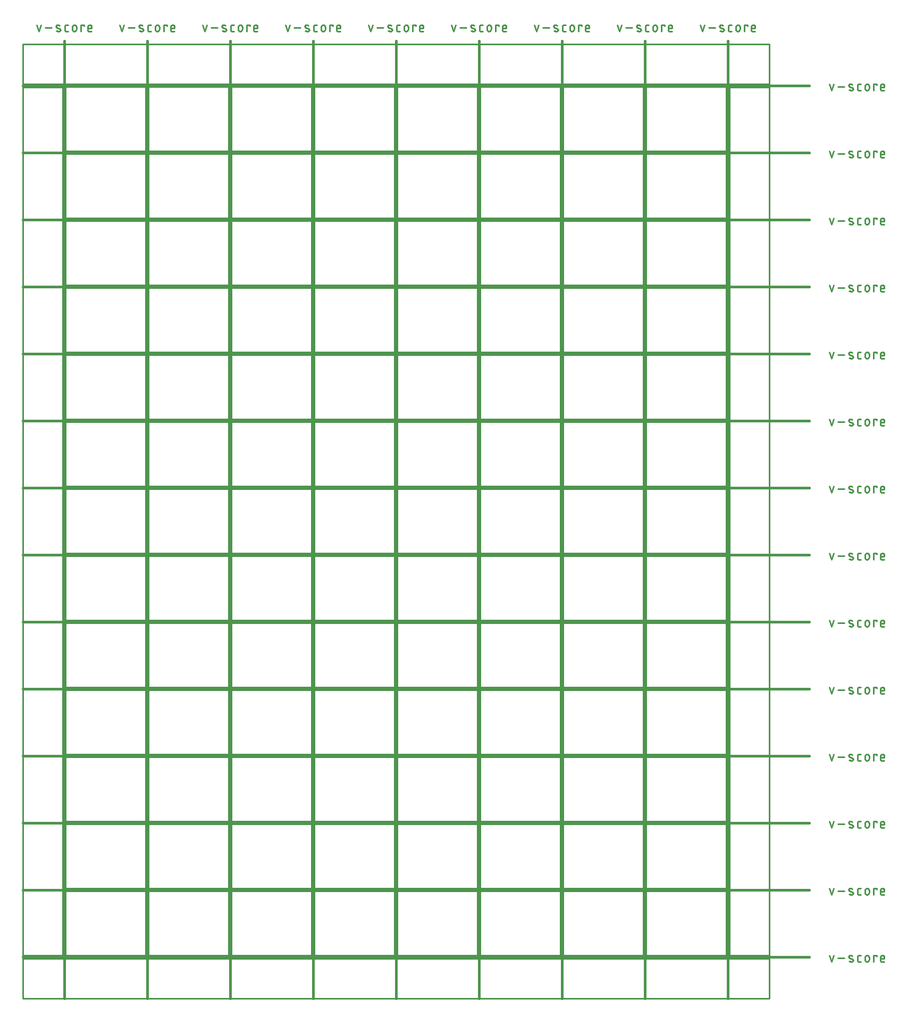
<source format=gko>
G04 EAGLE Gerber RS-274X export*
G75*
%MOMM*%
%FSLAX34Y34*%
%LPD*%
%IN*%
%IPPOS*%
%AMOC8*
5,1,8,0,0,1.08239X$1,22.5*%
G01*
%ADD10C,0.203200*%
%ADD11C,0.381000*%
%ADD12C,0.279400*%
%ADD13C,0.254000*%


D10*
X0Y0D02*
X127000Y0D01*
X127000Y101600D01*
X0Y101600D01*
X0Y0D01*
X132080Y0D02*
X259080Y0D01*
X259080Y101600D01*
X132080Y101600D01*
X132080Y0D01*
X264160Y0D02*
X391160Y0D01*
X391160Y101600D01*
X264160Y101600D01*
X264160Y0D01*
X396240Y0D02*
X523240Y0D01*
X523240Y101600D01*
X396240Y101600D01*
X396240Y0D01*
X528320Y0D02*
X655320Y0D01*
X655320Y101600D01*
X528320Y101600D01*
X528320Y0D01*
X660400Y0D02*
X787400Y0D01*
X787400Y101600D01*
X660400Y101600D01*
X660400Y0D01*
X792480Y0D02*
X919480Y0D01*
X919480Y101600D01*
X792480Y101600D01*
X792480Y0D01*
X924560Y0D02*
X1051560Y0D01*
X1051560Y101600D01*
X924560Y101600D01*
X924560Y0D01*
X127000Y106680D02*
X0Y106680D01*
X127000Y106680D02*
X127000Y208280D01*
X0Y208280D01*
X0Y106680D01*
X132080Y106680D02*
X259080Y106680D01*
X259080Y208280D01*
X132080Y208280D01*
X132080Y106680D01*
X264160Y106680D02*
X391160Y106680D01*
X391160Y208280D01*
X264160Y208280D01*
X264160Y106680D01*
X396240Y106680D02*
X523240Y106680D01*
X523240Y208280D01*
X396240Y208280D01*
X396240Y106680D01*
X528320Y106680D02*
X655320Y106680D01*
X655320Y208280D01*
X528320Y208280D01*
X528320Y106680D01*
X660400Y106680D02*
X787400Y106680D01*
X787400Y208280D01*
X660400Y208280D01*
X660400Y106680D01*
X792480Y106680D02*
X919480Y106680D01*
X919480Y208280D01*
X792480Y208280D01*
X792480Y106680D01*
X924560Y106680D02*
X1051560Y106680D01*
X1051560Y208280D01*
X924560Y208280D01*
X924560Y106680D01*
X127000Y213360D02*
X0Y213360D01*
X127000Y213360D02*
X127000Y314960D01*
X0Y314960D01*
X0Y213360D01*
X132080Y213360D02*
X259080Y213360D01*
X259080Y314960D01*
X132080Y314960D01*
X132080Y213360D01*
X264160Y213360D02*
X391160Y213360D01*
X391160Y314960D01*
X264160Y314960D01*
X264160Y213360D01*
X396240Y213360D02*
X523240Y213360D01*
X523240Y314960D01*
X396240Y314960D01*
X396240Y213360D01*
X528320Y213360D02*
X655320Y213360D01*
X655320Y314960D01*
X528320Y314960D01*
X528320Y213360D01*
X660400Y213360D02*
X787400Y213360D01*
X787400Y314960D01*
X660400Y314960D01*
X660400Y213360D01*
X792480Y213360D02*
X919480Y213360D01*
X919480Y314960D01*
X792480Y314960D01*
X792480Y213360D01*
X924560Y213360D02*
X1051560Y213360D01*
X1051560Y314960D01*
X924560Y314960D01*
X924560Y213360D01*
X127000Y320040D02*
X0Y320040D01*
X127000Y320040D02*
X127000Y421640D01*
X0Y421640D01*
X0Y320040D01*
X132080Y320040D02*
X259080Y320040D01*
X259080Y421640D01*
X132080Y421640D01*
X132080Y320040D01*
X264160Y320040D02*
X391160Y320040D01*
X391160Y421640D01*
X264160Y421640D01*
X264160Y320040D01*
X396240Y320040D02*
X523240Y320040D01*
X523240Y421640D01*
X396240Y421640D01*
X396240Y320040D01*
X528320Y320040D02*
X655320Y320040D01*
X655320Y421640D01*
X528320Y421640D01*
X528320Y320040D01*
X660400Y320040D02*
X787400Y320040D01*
X787400Y421640D01*
X660400Y421640D01*
X660400Y320040D01*
X792480Y320040D02*
X919480Y320040D01*
X919480Y421640D01*
X792480Y421640D01*
X792480Y320040D01*
X924560Y320040D02*
X1051560Y320040D01*
X1051560Y421640D01*
X924560Y421640D01*
X924560Y320040D01*
X127000Y426720D02*
X0Y426720D01*
X127000Y426720D02*
X127000Y528320D01*
X0Y528320D01*
X0Y426720D01*
X132080Y426720D02*
X259080Y426720D01*
X259080Y528320D01*
X132080Y528320D01*
X132080Y426720D01*
X264160Y426720D02*
X391160Y426720D01*
X391160Y528320D01*
X264160Y528320D01*
X264160Y426720D01*
X396240Y426720D02*
X523240Y426720D01*
X523240Y528320D01*
X396240Y528320D01*
X396240Y426720D01*
X528320Y426720D02*
X655320Y426720D01*
X655320Y528320D01*
X528320Y528320D01*
X528320Y426720D01*
X660400Y426720D02*
X787400Y426720D01*
X787400Y528320D01*
X660400Y528320D01*
X660400Y426720D01*
X792480Y426720D02*
X919480Y426720D01*
X919480Y528320D01*
X792480Y528320D01*
X792480Y426720D01*
X924560Y426720D02*
X1051560Y426720D01*
X1051560Y528320D01*
X924560Y528320D01*
X924560Y426720D01*
X127000Y533400D02*
X0Y533400D01*
X127000Y533400D02*
X127000Y635000D01*
X0Y635000D01*
X0Y533400D01*
X132080Y533400D02*
X259080Y533400D01*
X259080Y635000D01*
X132080Y635000D01*
X132080Y533400D01*
X264160Y533400D02*
X391160Y533400D01*
X391160Y635000D01*
X264160Y635000D01*
X264160Y533400D01*
X396240Y533400D02*
X523240Y533400D01*
X523240Y635000D01*
X396240Y635000D01*
X396240Y533400D01*
X528320Y533400D02*
X655320Y533400D01*
X655320Y635000D01*
X528320Y635000D01*
X528320Y533400D01*
X660400Y533400D02*
X787400Y533400D01*
X787400Y635000D01*
X660400Y635000D01*
X660400Y533400D01*
X792480Y533400D02*
X919480Y533400D01*
X919480Y635000D01*
X792480Y635000D01*
X792480Y533400D01*
X924560Y533400D02*
X1051560Y533400D01*
X1051560Y635000D01*
X924560Y635000D01*
X924560Y533400D01*
X127000Y640080D02*
X0Y640080D01*
X127000Y640080D02*
X127000Y741680D01*
X0Y741680D01*
X0Y640080D01*
X132080Y640080D02*
X259080Y640080D01*
X259080Y741680D01*
X132080Y741680D01*
X132080Y640080D01*
X264160Y640080D02*
X391160Y640080D01*
X391160Y741680D01*
X264160Y741680D01*
X264160Y640080D01*
X396240Y640080D02*
X523240Y640080D01*
X523240Y741680D01*
X396240Y741680D01*
X396240Y640080D01*
X528320Y640080D02*
X655320Y640080D01*
X655320Y741680D01*
X528320Y741680D01*
X528320Y640080D01*
X660400Y640080D02*
X787400Y640080D01*
X787400Y741680D01*
X660400Y741680D01*
X660400Y640080D01*
X792480Y640080D02*
X919480Y640080D01*
X919480Y741680D01*
X792480Y741680D01*
X792480Y640080D01*
X924560Y640080D02*
X1051560Y640080D01*
X1051560Y741680D01*
X924560Y741680D01*
X924560Y640080D01*
X127000Y746760D02*
X0Y746760D01*
X127000Y746760D02*
X127000Y848360D01*
X0Y848360D01*
X0Y746760D01*
X132080Y746760D02*
X259080Y746760D01*
X259080Y848360D01*
X132080Y848360D01*
X132080Y746760D01*
X264160Y746760D02*
X391160Y746760D01*
X391160Y848360D01*
X264160Y848360D01*
X264160Y746760D01*
X396240Y746760D02*
X523240Y746760D01*
X523240Y848360D01*
X396240Y848360D01*
X396240Y746760D01*
X528320Y746760D02*
X655320Y746760D01*
X655320Y848360D01*
X528320Y848360D01*
X528320Y746760D01*
X660400Y746760D02*
X787400Y746760D01*
X787400Y848360D01*
X660400Y848360D01*
X660400Y746760D01*
X792480Y746760D02*
X919480Y746760D01*
X919480Y848360D01*
X792480Y848360D01*
X792480Y746760D01*
X924560Y746760D02*
X1051560Y746760D01*
X1051560Y848360D01*
X924560Y848360D01*
X924560Y746760D01*
X127000Y853440D02*
X0Y853440D01*
X127000Y853440D02*
X127000Y955040D01*
X0Y955040D01*
X0Y853440D01*
X132080Y853440D02*
X259080Y853440D01*
X259080Y955040D01*
X132080Y955040D01*
X132080Y853440D01*
X264160Y853440D02*
X391160Y853440D01*
X391160Y955040D01*
X264160Y955040D01*
X264160Y853440D01*
X396240Y853440D02*
X523240Y853440D01*
X523240Y955040D01*
X396240Y955040D01*
X396240Y853440D01*
X528320Y853440D02*
X655320Y853440D01*
X655320Y955040D01*
X528320Y955040D01*
X528320Y853440D01*
X660400Y853440D02*
X787400Y853440D01*
X787400Y955040D01*
X660400Y955040D01*
X660400Y853440D01*
X792480Y853440D02*
X919480Y853440D01*
X919480Y955040D01*
X792480Y955040D01*
X792480Y853440D01*
X924560Y853440D02*
X1051560Y853440D01*
X1051560Y955040D01*
X924560Y955040D01*
X924560Y853440D01*
X127000Y960120D02*
X0Y960120D01*
X127000Y960120D02*
X127000Y1061720D01*
X0Y1061720D01*
X0Y960120D01*
X132080Y960120D02*
X259080Y960120D01*
X259080Y1061720D01*
X132080Y1061720D01*
X132080Y960120D01*
X264160Y960120D02*
X391160Y960120D01*
X391160Y1061720D01*
X264160Y1061720D01*
X264160Y960120D01*
X396240Y960120D02*
X523240Y960120D01*
X523240Y1061720D01*
X396240Y1061720D01*
X396240Y960120D01*
X528320Y960120D02*
X655320Y960120D01*
X655320Y1061720D01*
X528320Y1061720D01*
X528320Y960120D01*
X660400Y960120D02*
X787400Y960120D01*
X787400Y1061720D01*
X660400Y1061720D01*
X660400Y960120D01*
X792480Y960120D02*
X919480Y960120D01*
X919480Y1061720D01*
X792480Y1061720D01*
X792480Y960120D01*
X924560Y960120D02*
X1051560Y960120D01*
X1051560Y1061720D01*
X924560Y1061720D01*
X924560Y960120D01*
X127000Y1066800D02*
X0Y1066800D01*
X127000Y1066800D02*
X127000Y1168400D01*
X0Y1168400D01*
X0Y1066800D01*
X132080Y1066800D02*
X259080Y1066800D01*
X259080Y1168400D01*
X132080Y1168400D01*
X132080Y1066800D01*
X264160Y1066800D02*
X391160Y1066800D01*
X391160Y1168400D01*
X264160Y1168400D01*
X264160Y1066800D01*
X396240Y1066800D02*
X523240Y1066800D01*
X523240Y1168400D01*
X396240Y1168400D01*
X396240Y1066800D01*
X528320Y1066800D02*
X655320Y1066800D01*
X655320Y1168400D01*
X528320Y1168400D01*
X528320Y1066800D01*
X660400Y1066800D02*
X787400Y1066800D01*
X787400Y1168400D01*
X660400Y1168400D01*
X660400Y1066800D01*
X792480Y1066800D02*
X919480Y1066800D01*
X919480Y1168400D01*
X792480Y1168400D01*
X792480Y1066800D01*
X924560Y1066800D02*
X1051560Y1066800D01*
X1051560Y1168400D01*
X924560Y1168400D01*
X924560Y1066800D01*
X127000Y1173480D02*
X0Y1173480D01*
X127000Y1173480D02*
X127000Y1275080D01*
X0Y1275080D01*
X0Y1173480D01*
X132080Y1173480D02*
X259080Y1173480D01*
X259080Y1275080D01*
X132080Y1275080D01*
X132080Y1173480D01*
X264160Y1173480D02*
X391160Y1173480D01*
X391160Y1275080D01*
X264160Y1275080D01*
X264160Y1173480D01*
X396240Y1173480D02*
X523240Y1173480D01*
X523240Y1275080D01*
X396240Y1275080D01*
X396240Y1173480D01*
X528320Y1173480D02*
X655320Y1173480D01*
X655320Y1275080D01*
X528320Y1275080D01*
X528320Y1173480D01*
X660400Y1173480D02*
X787400Y1173480D01*
X787400Y1275080D01*
X660400Y1275080D01*
X660400Y1173480D01*
X792480Y1173480D02*
X919480Y1173480D01*
X919480Y1275080D01*
X792480Y1275080D01*
X792480Y1173480D01*
X924560Y1173480D02*
X1051560Y1173480D01*
X1051560Y1275080D01*
X924560Y1275080D01*
X924560Y1173480D01*
X127000Y1280160D02*
X0Y1280160D01*
X127000Y1280160D02*
X127000Y1381760D01*
X0Y1381760D01*
X0Y1280160D01*
X132080Y1280160D02*
X259080Y1280160D01*
X259080Y1381760D01*
X132080Y1381760D01*
X132080Y1280160D01*
X264160Y1280160D02*
X391160Y1280160D01*
X391160Y1381760D01*
X264160Y1381760D01*
X264160Y1280160D01*
X396240Y1280160D02*
X523240Y1280160D01*
X523240Y1381760D01*
X396240Y1381760D01*
X396240Y1280160D01*
X528320Y1280160D02*
X655320Y1280160D01*
X655320Y1381760D01*
X528320Y1381760D01*
X528320Y1280160D01*
X660400Y1280160D02*
X787400Y1280160D01*
X787400Y1381760D01*
X660400Y1381760D01*
X660400Y1280160D01*
X792480Y1280160D02*
X919480Y1280160D01*
X919480Y1381760D01*
X792480Y1381760D01*
X792480Y1280160D01*
X924560Y1280160D02*
X1051560Y1280160D01*
X1051560Y1381760D01*
X924560Y1381760D01*
X924560Y1280160D01*
D11*
X-2540Y1455420D02*
X-2540Y-68580D01*
D12*
X-42921Y1470787D02*
X-46251Y1480778D01*
X-39590Y1480778D02*
X-42921Y1470787D01*
X-32806Y1476615D02*
X-22815Y1476615D01*
X-14261Y1476615D02*
X-10098Y1474950D01*
X-14261Y1476614D02*
X-14346Y1476650D01*
X-14429Y1476690D01*
X-14510Y1476733D01*
X-14590Y1476780D01*
X-14667Y1476830D01*
X-14743Y1476883D01*
X-14816Y1476939D01*
X-14886Y1476999D01*
X-14954Y1477061D01*
X-15019Y1477126D01*
X-15081Y1477194D01*
X-15141Y1477265D01*
X-15197Y1477338D01*
X-15250Y1477413D01*
X-15300Y1477491D01*
X-15346Y1477570D01*
X-15389Y1477652D01*
X-15429Y1477735D01*
X-15465Y1477820D01*
X-15497Y1477906D01*
X-15526Y1477994D01*
X-15550Y1478083D01*
X-15571Y1478173D01*
X-15588Y1478263D01*
X-15602Y1478354D01*
X-15611Y1478446D01*
X-15616Y1478538D01*
X-15618Y1478630D01*
X-15616Y1478722D01*
X-15609Y1478814D01*
X-15599Y1478906D01*
X-15585Y1478997D01*
X-15567Y1479088D01*
X-15545Y1479177D01*
X-15519Y1479266D01*
X-15489Y1479353D01*
X-15456Y1479439D01*
X-15419Y1479523D01*
X-15379Y1479606D01*
X-15335Y1479687D01*
X-15288Y1479766D01*
X-15237Y1479843D01*
X-15183Y1479918D01*
X-15126Y1479991D01*
X-15066Y1480061D01*
X-15003Y1480128D01*
X-14937Y1480192D01*
X-14869Y1480254D01*
X-14798Y1480313D01*
X-14724Y1480368D01*
X-14648Y1480421D01*
X-14570Y1480470D01*
X-14490Y1480516D01*
X-14409Y1480558D01*
X-14325Y1480597D01*
X-14240Y1480632D01*
X-14153Y1480663D01*
X-14065Y1480691D01*
X-13976Y1480715D01*
X-13886Y1480735D01*
X-13796Y1480752D01*
X-13704Y1480764D01*
X-13612Y1480773D01*
X-13520Y1480777D01*
X-13428Y1480778D01*
X-13201Y1480772D01*
X-12974Y1480761D01*
X-12747Y1480744D01*
X-12521Y1480721D01*
X-12295Y1480694D01*
X-12070Y1480660D01*
X-11846Y1480622D01*
X-11623Y1480578D01*
X-11401Y1480529D01*
X-11180Y1480474D01*
X-10961Y1480414D01*
X-10743Y1480349D01*
X-10527Y1480278D01*
X-10313Y1480203D01*
X-10100Y1480122D01*
X-9890Y1480036D01*
X-9681Y1479945D01*
X-10098Y1474950D02*
X-10013Y1474914D01*
X-9930Y1474874D01*
X-9849Y1474831D01*
X-9769Y1474784D01*
X-9692Y1474734D01*
X-9616Y1474681D01*
X-9543Y1474625D01*
X-9473Y1474565D01*
X-9405Y1474503D01*
X-9340Y1474438D01*
X-9278Y1474370D01*
X-9218Y1474299D01*
X-9162Y1474226D01*
X-9109Y1474151D01*
X-9059Y1474073D01*
X-9013Y1473994D01*
X-8970Y1473912D01*
X-8930Y1473829D01*
X-8894Y1473744D01*
X-8862Y1473658D01*
X-8833Y1473570D01*
X-8809Y1473481D01*
X-8788Y1473391D01*
X-8771Y1473301D01*
X-8757Y1473210D01*
X-8748Y1473118D01*
X-8743Y1473026D01*
X-8741Y1472934D01*
X-8743Y1472842D01*
X-8750Y1472750D01*
X-8760Y1472658D01*
X-8774Y1472567D01*
X-8792Y1472476D01*
X-8814Y1472387D01*
X-8840Y1472298D01*
X-8870Y1472211D01*
X-8903Y1472125D01*
X-8940Y1472041D01*
X-8980Y1471958D01*
X-9024Y1471877D01*
X-9071Y1471798D01*
X-9122Y1471721D01*
X-9176Y1471646D01*
X-9233Y1471573D01*
X-9293Y1471503D01*
X-9356Y1471436D01*
X-9422Y1471372D01*
X-9490Y1471310D01*
X-9561Y1471251D01*
X-9635Y1471196D01*
X-9711Y1471143D01*
X-9789Y1471094D01*
X-9869Y1471048D01*
X-9950Y1471006D01*
X-10034Y1470967D01*
X-10119Y1470932D01*
X-10206Y1470901D01*
X-10294Y1470873D01*
X-10383Y1470849D01*
X-10473Y1470829D01*
X-10563Y1470812D01*
X-10655Y1470800D01*
X-10747Y1470791D01*
X-10839Y1470787D01*
X-10931Y1470786D01*
X-10931Y1470787D02*
X-11265Y1470796D01*
X-11598Y1470813D01*
X-11931Y1470837D01*
X-12264Y1470870D01*
X-12595Y1470910D01*
X-12926Y1470958D01*
X-13255Y1471014D01*
X-13583Y1471077D01*
X-13909Y1471149D01*
X-14233Y1471228D01*
X-14556Y1471314D01*
X-14876Y1471409D01*
X-15194Y1471511D01*
X-15510Y1471620D01*
X562Y1470787D02*
X3892Y1470787D01*
X562Y1470787D02*
X464Y1470789D01*
X366Y1470795D01*
X268Y1470804D01*
X171Y1470818D01*
X75Y1470835D01*
X-21Y1470856D01*
X-116Y1470881D01*
X-210Y1470909D01*
X-303Y1470941D01*
X-394Y1470977D01*
X-484Y1471016D01*
X-572Y1471059D01*
X-659Y1471106D01*
X-743Y1471155D01*
X-826Y1471208D01*
X-906Y1471264D01*
X-985Y1471323D01*
X-1060Y1471386D01*
X-1134Y1471451D01*
X-1204Y1471519D01*
X-1272Y1471589D01*
X-1338Y1471663D01*
X-1400Y1471739D01*
X-1459Y1471817D01*
X-1515Y1471897D01*
X-1568Y1471980D01*
X-1618Y1472064D01*
X-1664Y1472151D01*
X-1707Y1472239D01*
X-1746Y1472329D01*
X-1782Y1472420D01*
X-1814Y1472513D01*
X-1842Y1472607D01*
X-1867Y1472702D01*
X-1888Y1472798D01*
X-1905Y1472894D01*
X-1919Y1472991D01*
X-1928Y1473089D01*
X-1934Y1473187D01*
X-1936Y1473285D01*
X-1936Y1478280D01*
X-1934Y1478378D01*
X-1928Y1478476D01*
X-1919Y1478574D01*
X-1905Y1478671D01*
X-1888Y1478767D01*
X-1867Y1478863D01*
X-1842Y1478958D01*
X-1814Y1479052D01*
X-1782Y1479145D01*
X-1746Y1479236D01*
X-1707Y1479326D01*
X-1664Y1479414D01*
X-1617Y1479501D01*
X-1568Y1479585D01*
X-1515Y1479668D01*
X-1459Y1479748D01*
X-1400Y1479826D01*
X-1337Y1479902D01*
X-1272Y1479976D01*
X-1204Y1480046D01*
X-1134Y1480114D01*
X-1060Y1480179D01*
X-984Y1480242D01*
X-906Y1480301D01*
X-826Y1480357D01*
X-743Y1480410D01*
X-659Y1480459D01*
X-572Y1480506D01*
X-484Y1480549D01*
X-394Y1480588D01*
X-303Y1480624D01*
X-210Y1480656D01*
X-116Y1480684D01*
X-21Y1480709D01*
X75Y1480730D01*
X171Y1480747D01*
X268Y1480761D01*
X366Y1480770D01*
X464Y1480776D01*
X562Y1480778D01*
X3892Y1480778D01*
X10022Y1477447D02*
X10022Y1474117D01*
X10022Y1477447D02*
X10024Y1477561D01*
X10030Y1477674D01*
X10039Y1477788D01*
X10053Y1477900D01*
X10070Y1478013D01*
X10092Y1478125D01*
X10117Y1478235D01*
X10145Y1478345D01*
X10178Y1478454D01*
X10214Y1478562D01*
X10254Y1478669D01*
X10298Y1478774D01*
X10345Y1478877D01*
X10395Y1478979D01*
X10449Y1479079D01*
X10507Y1479177D01*
X10568Y1479273D01*
X10631Y1479367D01*
X10699Y1479459D01*
X10769Y1479549D01*
X10842Y1479635D01*
X10918Y1479720D01*
X10997Y1479802D01*
X11079Y1479881D01*
X11164Y1479957D01*
X11250Y1480030D01*
X11340Y1480100D01*
X11432Y1480168D01*
X11526Y1480231D01*
X11622Y1480292D01*
X11720Y1480350D01*
X11820Y1480404D01*
X11922Y1480454D01*
X12025Y1480501D01*
X12130Y1480545D01*
X12237Y1480585D01*
X12345Y1480621D01*
X12454Y1480654D01*
X12564Y1480682D01*
X12674Y1480707D01*
X12786Y1480729D01*
X12899Y1480746D01*
X13011Y1480760D01*
X13125Y1480769D01*
X13238Y1480775D01*
X13352Y1480777D01*
X13466Y1480775D01*
X13579Y1480769D01*
X13693Y1480760D01*
X13805Y1480746D01*
X13918Y1480729D01*
X14030Y1480707D01*
X14140Y1480682D01*
X14250Y1480654D01*
X14359Y1480621D01*
X14467Y1480585D01*
X14574Y1480545D01*
X14679Y1480501D01*
X14782Y1480454D01*
X14884Y1480404D01*
X14984Y1480350D01*
X15082Y1480292D01*
X15178Y1480231D01*
X15272Y1480168D01*
X15364Y1480100D01*
X15454Y1480030D01*
X15540Y1479957D01*
X15625Y1479881D01*
X15707Y1479802D01*
X15786Y1479720D01*
X15862Y1479635D01*
X15935Y1479549D01*
X16005Y1479459D01*
X16073Y1479367D01*
X16136Y1479273D01*
X16197Y1479177D01*
X16255Y1479079D01*
X16309Y1478979D01*
X16359Y1478877D01*
X16406Y1478774D01*
X16450Y1478669D01*
X16490Y1478562D01*
X16526Y1478454D01*
X16559Y1478345D01*
X16587Y1478235D01*
X16612Y1478125D01*
X16634Y1478013D01*
X16651Y1477900D01*
X16665Y1477788D01*
X16674Y1477674D01*
X16680Y1477561D01*
X16682Y1477447D01*
X16682Y1474117D01*
X16680Y1474003D01*
X16674Y1473890D01*
X16665Y1473776D01*
X16651Y1473664D01*
X16634Y1473551D01*
X16612Y1473439D01*
X16587Y1473329D01*
X16559Y1473219D01*
X16526Y1473110D01*
X16490Y1473002D01*
X16450Y1472895D01*
X16406Y1472790D01*
X16359Y1472687D01*
X16309Y1472585D01*
X16255Y1472485D01*
X16197Y1472387D01*
X16136Y1472291D01*
X16073Y1472197D01*
X16005Y1472105D01*
X15935Y1472015D01*
X15862Y1471929D01*
X15786Y1471844D01*
X15707Y1471762D01*
X15625Y1471683D01*
X15540Y1471607D01*
X15454Y1471534D01*
X15364Y1471464D01*
X15272Y1471396D01*
X15178Y1471333D01*
X15082Y1471272D01*
X14984Y1471214D01*
X14884Y1471160D01*
X14782Y1471110D01*
X14679Y1471063D01*
X14574Y1471019D01*
X14467Y1470979D01*
X14359Y1470943D01*
X14250Y1470910D01*
X14140Y1470882D01*
X14030Y1470857D01*
X13918Y1470835D01*
X13805Y1470818D01*
X13693Y1470804D01*
X13579Y1470795D01*
X13466Y1470789D01*
X13352Y1470787D01*
X13238Y1470789D01*
X13125Y1470795D01*
X13011Y1470804D01*
X12899Y1470818D01*
X12786Y1470835D01*
X12674Y1470857D01*
X12564Y1470882D01*
X12454Y1470910D01*
X12345Y1470943D01*
X12237Y1470979D01*
X12130Y1471019D01*
X12025Y1471063D01*
X11922Y1471110D01*
X11820Y1471160D01*
X11720Y1471214D01*
X11622Y1471272D01*
X11526Y1471333D01*
X11432Y1471396D01*
X11340Y1471464D01*
X11250Y1471534D01*
X11164Y1471607D01*
X11079Y1471683D01*
X10997Y1471762D01*
X10918Y1471844D01*
X10842Y1471929D01*
X10769Y1472015D01*
X10699Y1472105D01*
X10631Y1472197D01*
X10568Y1472291D01*
X10507Y1472387D01*
X10449Y1472485D01*
X10395Y1472585D01*
X10345Y1472687D01*
X10298Y1472790D01*
X10254Y1472895D01*
X10214Y1473002D01*
X10178Y1473110D01*
X10145Y1473219D01*
X10117Y1473329D01*
X10092Y1473439D01*
X10070Y1473551D01*
X10053Y1473664D01*
X10039Y1473776D01*
X10030Y1473890D01*
X10024Y1474003D01*
X10022Y1474117D01*
X24218Y1470787D02*
X24218Y1480778D01*
X29213Y1480778D01*
X29213Y1479113D01*
X37008Y1470787D02*
X41171Y1470787D01*
X37008Y1470787D02*
X36910Y1470789D01*
X36812Y1470795D01*
X36714Y1470804D01*
X36617Y1470818D01*
X36521Y1470835D01*
X36425Y1470856D01*
X36330Y1470881D01*
X36236Y1470909D01*
X36143Y1470941D01*
X36052Y1470977D01*
X35962Y1471016D01*
X35874Y1471059D01*
X35787Y1471106D01*
X35703Y1471155D01*
X35620Y1471208D01*
X35540Y1471264D01*
X35462Y1471323D01*
X35386Y1471386D01*
X35312Y1471451D01*
X35242Y1471519D01*
X35174Y1471589D01*
X35109Y1471663D01*
X35046Y1471739D01*
X34987Y1471817D01*
X34931Y1471897D01*
X34878Y1471980D01*
X34829Y1472064D01*
X34782Y1472151D01*
X34739Y1472239D01*
X34700Y1472329D01*
X34664Y1472420D01*
X34632Y1472513D01*
X34604Y1472607D01*
X34579Y1472702D01*
X34558Y1472798D01*
X34541Y1472894D01*
X34527Y1472991D01*
X34518Y1473089D01*
X34512Y1473187D01*
X34510Y1473285D01*
X34510Y1477447D01*
X34511Y1477447D02*
X34513Y1477561D01*
X34519Y1477674D01*
X34528Y1477788D01*
X34542Y1477900D01*
X34559Y1478013D01*
X34581Y1478125D01*
X34606Y1478235D01*
X34634Y1478345D01*
X34667Y1478454D01*
X34703Y1478562D01*
X34743Y1478669D01*
X34787Y1478774D01*
X34834Y1478877D01*
X34884Y1478979D01*
X34938Y1479079D01*
X34996Y1479177D01*
X35057Y1479273D01*
X35120Y1479367D01*
X35188Y1479459D01*
X35258Y1479549D01*
X35331Y1479635D01*
X35407Y1479720D01*
X35486Y1479802D01*
X35568Y1479881D01*
X35653Y1479957D01*
X35739Y1480030D01*
X35829Y1480100D01*
X35921Y1480168D01*
X36015Y1480231D01*
X36111Y1480292D01*
X36209Y1480350D01*
X36309Y1480404D01*
X36411Y1480454D01*
X36514Y1480501D01*
X36619Y1480545D01*
X36726Y1480585D01*
X36834Y1480621D01*
X36943Y1480654D01*
X37053Y1480682D01*
X37163Y1480707D01*
X37275Y1480729D01*
X37388Y1480746D01*
X37500Y1480760D01*
X37614Y1480769D01*
X37727Y1480775D01*
X37841Y1480777D01*
X37955Y1480775D01*
X38068Y1480769D01*
X38182Y1480760D01*
X38294Y1480746D01*
X38407Y1480729D01*
X38519Y1480707D01*
X38629Y1480682D01*
X38739Y1480654D01*
X38848Y1480621D01*
X38956Y1480585D01*
X39063Y1480545D01*
X39168Y1480501D01*
X39271Y1480454D01*
X39373Y1480404D01*
X39473Y1480350D01*
X39571Y1480292D01*
X39667Y1480231D01*
X39761Y1480168D01*
X39853Y1480100D01*
X39943Y1480030D01*
X40029Y1479957D01*
X40114Y1479881D01*
X40196Y1479802D01*
X40275Y1479720D01*
X40351Y1479635D01*
X40424Y1479549D01*
X40494Y1479459D01*
X40562Y1479367D01*
X40625Y1479273D01*
X40686Y1479177D01*
X40744Y1479079D01*
X40798Y1478979D01*
X40848Y1478877D01*
X40895Y1478774D01*
X40939Y1478669D01*
X40979Y1478562D01*
X41015Y1478454D01*
X41048Y1478345D01*
X41076Y1478235D01*
X41101Y1478125D01*
X41123Y1478013D01*
X41140Y1477900D01*
X41154Y1477788D01*
X41163Y1477674D01*
X41169Y1477561D01*
X41171Y1477447D01*
X41171Y1475782D01*
X34510Y1475782D01*
D11*
X129540Y1455420D02*
X129540Y-68580D01*
D12*
X89159Y1470787D02*
X85829Y1480778D01*
X92490Y1480778D02*
X89159Y1470787D01*
X99274Y1476615D02*
X109265Y1476615D01*
X117819Y1476615D02*
X121982Y1474950D01*
X117819Y1476614D02*
X117734Y1476650D01*
X117651Y1476690D01*
X117570Y1476733D01*
X117490Y1476780D01*
X117413Y1476830D01*
X117337Y1476883D01*
X117264Y1476939D01*
X117194Y1476999D01*
X117126Y1477061D01*
X117061Y1477126D01*
X116999Y1477194D01*
X116939Y1477265D01*
X116883Y1477338D01*
X116830Y1477413D01*
X116780Y1477491D01*
X116734Y1477570D01*
X116691Y1477652D01*
X116651Y1477735D01*
X116615Y1477820D01*
X116583Y1477906D01*
X116554Y1477994D01*
X116530Y1478083D01*
X116509Y1478173D01*
X116492Y1478263D01*
X116478Y1478354D01*
X116469Y1478446D01*
X116464Y1478538D01*
X116462Y1478630D01*
X116464Y1478722D01*
X116471Y1478814D01*
X116481Y1478906D01*
X116495Y1478997D01*
X116513Y1479088D01*
X116535Y1479177D01*
X116561Y1479266D01*
X116591Y1479353D01*
X116624Y1479439D01*
X116661Y1479523D01*
X116701Y1479606D01*
X116745Y1479687D01*
X116792Y1479766D01*
X116843Y1479843D01*
X116897Y1479918D01*
X116954Y1479991D01*
X117014Y1480061D01*
X117077Y1480128D01*
X117143Y1480192D01*
X117211Y1480254D01*
X117282Y1480313D01*
X117356Y1480368D01*
X117432Y1480421D01*
X117510Y1480470D01*
X117590Y1480516D01*
X117671Y1480558D01*
X117755Y1480597D01*
X117840Y1480632D01*
X117927Y1480663D01*
X118015Y1480691D01*
X118104Y1480715D01*
X118194Y1480735D01*
X118284Y1480752D01*
X118376Y1480764D01*
X118468Y1480773D01*
X118560Y1480777D01*
X118652Y1480778D01*
X118879Y1480772D01*
X119106Y1480761D01*
X119333Y1480744D01*
X119559Y1480721D01*
X119785Y1480694D01*
X120010Y1480660D01*
X120234Y1480622D01*
X120457Y1480578D01*
X120679Y1480529D01*
X120900Y1480474D01*
X121119Y1480414D01*
X121337Y1480349D01*
X121553Y1480278D01*
X121767Y1480203D01*
X121980Y1480122D01*
X122190Y1480036D01*
X122399Y1479945D01*
X121982Y1474950D02*
X122067Y1474914D01*
X122150Y1474874D01*
X122231Y1474831D01*
X122311Y1474784D01*
X122388Y1474734D01*
X122464Y1474681D01*
X122537Y1474625D01*
X122607Y1474565D01*
X122675Y1474503D01*
X122740Y1474438D01*
X122802Y1474370D01*
X122862Y1474299D01*
X122918Y1474226D01*
X122971Y1474151D01*
X123021Y1474073D01*
X123067Y1473994D01*
X123110Y1473912D01*
X123150Y1473829D01*
X123186Y1473744D01*
X123218Y1473658D01*
X123247Y1473570D01*
X123271Y1473481D01*
X123292Y1473391D01*
X123309Y1473301D01*
X123323Y1473210D01*
X123332Y1473118D01*
X123337Y1473026D01*
X123339Y1472934D01*
X123337Y1472842D01*
X123330Y1472750D01*
X123320Y1472658D01*
X123306Y1472567D01*
X123288Y1472476D01*
X123266Y1472387D01*
X123240Y1472298D01*
X123210Y1472211D01*
X123177Y1472125D01*
X123140Y1472041D01*
X123100Y1471958D01*
X123056Y1471877D01*
X123009Y1471798D01*
X122958Y1471721D01*
X122904Y1471646D01*
X122847Y1471573D01*
X122787Y1471503D01*
X122724Y1471436D01*
X122658Y1471372D01*
X122590Y1471310D01*
X122519Y1471251D01*
X122445Y1471196D01*
X122369Y1471143D01*
X122291Y1471094D01*
X122211Y1471048D01*
X122130Y1471006D01*
X122046Y1470967D01*
X121961Y1470932D01*
X121874Y1470901D01*
X121786Y1470873D01*
X121697Y1470849D01*
X121607Y1470829D01*
X121517Y1470812D01*
X121425Y1470800D01*
X121333Y1470791D01*
X121241Y1470787D01*
X121149Y1470786D01*
X121149Y1470787D02*
X120815Y1470796D01*
X120482Y1470813D01*
X120149Y1470837D01*
X119816Y1470870D01*
X119485Y1470910D01*
X119154Y1470958D01*
X118825Y1471014D01*
X118497Y1471077D01*
X118171Y1471149D01*
X117847Y1471228D01*
X117524Y1471314D01*
X117204Y1471409D01*
X116886Y1471511D01*
X116570Y1471620D01*
X132642Y1470787D02*
X135972Y1470787D01*
X132642Y1470787D02*
X132544Y1470789D01*
X132446Y1470795D01*
X132348Y1470804D01*
X132251Y1470818D01*
X132155Y1470835D01*
X132059Y1470856D01*
X131964Y1470881D01*
X131870Y1470909D01*
X131777Y1470941D01*
X131686Y1470977D01*
X131596Y1471016D01*
X131508Y1471059D01*
X131421Y1471106D01*
X131337Y1471155D01*
X131254Y1471208D01*
X131174Y1471264D01*
X131096Y1471323D01*
X131020Y1471386D01*
X130946Y1471451D01*
X130876Y1471519D01*
X130808Y1471589D01*
X130743Y1471663D01*
X130680Y1471739D01*
X130621Y1471817D01*
X130565Y1471897D01*
X130512Y1471980D01*
X130463Y1472064D01*
X130416Y1472151D01*
X130373Y1472239D01*
X130334Y1472329D01*
X130298Y1472420D01*
X130266Y1472513D01*
X130238Y1472607D01*
X130213Y1472702D01*
X130192Y1472798D01*
X130175Y1472894D01*
X130161Y1472991D01*
X130152Y1473089D01*
X130146Y1473187D01*
X130144Y1473285D01*
X130144Y1478280D01*
X130146Y1478378D01*
X130152Y1478476D01*
X130161Y1478574D01*
X130175Y1478671D01*
X130192Y1478767D01*
X130213Y1478863D01*
X130238Y1478958D01*
X130266Y1479052D01*
X130298Y1479145D01*
X130334Y1479236D01*
X130373Y1479326D01*
X130416Y1479414D01*
X130463Y1479501D01*
X130512Y1479585D01*
X130565Y1479668D01*
X130621Y1479748D01*
X130680Y1479827D01*
X130743Y1479902D01*
X130808Y1479976D01*
X130876Y1480046D01*
X130946Y1480114D01*
X131020Y1480180D01*
X131096Y1480242D01*
X131174Y1480301D01*
X131254Y1480357D01*
X131337Y1480410D01*
X131421Y1480460D01*
X131508Y1480506D01*
X131596Y1480549D01*
X131686Y1480588D01*
X131777Y1480624D01*
X131870Y1480656D01*
X131964Y1480684D01*
X132059Y1480709D01*
X132155Y1480730D01*
X132251Y1480747D01*
X132348Y1480761D01*
X132446Y1480770D01*
X132544Y1480776D01*
X132642Y1480778D01*
X135972Y1480778D01*
X142102Y1477447D02*
X142102Y1474117D01*
X142102Y1477447D02*
X142104Y1477561D01*
X142110Y1477674D01*
X142119Y1477788D01*
X142133Y1477900D01*
X142150Y1478013D01*
X142172Y1478125D01*
X142197Y1478235D01*
X142225Y1478345D01*
X142258Y1478454D01*
X142294Y1478562D01*
X142334Y1478669D01*
X142378Y1478774D01*
X142425Y1478877D01*
X142475Y1478979D01*
X142529Y1479079D01*
X142587Y1479177D01*
X142648Y1479273D01*
X142711Y1479367D01*
X142779Y1479459D01*
X142849Y1479549D01*
X142922Y1479635D01*
X142998Y1479720D01*
X143077Y1479802D01*
X143159Y1479881D01*
X143244Y1479957D01*
X143330Y1480030D01*
X143420Y1480100D01*
X143512Y1480168D01*
X143606Y1480231D01*
X143702Y1480292D01*
X143800Y1480350D01*
X143900Y1480404D01*
X144002Y1480454D01*
X144105Y1480501D01*
X144210Y1480545D01*
X144317Y1480585D01*
X144425Y1480621D01*
X144534Y1480654D01*
X144644Y1480682D01*
X144754Y1480707D01*
X144866Y1480729D01*
X144979Y1480746D01*
X145091Y1480760D01*
X145205Y1480769D01*
X145318Y1480775D01*
X145432Y1480777D01*
X145546Y1480775D01*
X145659Y1480769D01*
X145773Y1480760D01*
X145885Y1480746D01*
X145998Y1480729D01*
X146110Y1480707D01*
X146220Y1480682D01*
X146330Y1480654D01*
X146439Y1480621D01*
X146547Y1480585D01*
X146654Y1480545D01*
X146759Y1480501D01*
X146862Y1480454D01*
X146964Y1480404D01*
X147064Y1480350D01*
X147162Y1480292D01*
X147258Y1480231D01*
X147352Y1480168D01*
X147444Y1480100D01*
X147534Y1480030D01*
X147620Y1479957D01*
X147705Y1479881D01*
X147787Y1479802D01*
X147866Y1479720D01*
X147942Y1479635D01*
X148015Y1479549D01*
X148085Y1479459D01*
X148153Y1479367D01*
X148216Y1479273D01*
X148277Y1479177D01*
X148335Y1479079D01*
X148389Y1478979D01*
X148439Y1478877D01*
X148486Y1478774D01*
X148530Y1478669D01*
X148570Y1478562D01*
X148606Y1478454D01*
X148639Y1478345D01*
X148667Y1478235D01*
X148692Y1478125D01*
X148714Y1478013D01*
X148731Y1477900D01*
X148745Y1477788D01*
X148754Y1477674D01*
X148760Y1477561D01*
X148762Y1477447D01*
X148762Y1474117D01*
X148760Y1474003D01*
X148754Y1473890D01*
X148745Y1473776D01*
X148731Y1473664D01*
X148714Y1473551D01*
X148692Y1473439D01*
X148667Y1473329D01*
X148639Y1473219D01*
X148606Y1473110D01*
X148570Y1473002D01*
X148530Y1472895D01*
X148486Y1472790D01*
X148439Y1472687D01*
X148389Y1472585D01*
X148335Y1472485D01*
X148277Y1472387D01*
X148216Y1472291D01*
X148153Y1472197D01*
X148085Y1472105D01*
X148015Y1472015D01*
X147942Y1471929D01*
X147866Y1471844D01*
X147787Y1471762D01*
X147705Y1471683D01*
X147620Y1471607D01*
X147534Y1471534D01*
X147444Y1471464D01*
X147352Y1471396D01*
X147258Y1471333D01*
X147162Y1471272D01*
X147064Y1471214D01*
X146964Y1471160D01*
X146862Y1471110D01*
X146759Y1471063D01*
X146654Y1471019D01*
X146547Y1470979D01*
X146439Y1470943D01*
X146330Y1470910D01*
X146220Y1470882D01*
X146110Y1470857D01*
X145998Y1470835D01*
X145885Y1470818D01*
X145773Y1470804D01*
X145659Y1470795D01*
X145546Y1470789D01*
X145432Y1470787D01*
X145318Y1470789D01*
X145205Y1470795D01*
X145091Y1470804D01*
X144979Y1470818D01*
X144866Y1470835D01*
X144754Y1470857D01*
X144644Y1470882D01*
X144534Y1470910D01*
X144425Y1470943D01*
X144317Y1470979D01*
X144210Y1471019D01*
X144105Y1471063D01*
X144002Y1471110D01*
X143900Y1471160D01*
X143800Y1471214D01*
X143702Y1471272D01*
X143606Y1471333D01*
X143512Y1471396D01*
X143420Y1471464D01*
X143330Y1471534D01*
X143244Y1471607D01*
X143159Y1471683D01*
X143077Y1471762D01*
X142998Y1471844D01*
X142922Y1471929D01*
X142849Y1472015D01*
X142779Y1472105D01*
X142711Y1472197D01*
X142648Y1472291D01*
X142587Y1472387D01*
X142529Y1472485D01*
X142475Y1472585D01*
X142425Y1472687D01*
X142378Y1472790D01*
X142334Y1472895D01*
X142294Y1473002D01*
X142258Y1473110D01*
X142225Y1473219D01*
X142197Y1473329D01*
X142172Y1473439D01*
X142150Y1473551D01*
X142133Y1473664D01*
X142119Y1473776D01*
X142110Y1473890D01*
X142104Y1474003D01*
X142102Y1474117D01*
X156298Y1470787D02*
X156298Y1480778D01*
X161293Y1480778D01*
X161293Y1479113D01*
X169088Y1470787D02*
X173251Y1470787D01*
X169088Y1470787D02*
X168990Y1470789D01*
X168892Y1470795D01*
X168794Y1470804D01*
X168697Y1470818D01*
X168601Y1470835D01*
X168505Y1470856D01*
X168410Y1470881D01*
X168316Y1470909D01*
X168223Y1470941D01*
X168132Y1470977D01*
X168042Y1471016D01*
X167954Y1471059D01*
X167867Y1471106D01*
X167783Y1471155D01*
X167700Y1471208D01*
X167620Y1471264D01*
X167542Y1471323D01*
X167466Y1471386D01*
X167392Y1471451D01*
X167322Y1471519D01*
X167254Y1471589D01*
X167189Y1471663D01*
X167126Y1471739D01*
X167067Y1471817D01*
X167011Y1471897D01*
X166958Y1471980D01*
X166909Y1472064D01*
X166862Y1472151D01*
X166819Y1472239D01*
X166780Y1472329D01*
X166744Y1472420D01*
X166712Y1472513D01*
X166684Y1472607D01*
X166659Y1472702D01*
X166638Y1472798D01*
X166621Y1472894D01*
X166607Y1472991D01*
X166598Y1473089D01*
X166592Y1473187D01*
X166590Y1473285D01*
X166590Y1477447D01*
X166591Y1477447D02*
X166593Y1477561D01*
X166599Y1477674D01*
X166608Y1477788D01*
X166622Y1477900D01*
X166639Y1478013D01*
X166661Y1478125D01*
X166686Y1478235D01*
X166714Y1478345D01*
X166747Y1478454D01*
X166783Y1478562D01*
X166823Y1478669D01*
X166867Y1478774D01*
X166914Y1478877D01*
X166964Y1478979D01*
X167018Y1479079D01*
X167076Y1479177D01*
X167137Y1479273D01*
X167200Y1479367D01*
X167268Y1479459D01*
X167338Y1479549D01*
X167411Y1479635D01*
X167487Y1479720D01*
X167566Y1479802D01*
X167648Y1479881D01*
X167733Y1479957D01*
X167819Y1480030D01*
X167909Y1480100D01*
X168001Y1480168D01*
X168095Y1480231D01*
X168191Y1480292D01*
X168289Y1480350D01*
X168389Y1480404D01*
X168491Y1480454D01*
X168594Y1480501D01*
X168699Y1480545D01*
X168806Y1480585D01*
X168914Y1480621D01*
X169023Y1480654D01*
X169133Y1480682D01*
X169243Y1480707D01*
X169355Y1480729D01*
X169468Y1480746D01*
X169580Y1480760D01*
X169694Y1480769D01*
X169807Y1480775D01*
X169921Y1480777D01*
X170035Y1480775D01*
X170148Y1480769D01*
X170262Y1480760D01*
X170374Y1480746D01*
X170487Y1480729D01*
X170599Y1480707D01*
X170709Y1480682D01*
X170819Y1480654D01*
X170928Y1480621D01*
X171036Y1480585D01*
X171143Y1480545D01*
X171248Y1480501D01*
X171351Y1480454D01*
X171453Y1480404D01*
X171553Y1480350D01*
X171651Y1480292D01*
X171747Y1480231D01*
X171841Y1480168D01*
X171933Y1480100D01*
X172023Y1480030D01*
X172109Y1479957D01*
X172194Y1479881D01*
X172276Y1479802D01*
X172355Y1479720D01*
X172431Y1479635D01*
X172504Y1479549D01*
X172574Y1479459D01*
X172642Y1479367D01*
X172705Y1479273D01*
X172766Y1479177D01*
X172824Y1479079D01*
X172878Y1478979D01*
X172928Y1478877D01*
X172975Y1478774D01*
X173019Y1478669D01*
X173059Y1478562D01*
X173095Y1478454D01*
X173128Y1478345D01*
X173156Y1478235D01*
X173181Y1478125D01*
X173203Y1478013D01*
X173220Y1477900D01*
X173234Y1477788D01*
X173243Y1477674D01*
X173249Y1477561D01*
X173251Y1477447D01*
X173251Y1475782D01*
X166590Y1475782D01*
D11*
X261620Y1455420D02*
X261620Y-68580D01*
D12*
X221239Y1470787D02*
X217909Y1480778D01*
X224570Y1480778D02*
X221239Y1470787D01*
X231354Y1476615D02*
X241345Y1476615D01*
X249899Y1476615D02*
X254062Y1474950D01*
X249899Y1476614D02*
X249814Y1476650D01*
X249731Y1476690D01*
X249650Y1476733D01*
X249570Y1476780D01*
X249493Y1476830D01*
X249417Y1476883D01*
X249344Y1476939D01*
X249274Y1476999D01*
X249206Y1477061D01*
X249141Y1477126D01*
X249079Y1477194D01*
X249019Y1477265D01*
X248963Y1477338D01*
X248910Y1477413D01*
X248860Y1477491D01*
X248814Y1477570D01*
X248771Y1477652D01*
X248731Y1477735D01*
X248695Y1477820D01*
X248663Y1477906D01*
X248634Y1477994D01*
X248610Y1478083D01*
X248589Y1478173D01*
X248572Y1478263D01*
X248558Y1478354D01*
X248549Y1478446D01*
X248544Y1478538D01*
X248542Y1478630D01*
X248544Y1478722D01*
X248551Y1478814D01*
X248561Y1478906D01*
X248575Y1478997D01*
X248593Y1479088D01*
X248615Y1479177D01*
X248641Y1479266D01*
X248671Y1479353D01*
X248704Y1479439D01*
X248741Y1479523D01*
X248781Y1479606D01*
X248825Y1479687D01*
X248872Y1479766D01*
X248923Y1479843D01*
X248977Y1479918D01*
X249034Y1479991D01*
X249094Y1480061D01*
X249157Y1480128D01*
X249223Y1480192D01*
X249291Y1480254D01*
X249362Y1480313D01*
X249436Y1480368D01*
X249512Y1480421D01*
X249590Y1480470D01*
X249670Y1480516D01*
X249751Y1480558D01*
X249835Y1480597D01*
X249920Y1480632D01*
X250007Y1480663D01*
X250095Y1480691D01*
X250184Y1480715D01*
X250274Y1480735D01*
X250364Y1480752D01*
X250456Y1480764D01*
X250548Y1480773D01*
X250640Y1480777D01*
X250732Y1480778D01*
X250959Y1480772D01*
X251186Y1480761D01*
X251413Y1480744D01*
X251639Y1480721D01*
X251865Y1480694D01*
X252090Y1480660D01*
X252314Y1480622D01*
X252537Y1480578D01*
X252759Y1480529D01*
X252980Y1480474D01*
X253199Y1480414D01*
X253417Y1480349D01*
X253633Y1480278D01*
X253847Y1480203D01*
X254060Y1480122D01*
X254270Y1480036D01*
X254479Y1479945D01*
X254062Y1474950D02*
X254147Y1474914D01*
X254230Y1474874D01*
X254311Y1474831D01*
X254391Y1474784D01*
X254468Y1474734D01*
X254544Y1474681D01*
X254617Y1474625D01*
X254687Y1474565D01*
X254755Y1474503D01*
X254820Y1474438D01*
X254882Y1474370D01*
X254942Y1474299D01*
X254998Y1474226D01*
X255051Y1474151D01*
X255101Y1474073D01*
X255147Y1473994D01*
X255190Y1473912D01*
X255230Y1473829D01*
X255266Y1473744D01*
X255298Y1473658D01*
X255327Y1473570D01*
X255351Y1473481D01*
X255372Y1473391D01*
X255389Y1473301D01*
X255403Y1473210D01*
X255412Y1473118D01*
X255417Y1473026D01*
X255419Y1472934D01*
X255417Y1472842D01*
X255410Y1472750D01*
X255400Y1472658D01*
X255386Y1472567D01*
X255368Y1472476D01*
X255346Y1472387D01*
X255320Y1472298D01*
X255290Y1472211D01*
X255257Y1472125D01*
X255220Y1472041D01*
X255180Y1471958D01*
X255136Y1471877D01*
X255089Y1471798D01*
X255038Y1471721D01*
X254984Y1471646D01*
X254927Y1471573D01*
X254867Y1471503D01*
X254804Y1471436D01*
X254738Y1471372D01*
X254670Y1471310D01*
X254599Y1471251D01*
X254525Y1471196D01*
X254449Y1471143D01*
X254371Y1471094D01*
X254291Y1471048D01*
X254210Y1471006D01*
X254126Y1470967D01*
X254041Y1470932D01*
X253954Y1470901D01*
X253866Y1470873D01*
X253777Y1470849D01*
X253687Y1470829D01*
X253597Y1470812D01*
X253505Y1470800D01*
X253413Y1470791D01*
X253321Y1470787D01*
X253229Y1470786D01*
X253229Y1470787D02*
X252895Y1470796D01*
X252562Y1470813D01*
X252229Y1470837D01*
X251896Y1470870D01*
X251565Y1470910D01*
X251234Y1470958D01*
X250905Y1471014D01*
X250577Y1471077D01*
X250251Y1471149D01*
X249927Y1471228D01*
X249604Y1471314D01*
X249284Y1471409D01*
X248966Y1471511D01*
X248650Y1471620D01*
X264722Y1470787D02*
X268052Y1470787D01*
X264722Y1470787D02*
X264624Y1470789D01*
X264526Y1470795D01*
X264428Y1470804D01*
X264331Y1470818D01*
X264235Y1470835D01*
X264139Y1470856D01*
X264044Y1470881D01*
X263950Y1470909D01*
X263857Y1470941D01*
X263766Y1470977D01*
X263676Y1471016D01*
X263588Y1471059D01*
X263501Y1471106D01*
X263417Y1471155D01*
X263334Y1471208D01*
X263254Y1471264D01*
X263176Y1471323D01*
X263100Y1471386D01*
X263026Y1471451D01*
X262956Y1471519D01*
X262888Y1471589D01*
X262823Y1471663D01*
X262760Y1471739D01*
X262701Y1471817D01*
X262645Y1471897D01*
X262592Y1471980D01*
X262543Y1472064D01*
X262496Y1472151D01*
X262453Y1472239D01*
X262414Y1472329D01*
X262378Y1472420D01*
X262346Y1472513D01*
X262318Y1472607D01*
X262293Y1472702D01*
X262272Y1472798D01*
X262255Y1472894D01*
X262241Y1472991D01*
X262232Y1473089D01*
X262226Y1473187D01*
X262224Y1473285D01*
X262224Y1478280D01*
X262226Y1478378D01*
X262232Y1478476D01*
X262241Y1478574D01*
X262255Y1478671D01*
X262272Y1478767D01*
X262293Y1478863D01*
X262318Y1478958D01*
X262346Y1479052D01*
X262378Y1479145D01*
X262414Y1479236D01*
X262453Y1479326D01*
X262496Y1479414D01*
X262543Y1479501D01*
X262592Y1479585D01*
X262645Y1479668D01*
X262701Y1479748D01*
X262760Y1479827D01*
X262823Y1479902D01*
X262888Y1479976D01*
X262956Y1480046D01*
X263026Y1480114D01*
X263100Y1480180D01*
X263176Y1480242D01*
X263254Y1480301D01*
X263334Y1480357D01*
X263417Y1480410D01*
X263501Y1480460D01*
X263588Y1480506D01*
X263676Y1480549D01*
X263766Y1480588D01*
X263857Y1480624D01*
X263950Y1480656D01*
X264044Y1480684D01*
X264139Y1480709D01*
X264235Y1480730D01*
X264331Y1480747D01*
X264428Y1480761D01*
X264526Y1480770D01*
X264624Y1480776D01*
X264722Y1480778D01*
X268052Y1480778D01*
X274182Y1477447D02*
X274182Y1474117D01*
X274182Y1477447D02*
X274184Y1477561D01*
X274190Y1477674D01*
X274199Y1477788D01*
X274213Y1477900D01*
X274230Y1478013D01*
X274252Y1478125D01*
X274277Y1478235D01*
X274305Y1478345D01*
X274338Y1478454D01*
X274374Y1478562D01*
X274414Y1478669D01*
X274458Y1478774D01*
X274505Y1478877D01*
X274555Y1478979D01*
X274609Y1479079D01*
X274667Y1479177D01*
X274728Y1479273D01*
X274791Y1479367D01*
X274859Y1479459D01*
X274929Y1479549D01*
X275002Y1479635D01*
X275078Y1479720D01*
X275157Y1479802D01*
X275239Y1479881D01*
X275324Y1479957D01*
X275410Y1480030D01*
X275500Y1480100D01*
X275592Y1480168D01*
X275686Y1480231D01*
X275782Y1480292D01*
X275880Y1480350D01*
X275980Y1480404D01*
X276082Y1480454D01*
X276185Y1480501D01*
X276290Y1480545D01*
X276397Y1480585D01*
X276505Y1480621D01*
X276614Y1480654D01*
X276724Y1480682D01*
X276834Y1480707D01*
X276946Y1480729D01*
X277059Y1480746D01*
X277171Y1480760D01*
X277285Y1480769D01*
X277398Y1480775D01*
X277512Y1480777D01*
X277626Y1480775D01*
X277739Y1480769D01*
X277853Y1480760D01*
X277965Y1480746D01*
X278078Y1480729D01*
X278190Y1480707D01*
X278300Y1480682D01*
X278410Y1480654D01*
X278519Y1480621D01*
X278627Y1480585D01*
X278734Y1480545D01*
X278839Y1480501D01*
X278942Y1480454D01*
X279044Y1480404D01*
X279144Y1480350D01*
X279242Y1480292D01*
X279338Y1480231D01*
X279432Y1480168D01*
X279524Y1480100D01*
X279614Y1480030D01*
X279700Y1479957D01*
X279785Y1479881D01*
X279867Y1479802D01*
X279946Y1479720D01*
X280022Y1479635D01*
X280095Y1479549D01*
X280165Y1479459D01*
X280233Y1479367D01*
X280296Y1479273D01*
X280357Y1479177D01*
X280415Y1479079D01*
X280469Y1478979D01*
X280519Y1478877D01*
X280566Y1478774D01*
X280610Y1478669D01*
X280650Y1478562D01*
X280686Y1478454D01*
X280719Y1478345D01*
X280747Y1478235D01*
X280772Y1478125D01*
X280794Y1478013D01*
X280811Y1477900D01*
X280825Y1477788D01*
X280834Y1477674D01*
X280840Y1477561D01*
X280842Y1477447D01*
X280842Y1474117D01*
X280840Y1474003D01*
X280834Y1473890D01*
X280825Y1473776D01*
X280811Y1473664D01*
X280794Y1473551D01*
X280772Y1473439D01*
X280747Y1473329D01*
X280719Y1473219D01*
X280686Y1473110D01*
X280650Y1473002D01*
X280610Y1472895D01*
X280566Y1472790D01*
X280519Y1472687D01*
X280469Y1472585D01*
X280415Y1472485D01*
X280357Y1472387D01*
X280296Y1472291D01*
X280233Y1472197D01*
X280165Y1472105D01*
X280095Y1472015D01*
X280022Y1471929D01*
X279946Y1471844D01*
X279867Y1471762D01*
X279785Y1471683D01*
X279700Y1471607D01*
X279614Y1471534D01*
X279524Y1471464D01*
X279432Y1471396D01*
X279338Y1471333D01*
X279242Y1471272D01*
X279144Y1471214D01*
X279044Y1471160D01*
X278942Y1471110D01*
X278839Y1471063D01*
X278734Y1471019D01*
X278627Y1470979D01*
X278519Y1470943D01*
X278410Y1470910D01*
X278300Y1470882D01*
X278190Y1470857D01*
X278078Y1470835D01*
X277965Y1470818D01*
X277853Y1470804D01*
X277739Y1470795D01*
X277626Y1470789D01*
X277512Y1470787D01*
X277398Y1470789D01*
X277285Y1470795D01*
X277171Y1470804D01*
X277059Y1470818D01*
X276946Y1470835D01*
X276834Y1470857D01*
X276724Y1470882D01*
X276614Y1470910D01*
X276505Y1470943D01*
X276397Y1470979D01*
X276290Y1471019D01*
X276185Y1471063D01*
X276082Y1471110D01*
X275980Y1471160D01*
X275880Y1471214D01*
X275782Y1471272D01*
X275686Y1471333D01*
X275592Y1471396D01*
X275500Y1471464D01*
X275410Y1471534D01*
X275324Y1471607D01*
X275239Y1471683D01*
X275157Y1471762D01*
X275078Y1471844D01*
X275002Y1471929D01*
X274929Y1472015D01*
X274859Y1472105D01*
X274791Y1472197D01*
X274728Y1472291D01*
X274667Y1472387D01*
X274609Y1472485D01*
X274555Y1472585D01*
X274505Y1472687D01*
X274458Y1472790D01*
X274414Y1472895D01*
X274374Y1473002D01*
X274338Y1473110D01*
X274305Y1473219D01*
X274277Y1473329D01*
X274252Y1473439D01*
X274230Y1473551D01*
X274213Y1473664D01*
X274199Y1473776D01*
X274190Y1473890D01*
X274184Y1474003D01*
X274182Y1474117D01*
X288378Y1470787D02*
X288378Y1480778D01*
X293373Y1480778D01*
X293373Y1479113D01*
X301168Y1470787D02*
X305331Y1470787D01*
X301168Y1470787D02*
X301070Y1470789D01*
X300972Y1470795D01*
X300874Y1470804D01*
X300777Y1470818D01*
X300681Y1470835D01*
X300585Y1470856D01*
X300490Y1470881D01*
X300396Y1470909D01*
X300303Y1470941D01*
X300212Y1470977D01*
X300122Y1471016D01*
X300034Y1471059D01*
X299947Y1471106D01*
X299863Y1471155D01*
X299780Y1471208D01*
X299700Y1471264D01*
X299622Y1471323D01*
X299546Y1471386D01*
X299472Y1471451D01*
X299402Y1471519D01*
X299334Y1471589D01*
X299269Y1471663D01*
X299206Y1471739D01*
X299147Y1471817D01*
X299091Y1471897D01*
X299038Y1471980D01*
X298989Y1472064D01*
X298942Y1472151D01*
X298899Y1472239D01*
X298860Y1472329D01*
X298824Y1472420D01*
X298792Y1472513D01*
X298764Y1472607D01*
X298739Y1472702D01*
X298718Y1472798D01*
X298701Y1472894D01*
X298687Y1472991D01*
X298678Y1473089D01*
X298672Y1473187D01*
X298670Y1473285D01*
X298670Y1477447D01*
X298671Y1477447D02*
X298673Y1477561D01*
X298679Y1477674D01*
X298688Y1477788D01*
X298702Y1477900D01*
X298719Y1478013D01*
X298741Y1478125D01*
X298766Y1478235D01*
X298794Y1478345D01*
X298827Y1478454D01*
X298863Y1478562D01*
X298903Y1478669D01*
X298947Y1478774D01*
X298994Y1478877D01*
X299044Y1478979D01*
X299098Y1479079D01*
X299156Y1479177D01*
X299217Y1479273D01*
X299280Y1479367D01*
X299348Y1479459D01*
X299418Y1479549D01*
X299491Y1479635D01*
X299567Y1479720D01*
X299646Y1479802D01*
X299728Y1479881D01*
X299813Y1479957D01*
X299899Y1480030D01*
X299989Y1480100D01*
X300081Y1480168D01*
X300175Y1480231D01*
X300271Y1480292D01*
X300369Y1480350D01*
X300469Y1480404D01*
X300571Y1480454D01*
X300674Y1480501D01*
X300779Y1480545D01*
X300886Y1480585D01*
X300994Y1480621D01*
X301103Y1480654D01*
X301213Y1480682D01*
X301323Y1480707D01*
X301435Y1480729D01*
X301548Y1480746D01*
X301660Y1480760D01*
X301774Y1480769D01*
X301887Y1480775D01*
X302001Y1480777D01*
X302115Y1480775D01*
X302228Y1480769D01*
X302342Y1480760D01*
X302454Y1480746D01*
X302567Y1480729D01*
X302679Y1480707D01*
X302789Y1480682D01*
X302899Y1480654D01*
X303008Y1480621D01*
X303116Y1480585D01*
X303223Y1480545D01*
X303328Y1480501D01*
X303431Y1480454D01*
X303533Y1480404D01*
X303633Y1480350D01*
X303731Y1480292D01*
X303827Y1480231D01*
X303921Y1480168D01*
X304013Y1480100D01*
X304103Y1480030D01*
X304189Y1479957D01*
X304274Y1479881D01*
X304356Y1479802D01*
X304435Y1479720D01*
X304511Y1479635D01*
X304584Y1479549D01*
X304654Y1479459D01*
X304722Y1479367D01*
X304785Y1479273D01*
X304846Y1479177D01*
X304904Y1479079D01*
X304958Y1478979D01*
X305008Y1478877D01*
X305055Y1478774D01*
X305099Y1478669D01*
X305139Y1478562D01*
X305175Y1478454D01*
X305208Y1478345D01*
X305236Y1478235D01*
X305261Y1478125D01*
X305283Y1478013D01*
X305300Y1477900D01*
X305314Y1477788D01*
X305323Y1477674D01*
X305329Y1477561D01*
X305331Y1477447D01*
X305331Y1475782D01*
X298670Y1475782D01*
D11*
X393700Y1455420D02*
X393700Y-68580D01*
D12*
X353319Y1470787D02*
X349989Y1480778D01*
X356650Y1480778D02*
X353319Y1470787D01*
X363434Y1476615D02*
X373425Y1476615D01*
X381979Y1476615D02*
X386142Y1474950D01*
X381979Y1476614D02*
X381894Y1476650D01*
X381811Y1476690D01*
X381730Y1476733D01*
X381650Y1476780D01*
X381573Y1476830D01*
X381497Y1476883D01*
X381424Y1476939D01*
X381354Y1476999D01*
X381286Y1477061D01*
X381221Y1477126D01*
X381159Y1477194D01*
X381099Y1477265D01*
X381043Y1477338D01*
X380990Y1477413D01*
X380940Y1477491D01*
X380894Y1477570D01*
X380851Y1477652D01*
X380811Y1477735D01*
X380775Y1477820D01*
X380743Y1477906D01*
X380714Y1477994D01*
X380690Y1478083D01*
X380669Y1478173D01*
X380652Y1478263D01*
X380638Y1478354D01*
X380629Y1478446D01*
X380624Y1478538D01*
X380622Y1478630D01*
X380624Y1478722D01*
X380631Y1478814D01*
X380641Y1478906D01*
X380655Y1478997D01*
X380673Y1479088D01*
X380695Y1479177D01*
X380721Y1479266D01*
X380751Y1479353D01*
X380784Y1479439D01*
X380821Y1479523D01*
X380861Y1479606D01*
X380905Y1479687D01*
X380952Y1479766D01*
X381003Y1479843D01*
X381057Y1479918D01*
X381114Y1479991D01*
X381174Y1480061D01*
X381237Y1480128D01*
X381303Y1480192D01*
X381371Y1480254D01*
X381442Y1480313D01*
X381516Y1480368D01*
X381592Y1480421D01*
X381670Y1480470D01*
X381750Y1480516D01*
X381831Y1480558D01*
X381915Y1480597D01*
X382000Y1480632D01*
X382087Y1480663D01*
X382175Y1480691D01*
X382264Y1480715D01*
X382354Y1480735D01*
X382444Y1480752D01*
X382536Y1480764D01*
X382628Y1480773D01*
X382720Y1480777D01*
X382812Y1480778D01*
X383039Y1480772D01*
X383266Y1480761D01*
X383493Y1480744D01*
X383719Y1480721D01*
X383945Y1480694D01*
X384170Y1480660D01*
X384394Y1480622D01*
X384617Y1480578D01*
X384839Y1480529D01*
X385060Y1480474D01*
X385279Y1480414D01*
X385497Y1480349D01*
X385713Y1480278D01*
X385927Y1480203D01*
X386140Y1480122D01*
X386350Y1480036D01*
X386559Y1479945D01*
X386142Y1474950D02*
X386227Y1474914D01*
X386310Y1474874D01*
X386391Y1474831D01*
X386471Y1474784D01*
X386548Y1474734D01*
X386624Y1474681D01*
X386697Y1474625D01*
X386767Y1474565D01*
X386835Y1474503D01*
X386900Y1474438D01*
X386962Y1474370D01*
X387022Y1474299D01*
X387078Y1474226D01*
X387131Y1474151D01*
X387181Y1474073D01*
X387227Y1473994D01*
X387270Y1473912D01*
X387310Y1473829D01*
X387346Y1473744D01*
X387378Y1473658D01*
X387407Y1473570D01*
X387431Y1473481D01*
X387452Y1473391D01*
X387469Y1473301D01*
X387483Y1473210D01*
X387492Y1473118D01*
X387497Y1473026D01*
X387499Y1472934D01*
X387497Y1472842D01*
X387490Y1472750D01*
X387480Y1472658D01*
X387466Y1472567D01*
X387448Y1472476D01*
X387426Y1472387D01*
X387400Y1472298D01*
X387370Y1472211D01*
X387337Y1472125D01*
X387300Y1472041D01*
X387260Y1471958D01*
X387216Y1471877D01*
X387169Y1471798D01*
X387118Y1471721D01*
X387064Y1471646D01*
X387007Y1471573D01*
X386947Y1471503D01*
X386884Y1471436D01*
X386818Y1471372D01*
X386750Y1471310D01*
X386679Y1471251D01*
X386605Y1471196D01*
X386529Y1471143D01*
X386451Y1471094D01*
X386371Y1471048D01*
X386290Y1471006D01*
X386206Y1470967D01*
X386121Y1470932D01*
X386034Y1470901D01*
X385946Y1470873D01*
X385857Y1470849D01*
X385767Y1470829D01*
X385677Y1470812D01*
X385585Y1470800D01*
X385493Y1470791D01*
X385401Y1470787D01*
X385309Y1470786D01*
X385309Y1470787D02*
X384975Y1470796D01*
X384642Y1470813D01*
X384309Y1470837D01*
X383976Y1470870D01*
X383645Y1470910D01*
X383314Y1470958D01*
X382985Y1471014D01*
X382657Y1471077D01*
X382331Y1471149D01*
X382007Y1471228D01*
X381684Y1471314D01*
X381364Y1471409D01*
X381046Y1471511D01*
X380730Y1471620D01*
X396802Y1470787D02*
X400132Y1470787D01*
X396802Y1470787D02*
X396704Y1470789D01*
X396606Y1470795D01*
X396508Y1470804D01*
X396411Y1470818D01*
X396315Y1470835D01*
X396219Y1470856D01*
X396124Y1470881D01*
X396030Y1470909D01*
X395937Y1470941D01*
X395846Y1470977D01*
X395756Y1471016D01*
X395668Y1471059D01*
X395581Y1471106D01*
X395497Y1471155D01*
X395414Y1471208D01*
X395334Y1471264D01*
X395256Y1471323D01*
X395180Y1471386D01*
X395106Y1471451D01*
X395036Y1471519D01*
X394968Y1471589D01*
X394903Y1471663D01*
X394840Y1471739D01*
X394781Y1471817D01*
X394725Y1471897D01*
X394672Y1471980D01*
X394623Y1472064D01*
X394576Y1472151D01*
X394533Y1472239D01*
X394494Y1472329D01*
X394458Y1472420D01*
X394426Y1472513D01*
X394398Y1472607D01*
X394373Y1472702D01*
X394352Y1472798D01*
X394335Y1472894D01*
X394321Y1472991D01*
X394312Y1473089D01*
X394306Y1473187D01*
X394304Y1473285D01*
X394304Y1478280D01*
X394306Y1478378D01*
X394312Y1478476D01*
X394321Y1478574D01*
X394335Y1478671D01*
X394352Y1478767D01*
X394373Y1478863D01*
X394398Y1478958D01*
X394426Y1479052D01*
X394458Y1479145D01*
X394494Y1479236D01*
X394533Y1479326D01*
X394576Y1479414D01*
X394623Y1479501D01*
X394672Y1479585D01*
X394725Y1479668D01*
X394781Y1479748D01*
X394840Y1479827D01*
X394903Y1479902D01*
X394968Y1479976D01*
X395036Y1480046D01*
X395106Y1480114D01*
X395180Y1480180D01*
X395256Y1480242D01*
X395334Y1480301D01*
X395414Y1480357D01*
X395497Y1480410D01*
X395581Y1480460D01*
X395668Y1480506D01*
X395756Y1480549D01*
X395846Y1480588D01*
X395937Y1480624D01*
X396030Y1480656D01*
X396124Y1480684D01*
X396219Y1480709D01*
X396315Y1480730D01*
X396411Y1480747D01*
X396508Y1480761D01*
X396606Y1480770D01*
X396704Y1480776D01*
X396802Y1480778D01*
X400132Y1480778D01*
X406262Y1477447D02*
X406262Y1474117D01*
X406262Y1477447D02*
X406264Y1477561D01*
X406270Y1477674D01*
X406279Y1477788D01*
X406293Y1477900D01*
X406310Y1478013D01*
X406332Y1478125D01*
X406357Y1478235D01*
X406385Y1478345D01*
X406418Y1478454D01*
X406454Y1478562D01*
X406494Y1478669D01*
X406538Y1478774D01*
X406585Y1478877D01*
X406635Y1478979D01*
X406689Y1479079D01*
X406747Y1479177D01*
X406808Y1479273D01*
X406871Y1479367D01*
X406939Y1479459D01*
X407009Y1479549D01*
X407082Y1479635D01*
X407158Y1479720D01*
X407237Y1479802D01*
X407319Y1479881D01*
X407404Y1479957D01*
X407490Y1480030D01*
X407580Y1480100D01*
X407672Y1480168D01*
X407766Y1480231D01*
X407862Y1480292D01*
X407960Y1480350D01*
X408060Y1480404D01*
X408162Y1480454D01*
X408265Y1480501D01*
X408370Y1480545D01*
X408477Y1480585D01*
X408585Y1480621D01*
X408694Y1480654D01*
X408804Y1480682D01*
X408914Y1480707D01*
X409026Y1480729D01*
X409139Y1480746D01*
X409251Y1480760D01*
X409365Y1480769D01*
X409478Y1480775D01*
X409592Y1480777D01*
X409706Y1480775D01*
X409819Y1480769D01*
X409933Y1480760D01*
X410045Y1480746D01*
X410158Y1480729D01*
X410270Y1480707D01*
X410380Y1480682D01*
X410490Y1480654D01*
X410599Y1480621D01*
X410707Y1480585D01*
X410814Y1480545D01*
X410919Y1480501D01*
X411022Y1480454D01*
X411124Y1480404D01*
X411224Y1480350D01*
X411322Y1480292D01*
X411418Y1480231D01*
X411512Y1480168D01*
X411604Y1480100D01*
X411694Y1480030D01*
X411780Y1479957D01*
X411865Y1479881D01*
X411947Y1479802D01*
X412026Y1479720D01*
X412102Y1479635D01*
X412175Y1479549D01*
X412245Y1479459D01*
X412313Y1479367D01*
X412376Y1479273D01*
X412437Y1479177D01*
X412495Y1479079D01*
X412549Y1478979D01*
X412599Y1478877D01*
X412646Y1478774D01*
X412690Y1478669D01*
X412730Y1478562D01*
X412766Y1478454D01*
X412799Y1478345D01*
X412827Y1478235D01*
X412852Y1478125D01*
X412874Y1478013D01*
X412891Y1477900D01*
X412905Y1477788D01*
X412914Y1477674D01*
X412920Y1477561D01*
X412922Y1477447D01*
X412922Y1474117D01*
X412920Y1474003D01*
X412914Y1473890D01*
X412905Y1473776D01*
X412891Y1473664D01*
X412874Y1473551D01*
X412852Y1473439D01*
X412827Y1473329D01*
X412799Y1473219D01*
X412766Y1473110D01*
X412730Y1473002D01*
X412690Y1472895D01*
X412646Y1472790D01*
X412599Y1472687D01*
X412549Y1472585D01*
X412495Y1472485D01*
X412437Y1472387D01*
X412376Y1472291D01*
X412313Y1472197D01*
X412245Y1472105D01*
X412175Y1472015D01*
X412102Y1471929D01*
X412026Y1471844D01*
X411947Y1471762D01*
X411865Y1471683D01*
X411780Y1471607D01*
X411694Y1471534D01*
X411604Y1471464D01*
X411512Y1471396D01*
X411418Y1471333D01*
X411322Y1471272D01*
X411224Y1471214D01*
X411124Y1471160D01*
X411022Y1471110D01*
X410919Y1471063D01*
X410814Y1471019D01*
X410707Y1470979D01*
X410599Y1470943D01*
X410490Y1470910D01*
X410380Y1470882D01*
X410270Y1470857D01*
X410158Y1470835D01*
X410045Y1470818D01*
X409933Y1470804D01*
X409819Y1470795D01*
X409706Y1470789D01*
X409592Y1470787D01*
X409478Y1470789D01*
X409365Y1470795D01*
X409251Y1470804D01*
X409139Y1470818D01*
X409026Y1470835D01*
X408914Y1470857D01*
X408804Y1470882D01*
X408694Y1470910D01*
X408585Y1470943D01*
X408477Y1470979D01*
X408370Y1471019D01*
X408265Y1471063D01*
X408162Y1471110D01*
X408060Y1471160D01*
X407960Y1471214D01*
X407862Y1471272D01*
X407766Y1471333D01*
X407672Y1471396D01*
X407580Y1471464D01*
X407490Y1471534D01*
X407404Y1471607D01*
X407319Y1471683D01*
X407237Y1471762D01*
X407158Y1471844D01*
X407082Y1471929D01*
X407009Y1472015D01*
X406939Y1472105D01*
X406871Y1472197D01*
X406808Y1472291D01*
X406747Y1472387D01*
X406689Y1472485D01*
X406635Y1472585D01*
X406585Y1472687D01*
X406538Y1472790D01*
X406494Y1472895D01*
X406454Y1473002D01*
X406418Y1473110D01*
X406385Y1473219D01*
X406357Y1473329D01*
X406332Y1473439D01*
X406310Y1473551D01*
X406293Y1473664D01*
X406279Y1473776D01*
X406270Y1473890D01*
X406264Y1474003D01*
X406262Y1474117D01*
X420458Y1470787D02*
X420458Y1480778D01*
X425453Y1480778D01*
X425453Y1479113D01*
X433248Y1470787D02*
X437411Y1470787D01*
X433248Y1470787D02*
X433150Y1470789D01*
X433052Y1470795D01*
X432954Y1470804D01*
X432857Y1470818D01*
X432761Y1470835D01*
X432665Y1470856D01*
X432570Y1470881D01*
X432476Y1470909D01*
X432383Y1470941D01*
X432292Y1470977D01*
X432202Y1471016D01*
X432114Y1471059D01*
X432027Y1471106D01*
X431943Y1471155D01*
X431860Y1471208D01*
X431780Y1471264D01*
X431702Y1471323D01*
X431626Y1471386D01*
X431552Y1471451D01*
X431482Y1471519D01*
X431414Y1471589D01*
X431349Y1471663D01*
X431286Y1471739D01*
X431227Y1471817D01*
X431171Y1471897D01*
X431118Y1471980D01*
X431069Y1472064D01*
X431022Y1472151D01*
X430979Y1472239D01*
X430940Y1472329D01*
X430904Y1472420D01*
X430872Y1472513D01*
X430844Y1472607D01*
X430819Y1472702D01*
X430798Y1472798D01*
X430781Y1472894D01*
X430767Y1472991D01*
X430758Y1473089D01*
X430752Y1473187D01*
X430750Y1473285D01*
X430750Y1477447D01*
X430751Y1477447D02*
X430753Y1477561D01*
X430759Y1477674D01*
X430768Y1477788D01*
X430782Y1477900D01*
X430799Y1478013D01*
X430821Y1478125D01*
X430846Y1478235D01*
X430874Y1478345D01*
X430907Y1478454D01*
X430943Y1478562D01*
X430983Y1478669D01*
X431027Y1478774D01*
X431074Y1478877D01*
X431124Y1478979D01*
X431178Y1479079D01*
X431236Y1479177D01*
X431297Y1479273D01*
X431360Y1479367D01*
X431428Y1479459D01*
X431498Y1479549D01*
X431571Y1479635D01*
X431647Y1479720D01*
X431726Y1479802D01*
X431808Y1479881D01*
X431893Y1479957D01*
X431979Y1480030D01*
X432069Y1480100D01*
X432161Y1480168D01*
X432255Y1480231D01*
X432351Y1480292D01*
X432449Y1480350D01*
X432549Y1480404D01*
X432651Y1480454D01*
X432754Y1480501D01*
X432859Y1480545D01*
X432966Y1480585D01*
X433074Y1480621D01*
X433183Y1480654D01*
X433293Y1480682D01*
X433403Y1480707D01*
X433515Y1480729D01*
X433628Y1480746D01*
X433740Y1480760D01*
X433854Y1480769D01*
X433967Y1480775D01*
X434081Y1480777D01*
X434195Y1480775D01*
X434308Y1480769D01*
X434422Y1480760D01*
X434534Y1480746D01*
X434647Y1480729D01*
X434759Y1480707D01*
X434869Y1480682D01*
X434979Y1480654D01*
X435088Y1480621D01*
X435196Y1480585D01*
X435303Y1480545D01*
X435408Y1480501D01*
X435511Y1480454D01*
X435613Y1480404D01*
X435713Y1480350D01*
X435811Y1480292D01*
X435907Y1480231D01*
X436001Y1480168D01*
X436093Y1480100D01*
X436183Y1480030D01*
X436269Y1479957D01*
X436354Y1479881D01*
X436436Y1479802D01*
X436515Y1479720D01*
X436591Y1479635D01*
X436664Y1479549D01*
X436734Y1479459D01*
X436802Y1479367D01*
X436865Y1479273D01*
X436926Y1479177D01*
X436984Y1479079D01*
X437038Y1478979D01*
X437088Y1478877D01*
X437135Y1478774D01*
X437179Y1478669D01*
X437219Y1478562D01*
X437255Y1478454D01*
X437288Y1478345D01*
X437316Y1478235D01*
X437341Y1478125D01*
X437363Y1478013D01*
X437380Y1477900D01*
X437394Y1477788D01*
X437403Y1477674D01*
X437409Y1477561D01*
X437411Y1477447D01*
X437411Y1475782D01*
X430750Y1475782D01*
D11*
X525780Y1455420D02*
X525780Y-68580D01*
D12*
X485399Y1470787D02*
X482069Y1480778D01*
X488730Y1480778D02*
X485399Y1470787D01*
X495514Y1476615D02*
X505505Y1476615D01*
X514059Y1476615D02*
X518222Y1474950D01*
X514059Y1476614D02*
X513974Y1476650D01*
X513891Y1476690D01*
X513810Y1476733D01*
X513730Y1476780D01*
X513653Y1476830D01*
X513577Y1476883D01*
X513504Y1476939D01*
X513434Y1476999D01*
X513366Y1477061D01*
X513301Y1477126D01*
X513239Y1477194D01*
X513179Y1477265D01*
X513123Y1477338D01*
X513070Y1477413D01*
X513020Y1477491D01*
X512974Y1477570D01*
X512931Y1477652D01*
X512891Y1477735D01*
X512855Y1477820D01*
X512823Y1477906D01*
X512794Y1477994D01*
X512770Y1478083D01*
X512749Y1478173D01*
X512732Y1478263D01*
X512718Y1478354D01*
X512709Y1478446D01*
X512704Y1478538D01*
X512702Y1478630D01*
X512704Y1478722D01*
X512711Y1478814D01*
X512721Y1478906D01*
X512735Y1478997D01*
X512753Y1479088D01*
X512775Y1479177D01*
X512801Y1479266D01*
X512831Y1479353D01*
X512864Y1479439D01*
X512901Y1479523D01*
X512941Y1479606D01*
X512985Y1479687D01*
X513032Y1479766D01*
X513083Y1479843D01*
X513137Y1479918D01*
X513194Y1479991D01*
X513254Y1480061D01*
X513317Y1480128D01*
X513383Y1480192D01*
X513451Y1480254D01*
X513522Y1480313D01*
X513596Y1480368D01*
X513672Y1480421D01*
X513750Y1480470D01*
X513830Y1480516D01*
X513911Y1480558D01*
X513995Y1480597D01*
X514080Y1480632D01*
X514167Y1480663D01*
X514255Y1480691D01*
X514344Y1480715D01*
X514434Y1480735D01*
X514524Y1480752D01*
X514616Y1480764D01*
X514708Y1480773D01*
X514800Y1480777D01*
X514892Y1480778D01*
X515119Y1480772D01*
X515346Y1480761D01*
X515573Y1480744D01*
X515799Y1480721D01*
X516025Y1480694D01*
X516250Y1480660D01*
X516474Y1480622D01*
X516697Y1480578D01*
X516919Y1480529D01*
X517140Y1480474D01*
X517359Y1480414D01*
X517577Y1480349D01*
X517793Y1480278D01*
X518007Y1480203D01*
X518220Y1480122D01*
X518430Y1480036D01*
X518639Y1479945D01*
X518222Y1474950D02*
X518307Y1474914D01*
X518390Y1474874D01*
X518471Y1474831D01*
X518551Y1474784D01*
X518628Y1474734D01*
X518704Y1474681D01*
X518777Y1474625D01*
X518847Y1474565D01*
X518915Y1474503D01*
X518980Y1474438D01*
X519042Y1474370D01*
X519102Y1474299D01*
X519158Y1474226D01*
X519211Y1474151D01*
X519261Y1474073D01*
X519307Y1473994D01*
X519350Y1473912D01*
X519390Y1473829D01*
X519426Y1473744D01*
X519458Y1473658D01*
X519487Y1473570D01*
X519511Y1473481D01*
X519532Y1473391D01*
X519549Y1473301D01*
X519563Y1473210D01*
X519572Y1473118D01*
X519577Y1473026D01*
X519579Y1472934D01*
X519577Y1472842D01*
X519570Y1472750D01*
X519560Y1472658D01*
X519546Y1472567D01*
X519528Y1472476D01*
X519506Y1472387D01*
X519480Y1472298D01*
X519450Y1472211D01*
X519417Y1472125D01*
X519380Y1472041D01*
X519340Y1471958D01*
X519296Y1471877D01*
X519249Y1471798D01*
X519198Y1471721D01*
X519144Y1471646D01*
X519087Y1471573D01*
X519027Y1471503D01*
X518964Y1471436D01*
X518898Y1471372D01*
X518830Y1471310D01*
X518759Y1471251D01*
X518685Y1471196D01*
X518609Y1471143D01*
X518531Y1471094D01*
X518451Y1471048D01*
X518370Y1471006D01*
X518286Y1470967D01*
X518201Y1470932D01*
X518114Y1470901D01*
X518026Y1470873D01*
X517937Y1470849D01*
X517847Y1470829D01*
X517757Y1470812D01*
X517665Y1470800D01*
X517573Y1470791D01*
X517481Y1470787D01*
X517389Y1470786D01*
X517389Y1470787D02*
X517055Y1470796D01*
X516722Y1470813D01*
X516389Y1470837D01*
X516056Y1470870D01*
X515725Y1470910D01*
X515394Y1470958D01*
X515065Y1471014D01*
X514737Y1471077D01*
X514411Y1471149D01*
X514087Y1471228D01*
X513764Y1471314D01*
X513444Y1471409D01*
X513126Y1471511D01*
X512810Y1471620D01*
X528882Y1470787D02*
X532212Y1470787D01*
X528882Y1470787D02*
X528784Y1470789D01*
X528686Y1470795D01*
X528588Y1470804D01*
X528491Y1470818D01*
X528395Y1470835D01*
X528299Y1470856D01*
X528204Y1470881D01*
X528110Y1470909D01*
X528017Y1470941D01*
X527926Y1470977D01*
X527836Y1471016D01*
X527748Y1471059D01*
X527661Y1471106D01*
X527577Y1471155D01*
X527494Y1471208D01*
X527414Y1471264D01*
X527336Y1471323D01*
X527260Y1471386D01*
X527186Y1471451D01*
X527116Y1471519D01*
X527048Y1471589D01*
X526983Y1471663D01*
X526920Y1471739D01*
X526861Y1471817D01*
X526805Y1471897D01*
X526752Y1471980D01*
X526703Y1472064D01*
X526656Y1472151D01*
X526613Y1472239D01*
X526574Y1472329D01*
X526538Y1472420D01*
X526506Y1472513D01*
X526478Y1472607D01*
X526453Y1472702D01*
X526432Y1472798D01*
X526415Y1472894D01*
X526401Y1472991D01*
X526392Y1473089D01*
X526386Y1473187D01*
X526384Y1473285D01*
X526384Y1478280D01*
X526386Y1478378D01*
X526392Y1478476D01*
X526401Y1478574D01*
X526415Y1478671D01*
X526432Y1478767D01*
X526453Y1478863D01*
X526478Y1478958D01*
X526506Y1479052D01*
X526538Y1479145D01*
X526574Y1479236D01*
X526613Y1479326D01*
X526656Y1479414D01*
X526703Y1479501D01*
X526752Y1479585D01*
X526805Y1479668D01*
X526861Y1479748D01*
X526920Y1479827D01*
X526983Y1479902D01*
X527048Y1479976D01*
X527116Y1480046D01*
X527186Y1480114D01*
X527260Y1480180D01*
X527336Y1480242D01*
X527414Y1480301D01*
X527494Y1480357D01*
X527577Y1480410D01*
X527661Y1480460D01*
X527748Y1480506D01*
X527836Y1480549D01*
X527926Y1480588D01*
X528017Y1480624D01*
X528110Y1480656D01*
X528204Y1480684D01*
X528299Y1480709D01*
X528395Y1480730D01*
X528491Y1480747D01*
X528588Y1480761D01*
X528686Y1480770D01*
X528784Y1480776D01*
X528882Y1480778D01*
X532212Y1480778D01*
X538342Y1477447D02*
X538342Y1474117D01*
X538342Y1477447D02*
X538344Y1477561D01*
X538350Y1477674D01*
X538359Y1477788D01*
X538373Y1477900D01*
X538390Y1478013D01*
X538412Y1478125D01*
X538437Y1478235D01*
X538465Y1478345D01*
X538498Y1478454D01*
X538534Y1478562D01*
X538574Y1478669D01*
X538618Y1478774D01*
X538665Y1478877D01*
X538715Y1478979D01*
X538769Y1479079D01*
X538827Y1479177D01*
X538888Y1479273D01*
X538951Y1479367D01*
X539019Y1479459D01*
X539089Y1479549D01*
X539162Y1479635D01*
X539238Y1479720D01*
X539317Y1479802D01*
X539399Y1479881D01*
X539484Y1479957D01*
X539570Y1480030D01*
X539660Y1480100D01*
X539752Y1480168D01*
X539846Y1480231D01*
X539942Y1480292D01*
X540040Y1480350D01*
X540140Y1480404D01*
X540242Y1480454D01*
X540345Y1480501D01*
X540450Y1480545D01*
X540557Y1480585D01*
X540665Y1480621D01*
X540774Y1480654D01*
X540884Y1480682D01*
X540994Y1480707D01*
X541106Y1480729D01*
X541219Y1480746D01*
X541331Y1480760D01*
X541445Y1480769D01*
X541558Y1480775D01*
X541672Y1480777D01*
X541786Y1480775D01*
X541899Y1480769D01*
X542013Y1480760D01*
X542125Y1480746D01*
X542238Y1480729D01*
X542350Y1480707D01*
X542460Y1480682D01*
X542570Y1480654D01*
X542679Y1480621D01*
X542787Y1480585D01*
X542894Y1480545D01*
X542999Y1480501D01*
X543102Y1480454D01*
X543204Y1480404D01*
X543304Y1480350D01*
X543402Y1480292D01*
X543498Y1480231D01*
X543592Y1480168D01*
X543684Y1480100D01*
X543774Y1480030D01*
X543860Y1479957D01*
X543945Y1479881D01*
X544027Y1479802D01*
X544106Y1479720D01*
X544182Y1479635D01*
X544255Y1479549D01*
X544325Y1479459D01*
X544393Y1479367D01*
X544456Y1479273D01*
X544517Y1479177D01*
X544575Y1479079D01*
X544629Y1478979D01*
X544679Y1478877D01*
X544726Y1478774D01*
X544770Y1478669D01*
X544810Y1478562D01*
X544846Y1478454D01*
X544879Y1478345D01*
X544907Y1478235D01*
X544932Y1478125D01*
X544954Y1478013D01*
X544971Y1477900D01*
X544985Y1477788D01*
X544994Y1477674D01*
X545000Y1477561D01*
X545002Y1477447D01*
X545002Y1474117D01*
X545000Y1474003D01*
X544994Y1473890D01*
X544985Y1473776D01*
X544971Y1473664D01*
X544954Y1473551D01*
X544932Y1473439D01*
X544907Y1473329D01*
X544879Y1473219D01*
X544846Y1473110D01*
X544810Y1473002D01*
X544770Y1472895D01*
X544726Y1472790D01*
X544679Y1472687D01*
X544629Y1472585D01*
X544575Y1472485D01*
X544517Y1472387D01*
X544456Y1472291D01*
X544393Y1472197D01*
X544325Y1472105D01*
X544255Y1472015D01*
X544182Y1471929D01*
X544106Y1471844D01*
X544027Y1471762D01*
X543945Y1471683D01*
X543860Y1471607D01*
X543774Y1471534D01*
X543684Y1471464D01*
X543592Y1471396D01*
X543498Y1471333D01*
X543402Y1471272D01*
X543304Y1471214D01*
X543204Y1471160D01*
X543102Y1471110D01*
X542999Y1471063D01*
X542894Y1471019D01*
X542787Y1470979D01*
X542679Y1470943D01*
X542570Y1470910D01*
X542460Y1470882D01*
X542350Y1470857D01*
X542238Y1470835D01*
X542125Y1470818D01*
X542013Y1470804D01*
X541899Y1470795D01*
X541786Y1470789D01*
X541672Y1470787D01*
X541558Y1470789D01*
X541445Y1470795D01*
X541331Y1470804D01*
X541219Y1470818D01*
X541106Y1470835D01*
X540994Y1470857D01*
X540884Y1470882D01*
X540774Y1470910D01*
X540665Y1470943D01*
X540557Y1470979D01*
X540450Y1471019D01*
X540345Y1471063D01*
X540242Y1471110D01*
X540140Y1471160D01*
X540040Y1471214D01*
X539942Y1471272D01*
X539846Y1471333D01*
X539752Y1471396D01*
X539660Y1471464D01*
X539570Y1471534D01*
X539484Y1471607D01*
X539399Y1471683D01*
X539317Y1471762D01*
X539238Y1471844D01*
X539162Y1471929D01*
X539089Y1472015D01*
X539019Y1472105D01*
X538951Y1472197D01*
X538888Y1472291D01*
X538827Y1472387D01*
X538769Y1472485D01*
X538715Y1472585D01*
X538665Y1472687D01*
X538618Y1472790D01*
X538574Y1472895D01*
X538534Y1473002D01*
X538498Y1473110D01*
X538465Y1473219D01*
X538437Y1473329D01*
X538412Y1473439D01*
X538390Y1473551D01*
X538373Y1473664D01*
X538359Y1473776D01*
X538350Y1473890D01*
X538344Y1474003D01*
X538342Y1474117D01*
X552538Y1470787D02*
X552538Y1480778D01*
X557533Y1480778D01*
X557533Y1479113D01*
X565328Y1470787D02*
X569491Y1470787D01*
X565328Y1470787D02*
X565230Y1470789D01*
X565132Y1470795D01*
X565034Y1470804D01*
X564937Y1470818D01*
X564841Y1470835D01*
X564745Y1470856D01*
X564650Y1470881D01*
X564556Y1470909D01*
X564463Y1470941D01*
X564372Y1470977D01*
X564282Y1471016D01*
X564194Y1471059D01*
X564107Y1471106D01*
X564023Y1471155D01*
X563940Y1471208D01*
X563860Y1471264D01*
X563782Y1471323D01*
X563706Y1471386D01*
X563632Y1471451D01*
X563562Y1471519D01*
X563494Y1471589D01*
X563429Y1471663D01*
X563366Y1471739D01*
X563307Y1471817D01*
X563251Y1471897D01*
X563198Y1471980D01*
X563149Y1472064D01*
X563102Y1472151D01*
X563059Y1472239D01*
X563020Y1472329D01*
X562984Y1472420D01*
X562952Y1472513D01*
X562924Y1472607D01*
X562899Y1472702D01*
X562878Y1472798D01*
X562861Y1472894D01*
X562847Y1472991D01*
X562838Y1473089D01*
X562832Y1473187D01*
X562830Y1473285D01*
X562830Y1477447D01*
X562831Y1477447D02*
X562833Y1477561D01*
X562839Y1477674D01*
X562848Y1477788D01*
X562862Y1477900D01*
X562879Y1478013D01*
X562901Y1478125D01*
X562926Y1478235D01*
X562954Y1478345D01*
X562987Y1478454D01*
X563023Y1478562D01*
X563063Y1478669D01*
X563107Y1478774D01*
X563154Y1478877D01*
X563204Y1478979D01*
X563258Y1479079D01*
X563316Y1479177D01*
X563377Y1479273D01*
X563440Y1479367D01*
X563508Y1479459D01*
X563578Y1479549D01*
X563651Y1479635D01*
X563727Y1479720D01*
X563806Y1479802D01*
X563888Y1479881D01*
X563973Y1479957D01*
X564059Y1480030D01*
X564149Y1480100D01*
X564241Y1480168D01*
X564335Y1480231D01*
X564431Y1480292D01*
X564529Y1480350D01*
X564629Y1480404D01*
X564731Y1480454D01*
X564834Y1480501D01*
X564939Y1480545D01*
X565046Y1480585D01*
X565154Y1480621D01*
X565263Y1480654D01*
X565373Y1480682D01*
X565483Y1480707D01*
X565595Y1480729D01*
X565708Y1480746D01*
X565820Y1480760D01*
X565934Y1480769D01*
X566047Y1480775D01*
X566161Y1480777D01*
X566275Y1480775D01*
X566388Y1480769D01*
X566502Y1480760D01*
X566614Y1480746D01*
X566727Y1480729D01*
X566839Y1480707D01*
X566949Y1480682D01*
X567059Y1480654D01*
X567168Y1480621D01*
X567276Y1480585D01*
X567383Y1480545D01*
X567488Y1480501D01*
X567591Y1480454D01*
X567693Y1480404D01*
X567793Y1480350D01*
X567891Y1480292D01*
X567987Y1480231D01*
X568081Y1480168D01*
X568173Y1480100D01*
X568263Y1480030D01*
X568349Y1479957D01*
X568434Y1479881D01*
X568516Y1479802D01*
X568595Y1479720D01*
X568671Y1479635D01*
X568744Y1479549D01*
X568814Y1479459D01*
X568882Y1479367D01*
X568945Y1479273D01*
X569006Y1479177D01*
X569064Y1479079D01*
X569118Y1478979D01*
X569168Y1478877D01*
X569215Y1478774D01*
X569259Y1478669D01*
X569299Y1478562D01*
X569335Y1478454D01*
X569368Y1478345D01*
X569396Y1478235D01*
X569421Y1478125D01*
X569443Y1478013D01*
X569460Y1477900D01*
X569474Y1477788D01*
X569483Y1477674D01*
X569489Y1477561D01*
X569491Y1477447D01*
X569491Y1475782D01*
X562830Y1475782D01*
D11*
X657860Y1455420D02*
X657860Y-68580D01*
D12*
X617479Y1470787D02*
X614149Y1480778D01*
X620810Y1480778D02*
X617479Y1470787D01*
X627594Y1476615D02*
X637585Y1476615D01*
X646139Y1476615D02*
X650302Y1474950D01*
X646139Y1476614D02*
X646054Y1476650D01*
X645971Y1476690D01*
X645890Y1476733D01*
X645810Y1476780D01*
X645733Y1476830D01*
X645657Y1476883D01*
X645584Y1476939D01*
X645514Y1476999D01*
X645446Y1477061D01*
X645381Y1477126D01*
X645319Y1477194D01*
X645259Y1477265D01*
X645203Y1477338D01*
X645150Y1477413D01*
X645100Y1477491D01*
X645054Y1477570D01*
X645011Y1477652D01*
X644971Y1477735D01*
X644935Y1477820D01*
X644903Y1477906D01*
X644874Y1477994D01*
X644850Y1478083D01*
X644829Y1478173D01*
X644812Y1478263D01*
X644798Y1478354D01*
X644789Y1478446D01*
X644784Y1478538D01*
X644782Y1478630D01*
X644784Y1478722D01*
X644791Y1478814D01*
X644801Y1478906D01*
X644815Y1478997D01*
X644833Y1479088D01*
X644855Y1479177D01*
X644881Y1479266D01*
X644911Y1479353D01*
X644944Y1479439D01*
X644981Y1479523D01*
X645021Y1479606D01*
X645065Y1479687D01*
X645112Y1479766D01*
X645163Y1479843D01*
X645217Y1479918D01*
X645274Y1479991D01*
X645334Y1480061D01*
X645397Y1480128D01*
X645463Y1480192D01*
X645531Y1480254D01*
X645602Y1480313D01*
X645676Y1480368D01*
X645752Y1480421D01*
X645830Y1480470D01*
X645910Y1480516D01*
X645991Y1480558D01*
X646075Y1480597D01*
X646160Y1480632D01*
X646247Y1480663D01*
X646335Y1480691D01*
X646424Y1480715D01*
X646514Y1480735D01*
X646604Y1480752D01*
X646696Y1480764D01*
X646788Y1480773D01*
X646880Y1480777D01*
X646972Y1480778D01*
X647199Y1480772D01*
X647426Y1480761D01*
X647653Y1480744D01*
X647879Y1480721D01*
X648105Y1480694D01*
X648330Y1480660D01*
X648554Y1480622D01*
X648777Y1480578D01*
X648999Y1480529D01*
X649220Y1480474D01*
X649439Y1480414D01*
X649657Y1480349D01*
X649873Y1480278D01*
X650087Y1480203D01*
X650300Y1480122D01*
X650510Y1480036D01*
X650719Y1479945D01*
X650302Y1474950D02*
X650387Y1474914D01*
X650470Y1474874D01*
X650551Y1474831D01*
X650631Y1474784D01*
X650708Y1474734D01*
X650784Y1474681D01*
X650857Y1474625D01*
X650927Y1474565D01*
X650995Y1474503D01*
X651060Y1474438D01*
X651122Y1474370D01*
X651182Y1474299D01*
X651238Y1474226D01*
X651291Y1474151D01*
X651341Y1474073D01*
X651387Y1473994D01*
X651430Y1473912D01*
X651470Y1473829D01*
X651506Y1473744D01*
X651538Y1473658D01*
X651567Y1473570D01*
X651591Y1473481D01*
X651612Y1473391D01*
X651629Y1473301D01*
X651643Y1473210D01*
X651652Y1473118D01*
X651657Y1473026D01*
X651659Y1472934D01*
X651657Y1472842D01*
X651650Y1472750D01*
X651640Y1472658D01*
X651626Y1472567D01*
X651608Y1472476D01*
X651586Y1472387D01*
X651560Y1472298D01*
X651530Y1472211D01*
X651497Y1472125D01*
X651460Y1472041D01*
X651420Y1471958D01*
X651376Y1471877D01*
X651329Y1471798D01*
X651278Y1471721D01*
X651224Y1471646D01*
X651167Y1471573D01*
X651107Y1471503D01*
X651044Y1471436D01*
X650978Y1471372D01*
X650910Y1471310D01*
X650839Y1471251D01*
X650765Y1471196D01*
X650689Y1471143D01*
X650611Y1471094D01*
X650531Y1471048D01*
X650450Y1471006D01*
X650366Y1470967D01*
X650281Y1470932D01*
X650194Y1470901D01*
X650106Y1470873D01*
X650017Y1470849D01*
X649927Y1470829D01*
X649837Y1470812D01*
X649745Y1470800D01*
X649653Y1470791D01*
X649561Y1470787D01*
X649469Y1470786D01*
X649469Y1470787D02*
X649135Y1470796D01*
X648802Y1470813D01*
X648469Y1470837D01*
X648136Y1470870D01*
X647805Y1470910D01*
X647474Y1470958D01*
X647145Y1471014D01*
X646817Y1471077D01*
X646491Y1471149D01*
X646167Y1471228D01*
X645844Y1471314D01*
X645524Y1471409D01*
X645206Y1471511D01*
X644890Y1471620D01*
X660962Y1470787D02*
X664292Y1470787D01*
X660962Y1470787D02*
X660864Y1470789D01*
X660766Y1470795D01*
X660668Y1470804D01*
X660571Y1470818D01*
X660475Y1470835D01*
X660379Y1470856D01*
X660284Y1470881D01*
X660190Y1470909D01*
X660097Y1470941D01*
X660006Y1470977D01*
X659916Y1471016D01*
X659828Y1471059D01*
X659741Y1471106D01*
X659657Y1471155D01*
X659574Y1471208D01*
X659494Y1471264D01*
X659416Y1471323D01*
X659340Y1471386D01*
X659266Y1471451D01*
X659196Y1471519D01*
X659128Y1471589D01*
X659063Y1471663D01*
X659000Y1471739D01*
X658941Y1471817D01*
X658885Y1471897D01*
X658832Y1471980D01*
X658783Y1472064D01*
X658736Y1472151D01*
X658693Y1472239D01*
X658654Y1472329D01*
X658618Y1472420D01*
X658586Y1472513D01*
X658558Y1472607D01*
X658533Y1472702D01*
X658512Y1472798D01*
X658495Y1472894D01*
X658481Y1472991D01*
X658472Y1473089D01*
X658466Y1473187D01*
X658464Y1473285D01*
X658464Y1478280D01*
X658466Y1478378D01*
X658472Y1478476D01*
X658481Y1478574D01*
X658495Y1478671D01*
X658512Y1478767D01*
X658533Y1478863D01*
X658558Y1478958D01*
X658586Y1479052D01*
X658618Y1479145D01*
X658654Y1479236D01*
X658693Y1479326D01*
X658736Y1479414D01*
X658783Y1479501D01*
X658832Y1479585D01*
X658885Y1479668D01*
X658941Y1479748D01*
X659000Y1479827D01*
X659063Y1479902D01*
X659128Y1479976D01*
X659196Y1480046D01*
X659266Y1480114D01*
X659340Y1480180D01*
X659416Y1480242D01*
X659494Y1480301D01*
X659574Y1480357D01*
X659657Y1480410D01*
X659741Y1480460D01*
X659828Y1480506D01*
X659916Y1480549D01*
X660006Y1480588D01*
X660097Y1480624D01*
X660190Y1480656D01*
X660284Y1480684D01*
X660379Y1480709D01*
X660475Y1480730D01*
X660571Y1480747D01*
X660668Y1480761D01*
X660766Y1480770D01*
X660864Y1480776D01*
X660962Y1480778D01*
X664292Y1480778D01*
X670422Y1477447D02*
X670422Y1474117D01*
X670422Y1477447D02*
X670424Y1477561D01*
X670430Y1477674D01*
X670439Y1477788D01*
X670453Y1477900D01*
X670470Y1478013D01*
X670492Y1478125D01*
X670517Y1478235D01*
X670545Y1478345D01*
X670578Y1478454D01*
X670614Y1478562D01*
X670654Y1478669D01*
X670698Y1478774D01*
X670745Y1478877D01*
X670795Y1478979D01*
X670849Y1479079D01*
X670907Y1479177D01*
X670968Y1479273D01*
X671031Y1479367D01*
X671099Y1479459D01*
X671169Y1479549D01*
X671242Y1479635D01*
X671318Y1479720D01*
X671397Y1479802D01*
X671479Y1479881D01*
X671564Y1479957D01*
X671650Y1480030D01*
X671740Y1480100D01*
X671832Y1480168D01*
X671926Y1480231D01*
X672022Y1480292D01*
X672120Y1480350D01*
X672220Y1480404D01*
X672322Y1480454D01*
X672425Y1480501D01*
X672530Y1480545D01*
X672637Y1480585D01*
X672745Y1480621D01*
X672854Y1480654D01*
X672964Y1480682D01*
X673074Y1480707D01*
X673186Y1480729D01*
X673299Y1480746D01*
X673411Y1480760D01*
X673525Y1480769D01*
X673638Y1480775D01*
X673752Y1480777D01*
X673866Y1480775D01*
X673979Y1480769D01*
X674093Y1480760D01*
X674205Y1480746D01*
X674318Y1480729D01*
X674430Y1480707D01*
X674540Y1480682D01*
X674650Y1480654D01*
X674759Y1480621D01*
X674867Y1480585D01*
X674974Y1480545D01*
X675079Y1480501D01*
X675182Y1480454D01*
X675284Y1480404D01*
X675384Y1480350D01*
X675482Y1480292D01*
X675578Y1480231D01*
X675672Y1480168D01*
X675764Y1480100D01*
X675854Y1480030D01*
X675940Y1479957D01*
X676025Y1479881D01*
X676107Y1479802D01*
X676186Y1479720D01*
X676262Y1479635D01*
X676335Y1479549D01*
X676405Y1479459D01*
X676473Y1479367D01*
X676536Y1479273D01*
X676597Y1479177D01*
X676655Y1479079D01*
X676709Y1478979D01*
X676759Y1478877D01*
X676806Y1478774D01*
X676850Y1478669D01*
X676890Y1478562D01*
X676926Y1478454D01*
X676959Y1478345D01*
X676987Y1478235D01*
X677012Y1478125D01*
X677034Y1478013D01*
X677051Y1477900D01*
X677065Y1477788D01*
X677074Y1477674D01*
X677080Y1477561D01*
X677082Y1477447D01*
X677082Y1474117D01*
X677080Y1474003D01*
X677074Y1473890D01*
X677065Y1473776D01*
X677051Y1473664D01*
X677034Y1473551D01*
X677012Y1473439D01*
X676987Y1473329D01*
X676959Y1473219D01*
X676926Y1473110D01*
X676890Y1473002D01*
X676850Y1472895D01*
X676806Y1472790D01*
X676759Y1472687D01*
X676709Y1472585D01*
X676655Y1472485D01*
X676597Y1472387D01*
X676536Y1472291D01*
X676473Y1472197D01*
X676405Y1472105D01*
X676335Y1472015D01*
X676262Y1471929D01*
X676186Y1471844D01*
X676107Y1471762D01*
X676025Y1471683D01*
X675940Y1471607D01*
X675854Y1471534D01*
X675764Y1471464D01*
X675672Y1471396D01*
X675578Y1471333D01*
X675482Y1471272D01*
X675384Y1471214D01*
X675284Y1471160D01*
X675182Y1471110D01*
X675079Y1471063D01*
X674974Y1471019D01*
X674867Y1470979D01*
X674759Y1470943D01*
X674650Y1470910D01*
X674540Y1470882D01*
X674430Y1470857D01*
X674318Y1470835D01*
X674205Y1470818D01*
X674093Y1470804D01*
X673979Y1470795D01*
X673866Y1470789D01*
X673752Y1470787D01*
X673638Y1470789D01*
X673525Y1470795D01*
X673411Y1470804D01*
X673299Y1470818D01*
X673186Y1470835D01*
X673074Y1470857D01*
X672964Y1470882D01*
X672854Y1470910D01*
X672745Y1470943D01*
X672637Y1470979D01*
X672530Y1471019D01*
X672425Y1471063D01*
X672322Y1471110D01*
X672220Y1471160D01*
X672120Y1471214D01*
X672022Y1471272D01*
X671926Y1471333D01*
X671832Y1471396D01*
X671740Y1471464D01*
X671650Y1471534D01*
X671564Y1471607D01*
X671479Y1471683D01*
X671397Y1471762D01*
X671318Y1471844D01*
X671242Y1471929D01*
X671169Y1472015D01*
X671099Y1472105D01*
X671031Y1472197D01*
X670968Y1472291D01*
X670907Y1472387D01*
X670849Y1472485D01*
X670795Y1472585D01*
X670745Y1472687D01*
X670698Y1472790D01*
X670654Y1472895D01*
X670614Y1473002D01*
X670578Y1473110D01*
X670545Y1473219D01*
X670517Y1473329D01*
X670492Y1473439D01*
X670470Y1473551D01*
X670453Y1473664D01*
X670439Y1473776D01*
X670430Y1473890D01*
X670424Y1474003D01*
X670422Y1474117D01*
X684618Y1470787D02*
X684618Y1480778D01*
X689613Y1480778D01*
X689613Y1479113D01*
X697408Y1470787D02*
X701571Y1470787D01*
X697408Y1470787D02*
X697310Y1470789D01*
X697212Y1470795D01*
X697114Y1470804D01*
X697017Y1470818D01*
X696921Y1470835D01*
X696825Y1470856D01*
X696730Y1470881D01*
X696636Y1470909D01*
X696543Y1470941D01*
X696452Y1470977D01*
X696362Y1471016D01*
X696274Y1471059D01*
X696187Y1471106D01*
X696103Y1471155D01*
X696020Y1471208D01*
X695940Y1471264D01*
X695862Y1471323D01*
X695786Y1471386D01*
X695712Y1471451D01*
X695642Y1471519D01*
X695574Y1471589D01*
X695509Y1471663D01*
X695446Y1471739D01*
X695387Y1471817D01*
X695331Y1471897D01*
X695278Y1471980D01*
X695229Y1472064D01*
X695182Y1472151D01*
X695139Y1472239D01*
X695100Y1472329D01*
X695064Y1472420D01*
X695032Y1472513D01*
X695004Y1472607D01*
X694979Y1472702D01*
X694958Y1472798D01*
X694941Y1472894D01*
X694927Y1472991D01*
X694918Y1473089D01*
X694912Y1473187D01*
X694910Y1473285D01*
X694910Y1477447D01*
X694911Y1477447D02*
X694913Y1477561D01*
X694919Y1477674D01*
X694928Y1477788D01*
X694942Y1477900D01*
X694959Y1478013D01*
X694981Y1478125D01*
X695006Y1478235D01*
X695034Y1478345D01*
X695067Y1478454D01*
X695103Y1478562D01*
X695143Y1478669D01*
X695187Y1478774D01*
X695234Y1478877D01*
X695284Y1478979D01*
X695338Y1479079D01*
X695396Y1479177D01*
X695457Y1479273D01*
X695520Y1479367D01*
X695588Y1479459D01*
X695658Y1479549D01*
X695731Y1479635D01*
X695807Y1479720D01*
X695886Y1479802D01*
X695968Y1479881D01*
X696053Y1479957D01*
X696139Y1480030D01*
X696229Y1480100D01*
X696321Y1480168D01*
X696415Y1480231D01*
X696511Y1480292D01*
X696609Y1480350D01*
X696709Y1480404D01*
X696811Y1480454D01*
X696914Y1480501D01*
X697019Y1480545D01*
X697126Y1480585D01*
X697234Y1480621D01*
X697343Y1480654D01*
X697453Y1480682D01*
X697563Y1480707D01*
X697675Y1480729D01*
X697788Y1480746D01*
X697900Y1480760D01*
X698014Y1480769D01*
X698127Y1480775D01*
X698241Y1480777D01*
X698355Y1480775D01*
X698468Y1480769D01*
X698582Y1480760D01*
X698694Y1480746D01*
X698807Y1480729D01*
X698919Y1480707D01*
X699029Y1480682D01*
X699139Y1480654D01*
X699248Y1480621D01*
X699356Y1480585D01*
X699463Y1480545D01*
X699568Y1480501D01*
X699671Y1480454D01*
X699773Y1480404D01*
X699873Y1480350D01*
X699971Y1480292D01*
X700067Y1480231D01*
X700161Y1480168D01*
X700253Y1480100D01*
X700343Y1480030D01*
X700429Y1479957D01*
X700514Y1479881D01*
X700596Y1479802D01*
X700675Y1479720D01*
X700751Y1479635D01*
X700824Y1479549D01*
X700894Y1479459D01*
X700962Y1479367D01*
X701025Y1479273D01*
X701086Y1479177D01*
X701144Y1479079D01*
X701198Y1478979D01*
X701248Y1478877D01*
X701295Y1478774D01*
X701339Y1478669D01*
X701379Y1478562D01*
X701415Y1478454D01*
X701448Y1478345D01*
X701476Y1478235D01*
X701501Y1478125D01*
X701523Y1478013D01*
X701540Y1477900D01*
X701554Y1477788D01*
X701563Y1477674D01*
X701569Y1477561D01*
X701571Y1477447D01*
X701571Y1475782D01*
X694910Y1475782D01*
D11*
X789940Y1455420D02*
X789940Y-68580D01*
D12*
X749559Y1470787D02*
X746229Y1480778D01*
X752890Y1480778D02*
X749559Y1470787D01*
X759674Y1476615D02*
X769665Y1476615D01*
X778219Y1476615D02*
X782382Y1474950D01*
X778219Y1476614D02*
X778134Y1476650D01*
X778051Y1476690D01*
X777970Y1476733D01*
X777890Y1476780D01*
X777813Y1476830D01*
X777737Y1476883D01*
X777664Y1476939D01*
X777594Y1476999D01*
X777526Y1477061D01*
X777461Y1477126D01*
X777399Y1477194D01*
X777339Y1477265D01*
X777283Y1477338D01*
X777230Y1477413D01*
X777180Y1477491D01*
X777134Y1477570D01*
X777091Y1477652D01*
X777051Y1477735D01*
X777015Y1477820D01*
X776983Y1477906D01*
X776954Y1477994D01*
X776930Y1478083D01*
X776909Y1478173D01*
X776892Y1478263D01*
X776878Y1478354D01*
X776869Y1478446D01*
X776864Y1478538D01*
X776862Y1478630D01*
X776864Y1478722D01*
X776871Y1478814D01*
X776881Y1478906D01*
X776895Y1478997D01*
X776913Y1479088D01*
X776935Y1479177D01*
X776961Y1479266D01*
X776991Y1479353D01*
X777024Y1479439D01*
X777061Y1479523D01*
X777101Y1479606D01*
X777145Y1479687D01*
X777192Y1479766D01*
X777243Y1479843D01*
X777297Y1479918D01*
X777354Y1479991D01*
X777414Y1480061D01*
X777477Y1480128D01*
X777543Y1480192D01*
X777611Y1480254D01*
X777682Y1480313D01*
X777756Y1480368D01*
X777832Y1480421D01*
X777910Y1480470D01*
X777990Y1480516D01*
X778071Y1480558D01*
X778155Y1480597D01*
X778240Y1480632D01*
X778327Y1480663D01*
X778415Y1480691D01*
X778504Y1480715D01*
X778594Y1480735D01*
X778684Y1480752D01*
X778776Y1480764D01*
X778868Y1480773D01*
X778960Y1480777D01*
X779052Y1480778D01*
X779279Y1480772D01*
X779506Y1480761D01*
X779733Y1480744D01*
X779959Y1480721D01*
X780185Y1480694D01*
X780410Y1480660D01*
X780634Y1480622D01*
X780857Y1480578D01*
X781079Y1480529D01*
X781300Y1480474D01*
X781519Y1480414D01*
X781737Y1480349D01*
X781953Y1480278D01*
X782167Y1480203D01*
X782380Y1480122D01*
X782590Y1480036D01*
X782799Y1479945D01*
X782382Y1474950D02*
X782467Y1474914D01*
X782550Y1474874D01*
X782631Y1474831D01*
X782711Y1474784D01*
X782788Y1474734D01*
X782864Y1474681D01*
X782937Y1474625D01*
X783007Y1474565D01*
X783075Y1474503D01*
X783140Y1474438D01*
X783202Y1474370D01*
X783262Y1474299D01*
X783318Y1474226D01*
X783371Y1474151D01*
X783421Y1474073D01*
X783467Y1473994D01*
X783510Y1473912D01*
X783550Y1473829D01*
X783586Y1473744D01*
X783618Y1473658D01*
X783647Y1473570D01*
X783671Y1473481D01*
X783692Y1473391D01*
X783709Y1473301D01*
X783723Y1473210D01*
X783732Y1473118D01*
X783737Y1473026D01*
X783739Y1472934D01*
X783737Y1472842D01*
X783730Y1472750D01*
X783720Y1472658D01*
X783706Y1472567D01*
X783688Y1472476D01*
X783666Y1472387D01*
X783640Y1472298D01*
X783610Y1472211D01*
X783577Y1472125D01*
X783540Y1472041D01*
X783500Y1471958D01*
X783456Y1471877D01*
X783409Y1471798D01*
X783358Y1471721D01*
X783304Y1471646D01*
X783247Y1471573D01*
X783187Y1471503D01*
X783124Y1471436D01*
X783058Y1471372D01*
X782990Y1471310D01*
X782919Y1471251D01*
X782845Y1471196D01*
X782769Y1471143D01*
X782691Y1471094D01*
X782611Y1471048D01*
X782530Y1471006D01*
X782446Y1470967D01*
X782361Y1470932D01*
X782274Y1470901D01*
X782186Y1470873D01*
X782097Y1470849D01*
X782007Y1470829D01*
X781917Y1470812D01*
X781825Y1470800D01*
X781733Y1470791D01*
X781641Y1470787D01*
X781549Y1470786D01*
X781549Y1470787D02*
X781215Y1470796D01*
X780882Y1470813D01*
X780549Y1470837D01*
X780216Y1470870D01*
X779885Y1470910D01*
X779554Y1470958D01*
X779225Y1471014D01*
X778897Y1471077D01*
X778571Y1471149D01*
X778247Y1471228D01*
X777924Y1471314D01*
X777604Y1471409D01*
X777286Y1471511D01*
X776970Y1471620D01*
X793042Y1470787D02*
X796372Y1470787D01*
X793042Y1470787D02*
X792944Y1470789D01*
X792846Y1470795D01*
X792748Y1470804D01*
X792651Y1470818D01*
X792555Y1470835D01*
X792459Y1470856D01*
X792364Y1470881D01*
X792270Y1470909D01*
X792177Y1470941D01*
X792086Y1470977D01*
X791996Y1471016D01*
X791908Y1471059D01*
X791821Y1471106D01*
X791737Y1471155D01*
X791654Y1471208D01*
X791574Y1471264D01*
X791496Y1471323D01*
X791420Y1471386D01*
X791346Y1471451D01*
X791276Y1471519D01*
X791208Y1471589D01*
X791143Y1471663D01*
X791080Y1471739D01*
X791021Y1471817D01*
X790965Y1471897D01*
X790912Y1471980D01*
X790863Y1472064D01*
X790816Y1472151D01*
X790773Y1472239D01*
X790734Y1472329D01*
X790698Y1472420D01*
X790666Y1472513D01*
X790638Y1472607D01*
X790613Y1472702D01*
X790592Y1472798D01*
X790575Y1472894D01*
X790561Y1472991D01*
X790552Y1473089D01*
X790546Y1473187D01*
X790544Y1473285D01*
X790544Y1478280D01*
X790546Y1478378D01*
X790552Y1478476D01*
X790561Y1478574D01*
X790575Y1478671D01*
X790592Y1478767D01*
X790613Y1478863D01*
X790638Y1478958D01*
X790666Y1479052D01*
X790698Y1479145D01*
X790734Y1479236D01*
X790773Y1479326D01*
X790816Y1479414D01*
X790863Y1479501D01*
X790912Y1479585D01*
X790965Y1479668D01*
X791021Y1479748D01*
X791080Y1479827D01*
X791143Y1479902D01*
X791208Y1479976D01*
X791276Y1480046D01*
X791346Y1480114D01*
X791420Y1480180D01*
X791496Y1480242D01*
X791574Y1480301D01*
X791654Y1480357D01*
X791737Y1480410D01*
X791821Y1480460D01*
X791908Y1480506D01*
X791996Y1480549D01*
X792086Y1480588D01*
X792177Y1480624D01*
X792270Y1480656D01*
X792364Y1480684D01*
X792459Y1480709D01*
X792555Y1480730D01*
X792651Y1480747D01*
X792748Y1480761D01*
X792846Y1480770D01*
X792944Y1480776D01*
X793042Y1480778D01*
X796372Y1480778D01*
X802502Y1477447D02*
X802502Y1474117D01*
X802502Y1477447D02*
X802504Y1477561D01*
X802510Y1477674D01*
X802519Y1477788D01*
X802533Y1477900D01*
X802550Y1478013D01*
X802572Y1478125D01*
X802597Y1478235D01*
X802625Y1478345D01*
X802658Y1478454D01*
X802694Y1478562D01*
X802734Y1478669D01*
X802778Y1478774D01*
X802825Y1478877D01*
X802875Y1478979D01*
X802929Y1479079D01*
X802987Y1479177D01*
X803048Y1479273D01*
X803111Y1479367D01*
X803179Y1479459D01*
X803249Y1479549D01*
X803322Y1479635D01*
X803398Y1479720D01*
X803477Y1479802D01*
X803559Y1479881D01*
X803644Y1479957D01*
X803730Y1480030D01*
X803820Y1480100D01*
X803912Y1480168D01*
X804006Y1480231D01*
X804102Y1480292D01*
X804200Y1480350D01*
X804300Y1480404D01*
X804402Y1480454D01*
X804505Y1480501D01*
X804610Y1480545D01*
X804717Y1480585D01*
X804825Y1480621D01*
X804934Y1480654D01*
X805044Y1480682D01*
X805154Y1480707D01*
X805266Y1480729D01*
X805379Y1480746D01*
X805491Y1480760D01*
X805605Y1480769D01*
X805718Y1480775D01*
X805832Y1480777D01*
X805946Y1480775D01*
X806059Y1480769D01*
X806173Y1480760D01*
X806285Y1480746D01*
X806398Y1480729D01*
X806510Y1480707D01*
X806620Y1480682D01*
X806730Y1480654D01*
X806839Y1480621D01*
X806947Y1480585D01*
X807054Y1480545D01*
X807159Y1480501D01*
X807262Y1480454D01*
X807364Y1480404D01*
X807464Y1480350D01*
X807562Y1480292D01*
X807658Y1480231D01*
X807752Y1480168D01*
X807844Y1480100D01*
X807934Y1480030D01*
X808020Y1479957D01*
X808105Y1479881D01*
X808187Y1479802D01*
X808266Y1479720D01*
X808342Y1479635D01*
X808415Y1479549D01*
X808485Y1479459D01*
X808553Y1479367D01*
X808616Y1479273D01*
X808677Y1479177D01*
X808735Y1479079D01*
X808789Y1478979D01*
X808839Y1478877D01*
X808886Y1478774D01*
X808930Y1478669D01*
X808970Y1478562D01*
X809006Y1478454D01*
X809039Y1478345D01*
X809067Y1478235D01*
X809092Y1478125D01*
X809114Y1478013D01*
X809131Y1477900D01*
X809145Y1477788D01*
X809154Y1477674D01*
X809160Y1477561D01*
X809162Y1477447D01*
X809162Y1474117D01*
X809160Y1474003D01*
X809154Y1473890D01*
X809145Y1473776D01*
X809131Y1473664D01*
X809114Y1473551D01*
X809092Y1473439D01*
X809067Y1473329D01*
X809039Y1473219D01*
X809006Y1473110D01*
X808970Y1473002D01*
X808930Y1472895D01*
X808886Y1472790D01*
X808839Y1472687D01*
X808789Y1472585D01*
X808735Y1472485D01*
X808677Y1472387D01*
X808616Y1472291D01*
X808553Y1472197D01*
X808485Y1472105D01*
X808415Y1472015D01*
X808342Y1471929D01*
X808266Y1471844D01*
X808187Y1471762D01*
X808105Y1471683D01*
X808020Y1471607D01*
X807934Y1471534D01*
X807844Y1471464D01*
X807752Y1471396D01*
X807658Y1471333D01*
X807562Y1471272D01*
X807464Y1471214D01*
X807364Y1471160D01*
X807262Y1471110D01*
X807159Y1471063D01*
X807054Y1471019D01*
X806947Y1470979D01*
X806839Y1470943D01*
X806730Y1470910D01*
X806620Y1470882D01*
X806510Y1470857D01*
X806398Y1470835D01*
X806285Y1470818D01*
X806173Y1470804D01*
X806059Y1470795D01*
X805946Y1470789D01*
X805832Y1470787D01*
X805718Y1470789D01*
X805605Y1470795D01*
X805491Y1470804D01*
X805379Y1470818D01*
X805266Y1470835D01*
X805154Y1470857D01*
X805044Y1470882D01*
X804934Y1470910D01*
X804825Y1470943D01*
X804717Y1470979D01*
X804610Y1471019D01*
X804505Y1471063D01*
X804402Y1471110D01*
X804300Y1471160D01*
X804200Y1471214D01*
X804102Y1471272D01*
X804006Y1471333D01*
X803912Y1471396D01*
X803820Y1471464D01*
X803730Y1471534D01*
X803644Y1471607D01*
X803559Y1471683D01*
X803477Y1471762D01*
X803398Y1471844D01*
X803322Y1471929D01*
X803249Y1472015D01*
X803179Y1472105D01*
X803111Y1472197D01*
X803048Y1472291D01*
X802987Y1472387D01*
X802929Y1472485D01*
X802875Y1472585D01*
X802825Y1472687D01*
X802778Y1472790D01*
X802734Y1472895D01*
X802694Y1473002D01*
X802658Y1473110D01*
X802625Y1473219D01*
X802597Y1473329D01*
X802572Y1473439D01*
X802550Y1473551D01*
X802533Y1473664D01*
X802519Y1473776D01*
X802510Y1473890D01*
X802504Y1474003D01*
X802502Y1474117D01*
X816698Y1470787D02*
X816698Y1480778D01*
X821693Y1480778D01*
X821693Y1479113D01*
X829488Y1470787D02*
X833651Y1470787D01*
X829488Y1470787D02*
X829390Y1470789D01*
X829292Y1470795D01*
X829194Y1470804D01*
X829097Y1470818D01*
X829001Y1470835D01*
X828905Y1470856D01*
X828810Y1470881D01*
X828716Y1470909D01*
X828623Y1470941D01*
X828532Y1470977D01*
X828442Y1471016D01*
X828354Y1471059D01*
X828267Y1471106D01*
X828183Y1471155D01*
X828100Y1471208D01*
X828020Y1471264D01*
X827942Y1471323D01*
X827866Y1471386D01*
X827792Y1471451D01*
X827722Y1471519D01*
X827654Y1471589D01*
X827589Y1471663D01*
X827526Y1471739D01*
X827467Y1471817D01*
X827411Y1471897D01*
X827358Y1471980D01*
X827309Y1472064D01*
X827262Y1472151D01*
X827219Y1472239D01*
X827180Y1472329D01*
X827144Y1472420D01*
X827112Y1472513D01*
X827084Y1472607D01*
X827059Y1472702D01*
X827038Y1472798D01*
X827021Y1472894D01*
X827007Y1472991D01*
X826998Y1473089D01*
X826992Y1473187D01*
X826990Y1473285D01*
X826990Y1477447D01*
X826991Y1477447D02*
X826993Y1477561D01*
X826999Y1477674D01*
X827008Y1477788D01*
X827022Y1477900D01*
X827039Y1478013D01*
X827061Y1478125D01*
X827086Y1478235D01*
X827114Y1478345D01*
X827147Y1478454D01*
X827183Y1478562D01*
X827223Y1478669D01*
X827267Y1478774D01*
X827314Y1478877D01*
X827364Y1478979D01*
X827418Y1479079D01*
X827476Y1479177D01*
X827537Y1479273D01*
X827600Y1479367D01*
X827668Y1479459D01*
X827738Y1479549D01*
X827811Y1479635D01*
X827887Y1479720D01*
X827966Y1479802D01*
X828048Y1479881D01*
X828133Y1479957D01*
X828219Y1480030D01*
X828309Y1480100D01*
X828401Y1480168D01*
X828495Y1480231D01*
X828591Y1480292D01*
X828689Y1480350D01*
X828789Y1480404D01*
X828891Y1480454D01*
X828994Y1480501D01*
X829099Y1480545D01*
X829206Y1480585D01*
X829314Y1480621D01*
X829423Y1480654D01*
X829533Y1480682D01*
X829643Y1480707D01*
X829755Y1480729D01*
X829868Y1480746D01*
X829980Y1480760D01*
X830094Y1480769D01*
X830207Y1480775D01*
X830321Y1480777D01*
X830435Y1480775D01*
X830548Y1480769D01*
X830662Y1480760D01*
X830774Y1480746D01*
X830887Y1480729D01*
X830999Y1480707D01*
X831109Y1480682D01*
X831219Y1480654D01*
X831328Y1480621D01*
X831436Y1480585D01*
X831543Y1480545D01*
X831648Y1480501D01*
X831751Y1480454D01*
X831853Y1480404D01*
X831953Y1480350D01*
X832051Y1480292D01*
X832147Y1480231D01*
X832241Y1480168D01*
X832333Y1480100D01*
X832423Y1480030D01*
X832509Y1479957D01*
X832594Y1479881D01*
X832676Y1479802D01*
X832755Y1479720D01*
X832831Y1479635D01*
X832904Y1479549D01*
X832974Y1479459D01*
X833042Y1479367D01*
X833105Y1479273D01*
X833166Y1479177D01*
X833224Y1479079D01*
X833278Y1478979D01*
X833328Y1478877D01*
X833375Y1478774D01*
X833419Y1478669D01*
X833459Y1478562D01*
X833495Y1478454D01*
X833528Y1478345D01*
X833556Y1478235D01*
X833581Y1478125D01*
X833603Y1478013D01*
X833620Y1477900D01*
X833634Y1477788D01*
X833643Y1477674D01*
X833649Y1477561D01*
X833651Y1477447D01*
X833651Y1475782D01*
X826990Y1475782D01*
D11*
X922020Y1455420D02*
X922020Y-68580D01*
D12*
X881639Y1470787D02*
X878309Y1480778D01*
X884970Y1480778D02*
X881639Y1470787D01*
X891754Y1476615D02*
X901745Y1476615D01*
X910299Y1476615D02*
X914462Y1474950D01*
X910299Y1476614D02*
X910214Y1476650D01*
X910131Y1476690D01*
X910050Y1476733D01*
X909970Y1476780D01*
X909893Y1476830D01*
X909817Y1476883D01*
X909744Y1476939D01*
X909674Y1476999D01*
X909606Y1477061D01*
X909541Y1477126D01*
X909479Y1477194D01*
X909419Y1477265D01*
X909363Y1477338D01*
X909310Y1477413D01*
X909260Y1477491D01*
X909214Y1477570D01*
X909171Y1477652D01*
X909131Y1477735D01*
X909095Y1477820D01*
X909063Y1477906D01*
X909034Y1477994D01*
X909010Y1478083D01*
X908989Y1478173D01*
X908972Y1478263D01*
X908958Y1478354D01*
X908949Y1478446D01*
X908944Y1478538D01*
X908942Y1478630D01*
X908944Y1478722D01*
X908951Y1478814D01*
X908961Y1478906D01*
X908975Y1478997D01*
X908993Y1479088D01*
X909015Y1479177D01*
X909041Y1479266D01*
X909071Y1479353D01*
X909104Y1479439D01*
X909141Y1479523D01*
X909181Y1479606D01*
X909225Y1479687D01*
X909272Y1479766D01*
X909323Y1479843D01*
X909377Y1479918D01*
X909434Y1479991D01*
X909494Y1480061D01*
X909557Y1480128D01*
X909623Y1480192D01*
X909691Y1480254D01*
X909762Y1480313D01*
X909836Y1480368D01*
X909912Y1480421D01*
X909990Y1480470D01*
X910070Y1480516D01*
X910151Y1480558D01*
X910235Y1480597D01*
X910320Y1480632D01*
X910407Y1480663D01*
X910495Y1480691D01*
X910584Y1480715D01*
X910674Y1480735D01*
X910764Y1480752D01*
X910856Y1480764D01*
X910948Y1480773D01*
X911040Y1480777D01*
X911132Y1480778D01*
X911359Y1480772D01*
X911586Y1480761D01*
X911813Y1480744D01*
X912039Y1480721D01*
X912265Y1480694D01*
X912490Y1480660D01*
X912714Y1480622D01*
X912937Y1480578D01*
X913159Y1480529D01*
X913380Y1480474D01*
X913599Y1480414D01*
X913817Y1480349D01*
X914033Y1480278D01*
X914247Y1480203D01*
X914460Y1480122D01*
X914670Y1480036D01*
X914879Y1479945D01*
X914462Y1474950D02*
X914547Y1474914D01*
X914630Y1474874D01*
X914711Y1474831D01*
X914791Y1474784D01*
X914868Y1474734D01*
X914944Y1474681D01*
X915017Y1474625D01*
X915087Y1474565D01*
X915155Y1474503D01*
X915220Y1474438D01*
X915282Y1474370D01*
X915342Y1474299D01*
X915398Y1474226D01*
X915451Y1474151D01*
X915501Y1474073D01*
X915547Y1473994D01*
X915590Y1473912D01*
X915630Y1473829D01*
X915666Y1473744D01*
X915698Y1473658D01*
X915727Y1473570D01*
X915751Y1473481D01*
X915772Y1473391D01*
X915789Y1473301D01*
X915803Y1473210D01*
X915812Y1473118D01*
X915817Y1473026D01*
X915819Y1472934D01*
X915817Y1472842D01*
X915810Y1472750D01*
X915800Y1472658D01*
X915786Y1472567D01*
X915768Y1472476D01*
X915746Y1472387D01*
X915720Y1472298D01*
X915690Y1472211D01*
X915657Y1472125D01*
X915620Y1472041D01*
X915580Y1471958D01*
X915536Y1471877D01*
X915489Y1471798D01*
X915438Y1471721D01*
X915384Y1471646D01*
X915327Y1471573D01*
X915267Y1471503D01*
X915204Y1471436D01*
X915138Y1471372D01*
X915070Y1471310D01*
X914999Y1471251D01*
X914925Y1471196D01*
X914849Y1471143D01*
X914771Y1471094D01*
X914691Y1471048D01*
X914610Y1471006D01*
X914526Y1470967D01*
X914441Y1470932D01*
X914354Y1470901D01*
X914266Y1470873D01*
X914177Y1470849D01*
X914087Y1470829D01*
X913997Y1470812D01*
X913905Y1470800D01*
X913813Y1470791D01*
X913721Y1470787D01*
X913629Y1470786D01*
X913629Y1470787D02*
X913295Y1470796D01*
X912962Y1470813D01*
X912629Y1470837D01*
X912296Y1470870D01*
X911965Y1470910D01*
X911634Y1470958D01*
X911305Y1471014D01*
X910977Y1471077D01*
X910651Y1471149D01*
X910327Y1471228D01*
X910004Y1471314D01*
X909684Y1471409D01*
X909366Y1471511D01*
X909050Y1471620D01*
X925122Y1470787D02*
X928452Y1470787D01*
X925122Y1470787D02*
X925024Y1470789D01*
X924926Y1470795D01*
X924828Y1470804D01*
X924731Y1470818D01*
X924635Y1470835D01*
X924539Y1470856D01*
X924444Y1470881D01*
X924350Y1470909D01*
X924257Y1470941D01*
X924166Y1470977D01*
X924076Y1471016D01*
X923988Y1471059D01*
X923901Y1471106D01*
X923817Y1471155D01*
X923734Y1471208D01*
X923654Y1471264D01*
X923576Y1471323D01*
X923500Y1471386D01*
X923426Y1471451D01*
X923356Y1471519D01*
X923288Y1471589D01*
X923223Y1471663D01*
X923160Y1471739D01*
X923101Y1471817D01*
X923045Y1471897D01*
X922992Y1471980D01*
X922943Y1472064D01*
X922896Y1472151D01*
X922853Y1472239D01*
X922814Y1472329D01*
X922778Y1472420D01*
X922746Y1472513D01*
X922718Y1472607D01*
X922693Y1472702D01*
X922672Y1472798D01*
X922655Y1472894D01*
X922641Y1472991D01*
X922632Y1473089D01*
X922626Y1473187D01*
X922624Y1473285D01*
X922624Y1478280D01*
X922626Y1478378D01*
X922632Y1478476D01*
X922641Y1478574D01*
X922655Y1478671D01*
X922672Y1478767D01*
X922693Y1478863D01*
X922718Y1478958D01*
X922746Y1479052D01*
X922778Y1479145D01*
X922814Y1479236D01*
X922853Y1479326D01*
X922896Y1479414D01*
X922943Y1479501D01*
X922992Y1479585D01*
X923045Y1479668D01*
X923101Y1479748D01*
X923160Y1479827D01*
X923223Y1479902D01*
X923288Y1479976D01*
X923356Y1480046D01*
X923426Y1480114D01*
X923500Y1480180D01*
X923576Y1480242D01*
X923654Y1480301D01*
X923734Y1480357D01*
X923817Y1480410D01*
X923901Y1480460D01*
X923988Y1480506D01*
X924076Y1480549D01*
X924166Y1480588D01*
X924257Y1480624D01*
X924350Y1480656D01*
X924444Y1480684D01*
X924539Y1480709D01*
X924635Y1480730D01*
X924731Y1480747D01*
X924828Y1480761D01*
X924926Y1480770D01*
X925024Y1480776D01*
X925122Y1480778D01*
X928452Y1480778D01*
X934582Y1477447D02*
X934582Y1474117D01*
X934582Y1477447D02*
X934584Y1477561D01*
X934590Y1477674D01*
X934599Y1477788D01*
X934613Y1477900D01*
X934630Y1478013D01*
X934652Y1478125D01*
X934677Y1478235D01*
X934705Y1478345D01*
X934738Y1478454D01*
X934774Y1478562D01*
X934814Y1478669D01*
X934858Y1478774D01*
X934905Y1478877D01*
X934955Y1478979D01*
X935009Y1479079D01*
X935067Y1479177D01*
X935128Y1479273D01*
X935191Y1479367D01*
X935259Y1479459D01*
X935329Y1479549D01*
X935402Y1479635D01*
X935478Y1479720D01*
X935557Y1479802D01*
X935639Y1479881D01*
X935724Y1479957D01*
X935810Y1480030D01*
X935900Y1480100D01*
X935992Y1480168D01*
X936086Y1480231D01*
X936182Y1480292D01*
X936280Y1480350D01*
X936380Y1480404D01*
X936482Y1480454D01*
X936585Y1480501D01*
X936690Y1480545D01*
X936797Y1480585D01*
X936905Y1480621D01*
X937014Y1480654D01*
X937124Y1480682D01*
X937234Y1480707D01*
X937346Y1480729D01*
X937459Y1480746D01*
X937571Y1480760D01*
X937685Y1480769D01*
X937798Y1480775D01*
X937912Y1480777D01*
X938026Y1480775D01*
X938139Y1480769D01*
X938253Y1480760D01*
X938365Y1480746D01*
X938478Y1480729D01*
X938590Y1480707D01*
X938700Y1480682D01*
X938810Y1480654D01*
X938919Y1480621D01*
X939027Y1480585D01*
X939134Y1480545D01*
X939239Y1480501D01*
X939342Y1480454D01*
X939444Y1480404D01*
X939544Y1480350D01*
X939642Y1480292D01*
X939738Y1480231D01*
X939832Y1480168D01*
X939924Y1480100D01*
X940014Y1480030D01*
X940100Y1479957D01*
X940185Y1479881D01*
X940267Y1479802D01*
X940346Y1479720D01*
X940422Y1479635D01*
X940495Y1479549D01*
X940565Y1479459D01*
X940633Y1479367D01*
X940696Y1479273D01*
X940757Y1479177D01*
X940815Y1479079D01*
X940869Y1478979D01*
X940919Y1478877D01*
X940966Y1478774D01*
X941010Y1478669D01*
X941050Y1478562D01*
X941086Y1478454D01*
X941119Y1478345D01*
X941147Y1478235D01*
X941172Y1478125D01*
X941194Y1478013D01*
X941211Y1477900D01*
X941225Y1477788D01*
X941234Y1477674D01*
X941240Y1477561D01*
X941242Y1477447D01*
X941242Y1474117D01*
X941240Y1474003D01*
X941234Y1473890D01*
X941225Y1473776D01*
X941211Y1473664D01*
X941194Y1473551D01*
X941172Y1473439D01*
X941147Y1473329D01*
X941119Y1473219D01*
X941086Y1473110D01*
X941050Y1473002D01*
X941010Y1472895D01*
X940966Y1472790D01*
X940919Y1472687D01*
X940869Y1472585D01*
X940815Y1472485D01*
X940757Y1472387D01*
X940696Y1472291D01*
X940633Y1472197D01*
X940565Y1472105D01*
X940495Y1472015D01*
X940422Y1471929D01*
X940346Y1471844D01*
X940267Y1471762D01*
X940185Y1471683D01*
X940100Y1471607D01*
X940014Y1471534D01*
X939924Y1471464D01*
X939832Y1471396D01*
X939738Y1471333D01*
X939642Y1471272D01*
X939544Y1471214D01*
X939444Y1471160D01*
X939342Y1471110D01*
X939239Y1471063D01*
X939134Y1471019D01*
X939027Y1470979D01*
X938919Y1470943D01*
X938810Y1470910D01*
X938700Y1470882D01*
X938590Y1470857D01*
X938478Y1470835D01*
X938365Y1470818D01*
X938253Y1470804D01*
X938139Y1470795D01*
X938026Y1470789D01*
X937912Y1470787D01*
X937798Y1470789D01*
X937685Y1470795D01*
X937571Y1470804D01*
X937459Y1470818D01*
X937346Y1470835D01*
X937234Y1470857D01*
X937124Y1470882D01*
X937014Y1470910D01*
X936905Y1470943D01*
X936797Y1470979D01*
X936690Y1471019D01*
X936585Y1471063D01*
X936482Y1471110D01*
X936380Y1471160D01*
X936280Y1471214D01*
X936182Y1471272D01*
X936086Y1471333D01*
X935992Y1471396D01*
X935900Y1471464D01*
X935810Y1471534D01*
X935724Y1471607D01*
X935639Y1471683D01*
X935557Y1471762D01*
X935478Y1471844D01*
X935402Y1471929D01*
X935329Y1472015D01*
X935259Y1472105D01*
X935191Y1472197D01*
X935128Y1472291D01*
X935067Y1472387D01*
X935009Y1472485D01*
X934955Y1472585D01*
X934905Y1472687D01*
X934858Y1472790D01*
X934814Y1472895D01*
X934774Y1473002D01*
X934738Y1473110D01*
X934705Y1473219D01*
X934677Y1473329D01*
X934652Y1473439D01*
X934630Y1473551D01*
X934613Y1473664D01*
X934599Y1473776D01*
X934590Y1473890D01*
X934584Y1474003D01*
X934582Y1474117D01*
X948778Y1470787D02*
X948778Y1480778D01*
X953773Y1480778D01*
X953773Y1479113D01*
X961568Y1470787D02*
X965731Y1470787D01*
X961568Y1470787D02*
X961470Y1470789D01*
X961372Y1470795D01*
X961274Y1470804D01*
X961177Y1470818D01*
X961081Y1470835D01*
X960985Y1470856D01*
X960890Y1470881D01*
X960796Y1470909D01*
X960703Y1470941D01*
X960612Y1470977D01*
X960522Y1471016D01*
X960434Y1471059D01*
X960347Y1471106D01*
X960263Y1471155D01*
X960180Y1471208D01*
X960100Y1471264D01*
X960022Y1471323D01*
X959946Y1471386D01*
X959872Y1471451D01*
X959802Y1471519D01*
X959734Y1471589D01*
X959669Y1471663D01*
X959606Y1471739D01*
X959547Y1471817D01*
X959491Y1471897D01*
X959438Y1471980D01*
X959389Y1472064D01*
X959342Y1472151D01*
X959299Y1472239D01*
X959260Y1472329D01*
X959224Y1472420D01*
X959192Y1472513D01*
X959164Y1472607D01*
X959139Y1472702D01*
X959118Y1472798D01*
X959101Y1472894D01*
X959087Y1472991D01*
X959078Y1473089D01*
X959072Y1473187D01*
X959070Y1473285D01*
X959070Y1477447D01*
X959071Y1477447D02*
X959073Y1477561D01*
X959079Y1477674D01*
X959088Y1477788D01*
X959102Y1477900D01*
X959119Y1478013D01*
X959141Y1478125D01*
X959166Y1478235D01*
X959194Y1478345D01*
X959227Y1478454D01*
X959263Y1478562D01*
X959303Y1478669D01*
X959347Y1478774D01*
X959394Y1478877D01*
X959444Y1478979D01*
X959498Y1479079D01*
X959556Y1479177D01*
X959617Y1479273D01*
X959680Y1479367D01*
X959748Y1479459D01*
X959818Y1479549D01*
X959891Y1479635D01*
X959967Y1479720D01*
X960046Y1479802D01*
X960128Y1479881D01*
X960213Y1479957D01*
X960299Y1480030D01*
X960389Y1480100D01*
X960481Y1480168D01*
X960575Y1480231D01*
X960671Y1480292D01*
X960769Y1480350D01*
X960869Y1480404D01*
X960971Y1480454D01*
X961074Y1480501D01*
X961179Y1480545D01*
X961286Y1480585D01*
X961394Y1480621D01*
X961503Y1480654D01*
X961613Y1480682D01*
X961723Y1480707D01*
X961835Y1480729D01*
X961948Y1480746D01*
X962060Y1480760D01*
X962174Y1480769D01*
X962287Y1480775D01*
X962401Y1480777D01*
X962515Y1480775D01*
X962628Y1480769D01*
X962742Y1480760D01*
X962854Y1480746D01*
X962967Y1480729D01*
X963079Y1480707D01*
X963189Y1480682D01*
X963299Y1480654D01*
X963408Y1480621D01*
X963516Y1480585D01*
X963623Y1480545D01*
X963728Y1480501D01*
X963831Y1480454D01*
X963933Y1480404D01*
X964033Y1480350D01*
X964131Y1480292D01*
X964227Y1480231D01*
X964321Y1480168D01*
X964413Y1480100D01*
X964503Y1480030D01*
X964589Y1479957D01*
X964674Y1479881D01*
X964756Y1479802D01*
X964835Y1479720D01*
X964911Y1479635D01*
X964984Y1479549D01*
X965054Y1479459D01*
X965122Y1479367D01*
X965185Y1479273D01*
X965246Y1479177D01*
X965304Y1479079D01*
X965358Y1478979D01*
X965408Y1478877D01*
X965455Y1478774D01*
X965499Y1478669D01*
X965539Y1478562D01*
X965575Y1478454D01*
X965608Y1478345D01*
X965636Y1478235D01*
X965661Y1478125D01*
X965683Y1478013D01*
X965700Y1477900D01*
X965714Y1477788D01*
X965723Y1477674D01*
X965729Y1477561D01*
X965731Y1477447D01*
X965731Y1475782D01*
X959070Y1475782D01*
D11*
X1054100Y1455420D02*
X1054100Y-68580D01*
D12*
X1013719Y1470787D02*
X1010389Y1480778D01*
X1017050Y1480778D02*
X1013719Y1470787D01*
X1023834Y1476615D02*
X1033825Y1476615D01*
X1042379Y1476615D02*
X1046542Y1474950D01*
X1042379Y1476614D02*
X1042294Y1476650D01*
X1042211Y1476690D01*
X1042130Y1476733D01*
X1042050Y1476780D01*
X1041973Y1476830D01*
X1041897Y1476883D01*
X1041824Y1476939D01*
X1041754Y1476999D01*
X1041686Y1477061D01*
X1041621Y1477126D01*
X1041559Y1477194D01*
X1041499Y1477265D01*
X1041443Y1477338D01*
X1041390Y1477413D01*
X1041340Y1477491D01*
X1041294Y1477570D01*
X1041251Y1477652D01*
X1041211Y1477735D01*
X1041175Y1477820D01*
X1041143Y1477906D01*
X1041114Y1477994D01*
X1041090Y1478083D01*
X1041069Y1478173D01*
X1041052Y1478263D01*
X1041038Y1478354D01*
X1041029Y1478446D01*
X1041024Y1478538D01*
X1041022Y1478630D01*
X1041024Y1478722D01*
X1041031Y1478814D01*
X1041041Y1478906D01*
X1041055Y1478997D01*
X1041073Y1479088D01*
X1041095Y1479177D01*
X1041121Y1479266D01*
X1041151Y1479353D01*
X1041184Y1479439D01*
X1041221Y1479523D01*
X1041261Y1479606D01*
X1041305Y1479687D01*
X1041352Y1479766D01*
X1041403Y1479843D01*
X1041457Y1479918D01*
X1041514Y1479991D01*
X1041574Y1480061D01*
X1041637Y1480128D01*
X1041703Y1480192D01*
X1041771Y1480254D01*
X1041842Y1480313D01*
X1041916Y1480368D01*
X1041992Y1480421D01*
X1042070Y1480470D01*
X1042150Y1480516D01*
X1042231Y1480558D01*
X1042315Y1480597D01*
X1042400Y1480632D01*
X1042487Y1480663D01*
X1042575Y1480691D01*
X1042664Y1480715D01*
X1042754Y1480735D01*
X1042844Y1480752D01*
X1042936Y1480764D01*
X1043028Y1480773D01*
X1043120Y1480777D01*
X1043212Y1480778D01*
X1043439Y1480772D01*
X1043666Y1480761D01*
X1043893Y1480744D01*
X1044119Y1480721D01*
X1044345Y1480694D01*
X1044570Y1480660D01*
X1044794Y1480622D01*
X1045017Y1480578D01*
X1045239Y1480529D01*
X1045460Y1480474D01*
X1045679Y1480414D01*
X1045897Y1480349D01*
X1046113Y1480278D01*
X1046327Y1480203D01*
X1046540Y1480122D01*
X1046750Y1480036D01*
X1046959Y1479945D01*
X1046542Y1474950D02*
X1046627Y1474914D01*
X1046710Y1474874D01*
X1046791Y1474831D01*
X1046871Y1474784D01*
X1046948Y1474734D01*
X1047024Y1474681D01*
X1047097Y1474625D01*
X1047167Y1474565D01*
X1047235Y1474503D01*
X1047300Y1474438D01*
X1047362Y1474370D01*
X1047422Y1474299D01*
X1047478Y1474226D01*
X1047531Y1474151D01*
X1047581Y1474073D01*
X1047627Y1473994D01*
X1047670Y1473912D01*
X1047710Y1473829D01*
X1047746Y1473744D01*
X1047778Y1473658D01*
X1047807Y1473570D01*
X1047831Y1473481D01*
X1047852Y1473391D01*
X1047869Y1473301D01*
X1047883Y1473210D01*
X1047892Y1473118D01*
X1047897Y1473026D01*
X1047899Y1472934D01*
X1047897Y1472842D01*
X1047890Y1472750D01*
X1047880Y1472658D01*
X1047866Y1472567D01*
X1047848Y1472476D01*
X1047826Y1472387D01*
X1047800Y1472298D01*
X1047770Y1472211D01*
X1047737Y1472125D01*
X1047700Y1472041D01*
X1047660Y1471958D01*
X1047616Y1471877D01*
X1047569Y1471798D01*
X1047518Y1471721D01*
X1047464Y1471646D01*
X1047407Y1471573D01*
X1047347Y1471503D01*
X1047284Y1471436D01*
X1047218Y1471372D01*
X1047150Y1471310D01*
X1047079Y1471251D01*
X1047005Y1471196D01*
X1046929Y1471143D01*
X1046851Y1471094D01*
X1046771Y1471048D01*
X1046690Y1471006D01*
X1046606Y1470967D01*
X1046521Y1470932D01*
X1046434Y1470901D01*
X1046346Y1470873D01*
X1046257Y1470849D01*
X1046167Y1470829D01*
X1046077Y1470812D01*
X1045985Y1470800D01*
X1045893Y1470791D01*
X1045801Y1470787D01*
X1045709Y1470786D01*
X1045709Y1470787D02*
X1045375Y1470796D01*
X1045042Y1470813D01*
X1044709Y1470837D01*
X1044376Y1470870D01*
X1044045Y1470910D01*
X1043714Y1470958D01*
X1043385Y1471014D01*
X1043057Y1471077D01*
X1042731Y1471149D01*
X1042407Y1471228D01*
X1042084Y1471314D01*
X1041764Y1471409D01*
X1041446Y1471511D01*
X1041130Y1471620D01*
X1057202Y1470787D02*
X1060532Y1470787D01*
X1057202Y1470787D02*
X1057104Y1470789D01*
X1057006Y1470795D01*
X1056908Y1470804D01*
X1056811Y1470818D01*
X1056715Y1470835D01*
X1056619Y1470856D01*
X1056524Y1470881D01*
X1056430Y1470909D01*
X1056337Y1470941D01*
X1056246Y1470977D01*
X1056156Y1471016D01*
X1056068Y1471059D01*
X1055981Y1471106D01*
X1055897Y1471155D01*
X1055814Y1471208D01*
X1055734Y1471264D01*
X1055656Y1471323D01*
X1055580Y1471386D01*
X1055506Y1471451D01*
X1055436Y1471519D01*
X1055368Y1471589D01*
X1055303Y1471663D01*
X1055240Y1471739D01*
X1055181Y1471817D01*
X1055125Y1471897D01*
X1055072Y1471980D01*
X1055023Y1472064D01*
X1054976Y1472151D01*
X1054933Y1472239D01*
X1054894Y1472329D01*
X1054858Y1472420D01*
X1054826Y1472513D01*
X1054798Y1472607D01*
X1054773Y1472702D01*
X1054752Y1472798D01*
X1054735Y1472894D01*
X1054721Y1472991D01*
X1054712Y1473089D01*
X1054706Y1473187D01*
X1054704Y1473285D01*
X1054704Y1478280D01*
X1054706Y1478378D01*
X1054712Y1478476D01*
X1054721Y1478574D01*
X1054735Y1478671D01*
X1054752Y1478767D01*
X1054773Y1478863D01*
X1054798Y1478958D01*
X1054826Y1479052D01*
X1054858Y1479145D01*
X1054894Y1479236D01*
X1054933Y1479326D01*
X1054976Y1479414D01*
X1055023Y1479501D01*
X1055072Y1479585D01*
X1055125Y1479668D01*
X1055181Y1479748D01*
X1055240Y1479827D01*
X1055303Y1479902D01*
X1055368Y1479976D01*
X1055436Y1480046D01*
X1055506Y1480114D01*
X1055580Y1480180D01*
X1055656Y1480242D01*
X1055734Y1480301D01*
X1055814Y1480357D01*
X1055897Y1480410D01*
X1055981Y1480460D01*
X1056068Y1480506D01*
X1056156Y1480549D01*
X1056246Y1480588D01*
X1056337Y1480624D01*
X1056430Y1480656D01*
X1056524Y1480684D01*
X1056619Y1480709D01*
X1056715Y1480730D01*
X1056811Y1480747D01*
X1056908Y1480761D01*
X1057006Y1480770D01*
X1057104Y1480776D01*
X1057202Y1480778D01*
X1060532Y1480778D01*
X1066662Y1477447D02*
X1066662Y1474117D01*
X1066662Y1477447D02*
X1066664Y1477561D01*
X1066670Y1477674D01*
X1066679Y1477788D01*
X1066693Y1477900D01*
X1066710Y1478013D01*
X1066732Y1478125D01*
X1066757Y1478235D01*
X1066785Y1478345D01*
X1066818Y1478454D01*
X1066854Y1478562D01*
X1066894Y1478669D01*
X1066938Y1478774D01*
X1066985Y1478877D01*
X1067035Y1478979D01*
X1067089Y1479079D01*
X1067147Y1479177D01*
X1067208Y1479273D01*
X1067271Y1479367D01*
X1067339Y1479459D01*
X1067409Y1479549D01*
X1067482Y1479635D01*
X1067558Y1479720D01*
X1067637Y1479802D01*
X1067719Y1479881D01*
X1067804Y1479957D01*
X1067890Y1480030D01*
X1067980Y1480100D01*
X1068072Y1480168D01*
X1068166Y1480231D01*
X1068262Y1480292D01*
X1068360Y1480350D01*
X1068460Y1480404D01*
X1068562Y1480454D01*
X1068665Y1480501D01*
X1068770Y1480545D01*
X1068877Y1480585D01*
X1068985Y1480621D01*
X1069094Y1480654D01*
X1069204Y1480682D01*
X1069314Y1480707D01*
X1069426Y1480729D01*
X1069539Y1480746D01*
X1069651Y1480760D01*
X1069765Y1480769D01*
X1069878Y1480775D01*
X1069992Y1480777D01*
X1070106Y1480775D01*
X1070219Y1480769D01*
X1070333Y1480760D01*
X1070445Y1480746D01*
X1070558Y1480729D01*
X1070670Y1480707D01*
X1070780Y1480682D01*
X1070890Y1480654D01*
X1070999Y1480621D01*
X1071107Y1480585D01*
X1071214Y1480545D01*
X1071319Y1480501D01*
X1071422Y1480454D01*
X1071524Y1480404D01*
X1071624Y1480350D01*
X1071722Y1480292D01*
X1071818Y1480231D01*
X1071912Y1480168D01*
X1072004Y1480100D01*
X1072094Y1480030D01*
X1072180Y1479957D01*
X1072265Y1479881D01*
X1072347Y1479802D01*
X1072426Y1479720D01*
X1072502Y1479635D01*
X1072575Y1479549D01*
X1072645Y1479459D01*
X1072713Y1479367D01*
X1072776Y1479273D01*
X1072837Y1479177D01*
X1072895Y1479079D01*
X1072949Y1478979D01*
X1072999Y1478877D01*
X1073046Y1478774D01*
X1073090Y1478669D01*
X1073130Y1478562D01*
X1073166Y1478454D01*
X1073199Y1478345D01*
X1073227Y1478235D01*
X1073252Y1478125D01*
X1073274Y1478013D01*
X1073291Y1477900D01*
X1073305Y1477788D01*
X1073314Y1477674D01*
X1073320Y1477561D01*
X1073322Y1477447D01*
X1073322Y1474117D01*
X1073320Y1474003D01*
X1073314Y1473890D01*
X1073305Y1473776D01*
X1073291Y1473664D01*
X1073274Y1473551D01*
X1073252Y1473439D01*
X1073227Y1473329D01*
X1073199Y1473219D01*
X1073166Y1473110D01*
X1073130Y1473002D01*
X1073090Y1472895D01*
X1073046Y1472790D01*
X1072999Y1472687D01*
X1072949Y1472585D01*
X1072895Y1472485D01*
X1072837Y1472387D01*
X1072776Y1472291D01*
X1072713Y1472197D01*
X1072645Y1472105D01*
X1072575Y1472015D01*
X1072502Y1471929D01*
X1072426Y1471844D01*
X1072347Y1471762D01*
X1072265Y1471683D01*
X1072180Y1471607D01*
X1072094Y1471534D01*
X1072004Y1471464D01*
X1071912Y1471396D01*
X1071818Y1471333D01*
X1071722Y1471272D01*
X1071624Y1471214D01*
X1071524Y1471160D01*
X1071422Y1471110D01*
X1071319Y1471063D01*
X1071214Y1471019D01*
X1071107Y1470979D01*
X1070999Y1470943D01*
X1070890Y1470910D01*
X1070780Y1470882D01*
X1070670Y1470857D01*
X1070558Y1470835D01*
X1070445Y1470818D01*
X1070333Y1470804D01*
X1070219Y1470795D01*
X1070106Y1470789D01*
X1069992Y1470787D01*
X1069878Y1470789D01*
X1069765Y1470795D01*
X1069651Y1470804D01*
X1069539Y1470818D01*
X1069426Y1470835D01*
X1069314Y1470857D01*
X1069204Y1470882D01*
X1069094Y1470910D01*
X1068985Y1470943D01*
X1068877Y1470979D01*
X1068770Y1471019D01*
X1068665Y1471063D01*
X1068562Y1471110D01*
X1068460Y1471160D01*
X1068360Y1471214D01*
X1068262Y1471272D01*
X1068166Y1471333D01*
X1068072Y1471396D01*
X1067980Y1471464D01*
X1067890Y1471534D01*
X1067804Y1471607D01*
X1067719Y1471683D01*
X1067637Y1471762D01*
X1067558Y1471844D01*
X1067482Y1471929D01*
X1067409Y1472015D01*
X1067339Y1472105D01*
X1067271Y1472197D01*
X1067208Y1472291D01*
X1067147Y1472387D01*
X1067089Y1472485D01*
X1067035Y1472585D01*
X1066985Y1472687D01*
X1066938Y1472790D01*
X1066894Y1472895D01*
X1066854Y1473002D01*
X1066818Y1473110D01*
X1066785Y1473219D01*
X1066757Y1473329D01*
X1066732Y1473439D01*
X1066710Y1473551D01*
X1066693Y1473664D01*
X1066679Y1473776D01*
X1066670Y1473890D01*
X1066664Y1474003D01*
X1066662Y1474117D01*
X1080858Y1470787D02*
X1080858Y1480778D01*
X1085853Y1480778D01*
X1085853Y1479113D01*
X1093648Y1470787D02*
X1097811Y1470787D01*
X1093648Y1470787D02*
X1093550Y1470789D01*
X1093452Y1470795D01*
X1093354Y1470804D01*
X1093257Y1470818D01*
X1093161Y1470835D01*
X1093065Y1470856D01*
X1092970Y1470881D01*
X1092876Y1470909D01*
X1092783Y1470941D01*
X1092692Y1470977D01*
X1092602Y1471016D01*
X1092514Y1471059D01*
X1092427Y1471106D01*
X1092343Y1471155D01*
X1092260Y1471208D01*
X1092180Y1471264D01*
X1092102Y1471323D01*
X1092026Y1471386D01*
X1091952Y1471451D01*
X1091882Y1471519D01*
X1091814Y1471589D01*
X1091749Y1471663D01*
X1091686Y1471739D01*
X1091627Y1471817D01*
X1091571Y1471897D01*
X1091518Y1471980D01*
X1091469Y1472064D01*
X1091422Y1472151D01*
X1091379Y1472239D01*
X1091340Y1472329D01*
X1091304Y1472420D01*
X1091272Y1472513D01*
X1091244Y1472607D01*
X1091219Y1472702D01*
X1091198Y1472798D01*
X1091181Y1472894D01*
X1091167Y1472991D01*
X1091158Y1473089D01*
X1091152Y1473187D01*
X1091150Y1473285D01*
X1091150Y1477447D01*
X1091151Y1477447D02*
X1091153Y1477561D01*
X1091159Y1477674D01*
X1091168Y1477788D01*
X1091182Y1477900D01*
X1091199Y1478013D01*
X1091221Y1478125D01*
X1091246Y1478235D01*
X1091274Y1478345D01*
X1091307Y1478454D01*
X1091343Y1478562D01*
X1091383Y1478669D01*
X1091427Y1478774D01*
X1091474Y1478877D01*
X1091524Y1478979D01*
X1091578Y1479079D01*
X1091636Y1479177D01*
X1091697Y1479273D01*
X1091760Y1479367D01*
X1091828Y1479459D01*
X1091898Y1479549D01*
X1091971Y1479635D01*
X1092047Y1479720D01*
X1092126Y1479802D01*
X1092208Y1479881D01*
X1092293Y1479957D01*
X1092379Y1480030D01*
X1092469Y1480100D01*
X1092561Y1480168D01*
X1092655Y1480231D01*
X1092751Y1480292D01*
X1092849Y1480350D01*
X1092949Y1480404D01*
X1093051Y1480454D01*
X1093154Y1480501D01*
X1093259Y1480545D01*
X1093366Y1480585D01*
X1093474Y1480621D01*
X1093583Y1480654D01*
X1093693Y1480682D01*
X1093803Y1480707D01*
X1093915Y1480729D01*
X1094028Y1480746D01*
X1094140Y1480760D01*
X1094254Y1480769D01*
X1094367Y1480775D01*
X1094481Y1480777D01*
X1094595Y1480775D01*
X1094708Y1480769D01*
X1094822Y1480760D01*
X1094934Y1480746D01*
X1095047Y1480729D01*
X1095159Y1480707D01*
X1095269Y1480682D01*
X1095379Y1480654D01*
X1095488Y1480621D01*
X1095596Y1480585D01*
X1095703Y1480545D01*
X1095808Y1480501D01*
X1095911Y1480454D01*
X1096013Y1480404D01*
X1096113Y1480350D01*
X1096211Y1480292D01*
X1096307Y1480231D01*
X1096401Y1480168D01*
X1096493Y1480100D01*
X1096583Y1480030D01*
X1096669Y1479957D01*
X1096754Y1479881D01*
X1096836Y1479802D01*
X1096915Y1479720D01*
X1096991Y1479635D01*
X1097064Y1479549D01*
X1097134Y1479459D01*
X1097202Y1479367D01*
X1097265Y1479273D01*
X1097326Y1479177D01*
X1097384Y1479079D01*
X1097438Y1478979D01*
X1097488Y1478877D01*
X1097535Y1478774D01*
X1097579Y1478669D01*
X1097619Y1478562D01*
X1097655Y1478454D01*
X1097688Y1478345D01*
X1097716Y1478235D01*
X1097741Y1478125D01*
X1097763Y1478013D01*
X1097780Y1477900D01*
X1097794Y1477788D01*
X1097803Y1477674D01*
X1097809Y1477561D01*
X1097811Y1477447D01*
X1097811Y1475782D01*
X1091150Y1475782D01*
D11*
X1183640Y-2540D02*
X-68580Y-2540D01*
D12*
X1216129Y-42D02*
X1219459Y-10033D01*
X1222790Y-42D01*
X1229574Y-4205D02*
X1239565Y-4205D01*
X1248119Y-4205D02*
X1252282Y-5870D01*
X1248119Y-4206D02*
X1248034Y-4170D01*
X1247951Y-4130D01*
X1247870Y-4087D01*
X1247790Y-4040D01*
X1247713Y-3990D01*
X1247637Y-3937D01*
X1247564Y-3881D01*
X1247494Y-3821D01*
X1247426Y-3759D01*
X1247361Y-3694D01*
X1247299Y-3626D01*
X1247239Y-3555D01*
X1247183Y-3482D01*
X1247130Y-3407D01*
X1247080Y-3329D01*
X1247034Y-3250D01*
X1246991Y-3168D01*
X1246951Y-3085D01*
X1246915Y-3000D01*
X1246883Y-2914D01*
X1246854Y-2826D01*
X1246830Y-2737D01*
X1246809Y-2647D01*
X1246792Y-2557D01*
X1246778Y-2466D01*
X1246769Y-2374D01*
X1246764Y-2282D01*
X1246762Y-2190D01*
X1246764Y-2098D01*
X1246771Y-2006D01*
X1246781Y-1914D01*
X1246795Y-1823D01*
X1246813Y-1732D01*
X1246835Y-1643D01*
X1246861Y-1554D01*
X1246891Y-1467D01*
X1246924Y-1381D01*
X1246961Y-1297D01*
X1247001Y-1214D01*
X1247045Y-1133D01*
X1247092Y-1054D01*
X1247143Y-977D01*
X1247197Y-902D01*
X1247254Y-829D01*
X1247314Y-759D01*
X1247377Y-692D01*
X1247443Y-628D01*
X1247511Y-566D01*
X1247582Y-507D01*
X1247656Y-452D01*
X1247732Y-399D01*
X1247810Y-350D01*
X1247890Y-304D01*
X1247971Y-262D01*
X1248055Y-223D01*
X1248140Y-188D01*
X1248227Y-157D01*
X1248315Y-129D01*
X1248404Y-105D01*
X1248494Y-85D01*
X1248584Y-68D01*
X1248676Y-56D01*
X1248768Y-47D01*
X1248860Y-43D01*
X1248952Y-42D01*
X1249179Y-48D01*
X1249406Y-59D01*
X1249633Y-76D01*
X1249859Y-99D01*
X1250085Y-126D01*
X1250310Y-160D01*
X1250534Y-198D01*
X1250757Y-242D01*
X1250979Y-291D01*
X1251200Y-346D01*
X1251419Y-406D01*
X1251637Y-471D01*
X1251853Y-542D01*
X1252067Y-617D01*
X1252280Y-698D01*
X1252490Y-784D01*
X1252699Y-875D01*
X1252282Y-5870D02*
X1252367Y-5906D01*
X1252450Y-5946D01*
X1252531Y-5989D01*
X1252611Y-6036D01*
X1252688Y-6086D01*
X1252764Y-6139D01*
X1252837Y-6195D01*
X1252907Y-6255D01*
X1252975Y-6317D01*
X1253040Y-6382D01*
X1253102Y-6450D01*
X1253162Y-6521D01*
X1253218Y-6594D01*
X1253271Y-6669D01*
X1253321Y-6747D01*
X1253367Y-6826D01*
X1253410Y-6908D01*
X1253450Y-6991D01*
X1253486Y-7076D01*
X1253518Y-7162D01*
X1253547Y-7250D01*
X1253571Y-7339D01*
X1253592Y-7429D01*
X1253609Y-7519D01*
X1253623Y-7610D01*
X1253632Y-7702D01*
X1253637Y-7794D01*
X1253639Y-7886D01*
X1253637Y-7978D01*
X1253630Y-8070D01*
X1253620Y-8162D01*
X1253606Y-8253D01*
X1253588Y-8344D01*
X1253566Y-8433D01*
X1253540Y-8522D01*
X1253510Y-8609D01*
X1253477Y-8695D01*
X1253440Y-8779D01*
X1253400Y-8862D01*
X1253356Y-8943D01*
X1253309Y-9022D01*
X1253258Y-9099D01*
X1253204Y-9174D01*
X1253147Y-9247D01*
X1253087Y-9317D01*
X1253024Y-9384D01*
X1252958Y-9448D01*
X1252890Y-9510D01*
X1252819Y-9569D01*
X1252745Y-9624D01*
X1252669Y-9677D01*
X1252591Y-9726D01*
X1252511Y-9772D01*
X1252430Y-9814D01*
X1252346Y-9853D01*
X1252261Y-9888D01*
X1252174Y-9919D01*
X1252086Y-9947D01*
X1251997Y-9971D01*
X1251907Y-9991D01*
X1251817Y-10008D01*
X1251725Y-10020D01*
X1251633Y-10029D01*
X1251541Y-10033D01*
X1251449Y-10034D01*
X1251449Y-10033D02*
X1251115Y-10024D01*
X1250782Y-10007D01*
X1250449Y-9983D01*
X1250116Y-9950D01*
X1249785Y-9910D01*
X1249454Y-9862D01*
X1249125Y-9806D01*
X1248797Y-9743D01*
X1248471Y-9671D01*
X1248147Y-9592D01*
X1247824Y-9506D01*
X1247504Y-9411D01*
X1247186Y-9309D01*
X1246870Y-9200D01*
X1262942Y-10033D02*
X1266272Y-10033D01*
X1262942Y-10033D02*
X1262844Y-10031D01*
X1262746Y-10025D01*
X1262648Y-10016D01*
X1262551Y-10002D01*
X1262455Y-9985D01*
X1262359Y-9964D01*
X1262264Y-9939D01*
X1262170Y-9911D01*
X1262077Y-9879D01*
X1261986Y-9843D01*
X1261896Y-9804D01*
X1261808Y-9761D01*
X1261721Y-9714D01*
X1261637Y-9665D01*
X1261554Y-9612D01*
X1261474Y-9556D01*
X1261396Y-9497D01*
X1261320Y-9435D01*
X1261246Y-9369D01*
X1261176Y-9301D01*
X1261108Y-9231D01*
X1261043Y-9157D01*
X1260980Y-9082D01*
X1260921Y-9003D01*
X1260865Y-8923D01*
X1260812Y-8840D01*
X1260763Y-8756D01*
X1260716Y-8669D01*
X1260673Y-8581D01*
X1260634Y-8491D01*
X1260598Y-8400D01*
X1260566Y-8307D01*
X1260538Y-8213D01*
X1260513Y-8118D01*
X1260492Y-8022D01*
X1260475Y-7926D01*
X1260461Y-7829D01*
X1260452Y-7731D01*
X1260446Y-7633D01*
X1260444Y-7535D01*
X1260444Y-2540D01*
X1260446Y-2442D01*
X1260452Y-2344D01*
X1260461Y-2246D01*
X1260475Y-2149D01*
X1260492Y-2053D01*
X1260513Y-1957D01*
X1260538Y-1862D01*
X1260566Y-1768D01*
X1260598Y-1675D01*
X1260634Y-1584D01*
X1260673Y-1494D01*
X1260716Y-1406D01*
X1260763Y-1319D01*
X1260812Y-1235D01*
X1260865Y-1152D01*
X1260921Y-1072D01*
X1260980Y-994D01*
X1261043Y-918D01*
X1261108Y-844D01*
X1261176Y-774D01*
X1261246Y-706D01*
X1261320Y-641D01*
X1261396Y-578D01*
X1261474Y-519D01*
X1261554Y-463D01*
X1261637Y-410D01*
X1261721Y-361D01*
X1261808Y-314D01*
X1261896Y-271D01*
X1261986Y-232D01*
X1262077Y-196D01*
X1262170Y-164D01*
X1262264Y-136D01*
X1262359Y-111D01*
X1262455Y-90D01*
X1262551Y-73D01*
X1262648Y-59D01*
X1262746Y-50D01*
X1262844Y-44D01*
X1262942Y-42D01*
X1266272Y-42D01*
X1272402Y-3373D02*
X1272402Y-6703D01*
X1272402Y-3373D02*
X1272404Y-3259D01*
X1272410Y-3146D01*
X1272419Y-3032D01*
X1272433Y-2920D01*
X1272450Y-2807D01*
X1272472Y-2695D01*
X1272497Y-2585D01*
X1272525Y-2475D01*
X1272558Y-2366D01*
X1272594Y-2258D01*
X1272634Y-2151D01*
X1272678Y-2046D01*
X1272725Y-1943D01*
X1272775Y-1841D01*
X1272829Y-1741D01*
X1272887Y-1643D01*
X1272948Y-1547D01*
X1273011Y-1453D01*
X1273079Y-1361D01*
X1273149Y-1271D01*
X1273222Y-1185D01*
X1273298Y-1100D01*
X1273377Y-1018D01*
X1273459Y-939D01*
X1273544Y-863D01*
X1273630Y-790D01*
X1273720Y-720D01*
X1273812Y-652D01*
X1273906Y-589D01*
X1274002Y-528D01*
X1274100Y-470D01*
X1274200Y-416D01*
X1274302Y-366D01*
X1274405Y-319D01*
X1274510Y-275D01*
X1274617Y-235D01*
X1274725Y-199D01*
X1274834Y-166D01*
X1274944Y-138D01*
X1275054Y-113D01*
X1275166Y-91D01*
X1275279Y-74D01*
X1275391Y-60D01*
X1275505Y-51D01*
X1275618Y-45D01*
X1275732Y-43D01*
X1275846Y-45D01*
X1275959Y-51D01*
X1276073Y-60D01*
X1276185Y-74D01*
X1276298Y-91D01*
X1276410Y-113D01*
X1276520Y-138D01*
X1276630Y-166D01*
X1276739Y-199D01*
X1276847Y-235D01*
X1276954Y-275D01*
X1277059Y-319D01*
X1277162Y-366D01*
X1277264Y-416D01*
X1277364Y-470D01*
X1277462Y-528D01*
X1277558Y-589D01*
X1277652Y-652D01*
X1277744Y-720D01*
X1277834Y-790D01*
X1277920Y-863D01*
X1278005Y-939D01*
X1278087Y-1018D01*
X1278166Y-1100D01*
X1278242Y-1185D01*
X1278315Y-1271D01*
X1278385Y-1361D01*
X1278453Y-1453D01*
X1278516Y-1547D01*
X1278577Y-1643D01*
X1278635Y-1741D01*
X1278689Y-1841D01*
X1278739Y-1943D01*
X1278786Y-2046D01*
X1278830Y-2151D01*
X1278870Y-2258D01*
X1278906Y-2366D01*
X1278939Y-2475D01*
X1278967Y-2585D01*
X1278992Y-2695D01*
X1279014Y-2807D01*
X1279031Y-2920D01*
X1279045Y-3032D01*
X1279054Y-3146D01*
X1279060Y-3259D01*
X1279062Y-3373D01*
X1279062Y-6703D01*
X1279060Y-6817D01*
X1279054Y-6930D01*
X1279045Y-7044D01*
X1279031Y-7156D01*
X1279014Y-7269D01*
X1278992Y-7381D01*
X1278967Y-7491D01*
X1278939Y-7601D01*
X1278906Y-7710D01*
X1278870Y-7818D01*
X1278830Y-7925D01*
X1278786Y-8030D01*
X1278739Y-8133D01*
X1278689Y-8235D01*
X1278635Y-8335D01*
X1278577Y-8433D01*
X1278516Y-8529D01*
X1278453Y-8623D01*
X1278385Y-8715D01*
X1278315Y-8805D01*
X1278242Y-8891D01*
X1278166Y-8976D01*
X1278087Y-9058D01*
X1278005Y-9137D01*
X1277920Y-9213D01*
X1277834Y-9286D01*
X1277744Y-9356D01*
X1277652Y-9424D01*
X1277558Y-9487D01*
X1277462Y-9548D01*
X1277364Y-9606D01*
X1277264Y-9660D01*
X1277162Y-9710D01*
X1277059Y-9757D01*
X1276954Y-9801D01*
X1276847Y-9841D01*
X1276739Y-9877D01*
X1276630Y-9910D01*
X1276520Y-9938D01*
X1276410Y-9963D01*
X1276298Y-9985D01*
X1276185Y-10002D01*
X1276073Y-10016D01*
X1275959Y-10025D01*
X1275846Y-10031D01*
X1275732Y-10033D01*
X1275618Y-10031D01*
X1275505Y-10025D01*
X1275391Y-10016D01*
X1275279Y-10002D01*
X1275166Y-9985D01*
X1275054Y-9963D01*
X1274944Y-9938D01*
X1274834Y-9910D01*
X1274725Y-9877D01*
X1274617Y-9841D01*
X1274510Y-9801D01*
X1274405Y-9757D01*
X1274302Y-9710D01*
X1274200Y-9660D01*
X1274100Y-9606D01*
X1274002Y-9548D01*
X1273906Y-9487D01*
X1273812Y-9424D01*
X1273720Y-9356D01*
X1273630Y-9286D01*
X1273544Y-9213D01*
X1273459Y-9137D01*
X1273377Y-9058D01*
X1273298Y-8976D01*
X1273222Y-8891D01*
X1273149Y-8805D01*
X1273079Y-8715D01*
X1273011Y-8623D01*
X1272948Y-8529D01*
X1272887Y-8433D01*
X1272829Y-8335D01*
X1272775Y-8235D01*
X1272725Y-8133D01*
X1272678Y-8030D01*
X1272634Y-7925D01*
X1272594Y-7818D01*
X1272558Y-7710D01*
X1272525Y-7601D01*
X1272497Y-7491D01*
X1272472Y-7381D01*
X1272450Y-7269D01*
X1272433Y-7156D01*
X1272419Y-7044D01*
X1272410Y-6930D01*
X1272404Y-6817D01*
X1272402Y-6703D01*
X1286598Y-10033D02*
X1286598Y-42D01*
X1291593Y-42D01*
X1291593Y-1707D01*
X1299388Y-10033D02*
X1303551Y-10033D01*
X1299388Y-10033D02*
X1299290Y-10031D01*
X1299192Y-10025D01*
X1299094Y-10016D01*
X1298997Y-10002D01*
X1298901Y-9985D01*
X1298805Y-9964D01*
X1298710Y-9939D01*
X1298616Y-9911D01*
X1298523Y-9879D01*
X1298432Y-9843D01*
X1298342Y-9804D01*
X1298254Y-9761D01*
X1298167Y-9714D01*
X1298083Y-9665D01*
X1298000Y-9612D01*
X1297920Y-9556D01*
X1297842Y-9497D01*
X1297766Y-9435D01*
X1297692Y-9369D01*
X1297622Y-9301D01*
X1297554Y-9231D01*
X1297489Y-9157D01*
X1297426Y-9082D01*
X1297367Y-9003D01*
X1297311Y-8923D01*
X1297258Y-8840D01*
X1297209Y-8756D01*
X1297162Y-8669D01*
X1297119Y-8581D01*
X1297080Y-8491D01*
X1297044Y-8400D01*
X1297012Y-8307D01*
X1296984Y-8213D01*
X1296959Y-8118D01*
X1296938Y-8022D01*
X1296921Y-7926D01*
X1296907Y-7829D01*
X1296898Y-7731D01*
X1296892Y-7633D01*
X1296890Y-7535D01*
X1296890Y-3373D01*
X1296891Y-3373D02*
X1296893Y-3259D01*
X1296899Y-3146D01*
X1296908Y-3032D01*
X1296922Y-2920D01*
X1296939Y-2807D01*
X1296961Y-2695D01*
X1296986Y-2585D01*
X1297014Y-2475D01*
X1297047Y-2366D01*
X1297083Y-2258D01*
X1297123Y-2151D01*
X1297167Y-2046D01*
X1297214Y-1943D01*
X1297264Y-1841D01*
X1297318Y-1741D01*
X1297376Y-1643D01*
X1297437Y-1547D01*
X1297500Y-1453D01*
X1297568Y-1361D01*
X1297638Y-1271D01*
X1297711Y-1185D01*
X1297787Y-1100D01*
X1297866Y-1018D01*
X1297948Y-939D01*
X1298033Y-863D01*
X1298119Y-790D01*
X1298209Y-720D01*
X1298301Y-652D01*
X1298395Y-589D01*
X1298491Y-528D01*
X1298589Y-470D01*
X1298689Y-416D01*
X1298791Y-366D01*
X1298894Y-319D01*
X1298999Y-275D01*
X1299106Y-235D01*
X1299214Y-199D01*
X1299323Y-166D01*
X1299433Y-138D01*
X1299543Y-113D01*
X1299655Y-91D01*
X1299768Y-74D01*
X1299880Y-60D01*
X1299994Y-51D01*
X1300107Y-45D01*
X1300221Y-43D01*
X1300335Y-45D01*
X1300448Y-51D01*
X1300562Y-60D01*
X1300674Y-74D01*
X1300787Y-91D01*
X1300899Y-113D01*
X1301009Y-138D01*
X1301119Y-166D01*
X1301228Y-199D01*
X1301336Y-235D01*
X1301443Y-275D01*
X1301548Y-319D01*
X1301651Y-366D01*
X1301753Y-416D01*
X1301853Y-470D01*
X1301951Y-528D01*
X1302047Y-589D01*
X1302141Y-652D01*
X1302233Y-720D01*
X1302323Y-790D01*
X1302409Y-863D01*
X1302494Y-939D01*
X1302576Y-1018D01*
X1302655Y-1100D01*
X1302731Y-1185D01*
X1302804Y-1271D01*
X1302874Y-1361D01*
X1302942Y-1453D01*
X1303005Y-1547D01*
X1303066Y-1643D01*
X1303124Y-1741D01*
X1303178Y-1841D01*
X1303228Y-1943D01*
X1303275Y-2046D01*
X1303319Y-2151D01*
X1303359Y-2258D01*
X1303395Y-2366D01*
X1303428Y-2475D01*
X1303456Y-2585D01*
X1303481Y-2695D01*
X1303503Y-2807D01*
X1303520Y-2920D01*
X1303534Y-3032D01*
X1303543Y-3146D01*
X1303549Y-3259D01*
X1303551Y-3373D01*
X1303551Y-5038D01*
X1296890Y-5038D01*
D11*
X1183640Y104140D02*
X-68580Y104140D01*
D12*
X1216129Y106638D02*
X1219459Y96647D01*
X1222790Y106638D01*
X1229574Y102475D02*
X1239565Y102475D01*
X1248119Y102475D02*
X1252282Y100810D01*
X1248119Y102474D02*
X1248034Y102510D01*
X1247951Y102550D01*
X1247870Y102593D01*
X1247790Y102640D01*
X1247713Y102690D01*
X1247637Y102743D01*
X1247564Y102799D01*
X1247494Y102859D01*
X1247426Y102921D01*
X1247361Y102986D01*
X1247299Y103054D01*
X1247239Y103125D01*
X1247183Y103198D01*
X1247130Y103273D01*
X1247080Y103351D01*
X1247034Y103430D01*
X1246991Y103512D01*
X1246951Y103595D01*
X1246915Y103680D01*
X1246883Y103766D01*
X1246854Y103854D01*
X1246830Y103943D01*
X1246809Y104033D01*
X1246792Y104123D01*
X1246778Y104214D01*
X1246769Y104306D01*
X1246764Y104398D01*
X1246762Y104490D01*
X1246764Y104582D01*
X1246771Y104674D01*
X1246781Y104766D01*
X1246795Y104857D01*
X1246813Y104948D01*
X1246835Y105037D01*
X1246861Y105126D01*
X1246891Y105213D01*
X1246924Y105299D01*
X1246961Y105383D01*
X1247001Y105466D01*
X1247045Y105547D01*
X1247092Y105626D01*
X1247143Y105703D01*
X1247197Y105778D01*
X1247254Y105851D01*
X1247314Y105921D01*
X1247377Y105988D01*
X1247443Y106052D01*
X1247511Y106114D01*
X1247582Y106173D01*
X1247656Y106228D01*
X1247732Y106281D01*
X1247810Y106330D01*
X1247890Y106376D01*
X1247971Y106418D01*
X1248055Y106457D01*
X1248140Y106492D01*
X1248227Y106523D01*
X1248315Y106551D01*
X1248404Y106575D01*
X1248494Y106595D01*
X1248584Y106612D01*
X1248676Y106624D01*
X1248768Y106633D01*
X1248860Y106637D01*
X1248952Y106638D01*
X1249179Y106632D01*
X1249406Y106621D01*
X1249633Y106604D01*
X1249859Y106581D01*
X1250085Y106554D01*
X1250310Y106520D01*
X1250534Y106482D01*
X1250757Y106438D01*
X1250979Y106389D01*
X1251200Y106334D01*
X1251419Y106274D01*
X1251637Y106209D01*
X1251853Y106138D01*
X1252067Y106063D01*
X1252280Y105982D01*
X1252490Y105896D01*
X1252699Y105805D01*
X1252282Y100810D02*
X1252367Y100774D01*
X1252450Y100734D01*
X1252531Y100691D01*
X1252611Y100644D01*
X1252688Y100594D01*
X1252764Y100541D01*
X1252837Y100485D01*
X1252907Y100425D01*
X1252975Y100363D01*
X1253040Y100298D01*
X1253102Y100230D01*
X1253162Y100159D01*
X1253218Y100086D01*
X1253271Y100011D01*
X1253321Y99933D01*
X1253367Y99854D01*
X1253410Y99772D01*
X1253450Y99689D01*
X1253486Y99604D01*
X1253518Y99518D01*
X1253547Y99430D01*
X1253571Y99341D01*
X1253592Y99251D01*
X1253609Y99161D01*
X1253623Y99070D01*
X1253632Y98978D01*
X1253637Y98886D01*
X1253639Y98794D01*
X1253637Y98702D01*
X1253630Y98610D01*
X1253620Y98518D01*
X1253606Y98427D01*
X1253588Y98336D01*
X1253566Y98247D01*
X1253540Y98158D01*
X1253510Y98071D01*
X1253477Y97985D01*
X1253440Y97901D01*
X1253400Y97818D01*
X1253356Y97737D01*
X1253309Y97658D01*
X1253258Y97581D01*
X1253204Y97506D01*
X1253147Y97433D01*
X1253087Y97363D01*
X1253024Y97296D01*
X1252958Y97232D01*
X1252890Y97170D01*
X1252819Y97111D01*
X1252745Y97056D01*
X1252669Y97003D01*
X1252591Y96954D01*
X1252511Y96908D01*
X1252430Y96866D01*
X1252346Y96827D01*
X1252261Y96792D01*
X1252174Y96761D01*
X1252086Y96733D01*
X1251997Y96709D01*
X1251907Y96689D01*
X1251817Y96672D01*
X1251725Y96660D01*
X1251633Y96651D01*
X1251541Y96647D01*
X1251449Y96646D01*
X1251449Y96647D02*
X1251115Y96656D01*
X1250782Y96673D01*
X1250449Y96697D01*
X1250116Y96730D01*
X1249785Y96770D01*
X1249454Y96818D01*
X1249125Y96874D01*
X1248797Y96937D01*
X1248471Y97009D01*
X1248147Y97088D01*
X1247824Y97174D01*
X1247504Y97269D01*
X1247186Y97371D01*
X1246870Y97480D01*
X1262942Y96647D02*
X1266272Y96647D01*
X1262942Y96647D02*
X1262844Y96649D01*
X1262746Y96655D01*
X1262648Y96664D01*
X1262551Y96678D01*
X1262455Y96695D01*
X1262359Y96716D01*
X1262264Y96741D01*
X1262170Y96769D01*
X1262077Y96801D01*
X1261986Y96837D01*
X1261896Y96876D01*
X1261808Y96919D01*
X1261721Y96966D01*
X1261637Y97015D01*
X1261554Y97068D01*
X1261474Y97124D01*
X1261396Y97183D01*
X1261320Y97246D01*
X1261246Y97311D01*
X1261176Y97379D01*
X1261108Y97449D01*
X1261043Y97523D01*
X1260980Y97599D01*
X1260921Y97677D01*
X1260865Y97757D01*
X1260812Y97840D01*
X1260763Y97924D01*
X1260716Y98011D01*
X1260673Y98099D01*
X1260634Y98189D01*
X1260598Y98280D01*
X1260566Y98373D01*
X1260538Y98467D01*
X1260513Y98562D01*
X1260492Y98658D01*
X1260475Y98754D01*
X1260461Y98851D01*
X1260452Y98949D01*
X1260446Y99047D01*
X1260444Y99145D01*
X1260444Y104140D01*
X1260446Y104238D01*
X1260452Y104336D01*
X1260461Y104434D01*
X1260475Y104531D01*
X1260492Y104627D01*
X1260513Y104723D01*
X1260538Y104818D01*
X1260566Y104912D01*
X1260598Y105005D01*
X1260634Y105096D01*
X1260673Y105186D01*
X1260716Y105274D01*
X1260763Y105361D01*
X1260812Y105445D01*
X1260865Y105528D01*
X1260921Y105608D01*
X1260980Y105687D01*
X1261043Y105762D01*
X1261108Y105836D01*
X1261176Y105906D01*
X1261246Y105974D01*
X1261320Y106040D01*
X1261396Y106102D01*
X1261474Y106161D01*
X1261554Y106217D01*
X1261637Y106270D01*
X1261721Y106320D01*
X1261808Y106366D01*
X1261896Y106409D01*
X1261986Y106448D01*
X1262077Y106484D01*
X1262170Y106516D01*
X1262264Y106544D01*
X1262359Y106569D01*
X1262455Y106590D01*
X1262551Y106607D01*
X1262648Y106621D01*
X1262746Y106630D01*
X1262844Y106636D01*
X1262942Y106638D01*
X1266272Y106638D01*
X1272402Y103307D02*
X1272402Y99977D01*
X1272402Y103307D02*
X1272404Y103421D01*
X1272410Y103534D01*
X1272419Y103648D01*
X1272433Y103760D01*
X1272450Y103873D01*
X1272472Y103985D01*
X1272497Y104095D01*
X1272525Y104205D01*
X1272558Y104314D01*
X1272594Y104422D01*
X1272634Y104529D01*
X1272678Y104634D01*
X1272725Y104737D01*
X1272775Y104839D01*
X1272829Y104939D01*
X1272887Y105037D01*
X1272948Y105133D01*
X1273011Y105227D01*
X1273079Y105319D01*
X1273149Y105409D01*
X1273222Y105495D01*
X1273298Y105580D01*
X1273377Y105662D01*
X1273459Y105741D01*
X1273544Y105817D01*
X1273630Y105890D01*
X1273720Y105960D01*
X1273812Y106028D01*
X1273906Y106091D01*
X1274002Y106152D01*
X1274100Y106210D01*
X1274200Y106264D01*
X1274302Y106314D01*
X1274405Y106361D01*
X1274510Y106405D01*
X1274617Y106445D01*
X1274725Y106481D01*
X1274834Y106514D01*
X1274944Y106542D01*
X1275054Y106567D01*
X1275166Y106589D01*
X1275279Y106606D01*
X1275391Y106620D01*
X1275505Y106629D01*
X1275618Y106635D01*
X1275732Y106637D01*
X1275846Y106635D01*
X1275959Y106629D01*
X1276073Y106620D01*
X1276185Y106606D01*
X1276298Y106589D01*
X1276410Y106567D01*
X1276520Y106542D01*
X1276630Y106514D01*
X1276739Y106481D01*
X1276847Y106445D01*
X1276954Y106405D01*
X1277059Y106361D01*
X1277162Y106314D01*
X1277264Y106264D01*
X1277364Y106210D01*
X1277462Y106152D01*
X1277558Y106091D01*
X1277652Y106028D01*
X1277744Y105960D01*
X1277834Y105890D01*
X1277920Y105817D01*
X1278005Y105741D01*
X1278087Y105662D01*
X1278166Y105580D01*
X1278242Y105495D01*
X1278315Y105409D01*
X1278385Y105319D01*
X1278453Y105227D01*
X1278516Y105133D01*
X1278577Y105037D01*
X1278635Y104939D01*
X1278689Y104839D01*
X1278739Y104737D01*
X1278786Y104634D01*
X1278830Y104529D01*
X1278870Y104422D01*
X1278906Y104314D01*
X1278939Y104205D01*
X1278967Y104095D01*
X1278992Y103985D01*
X1279014Y103873D01*
X1279031Y103760D01*
X1279045Y103648D01*
X1279054Y103534D01*
X1279060Y103421D01*
X1279062Y103307D01*
X1279062Y99977D01*
X1279060Y99863D01*
X1279054Y99750D01*
X1279045Y99636D01*
X1279031Y99524D01*
X1279014Y99411D01*
X1278992Y99299D01*
X1278967Y99189D01*
X1278939Y99079D01*
X1278906Y98970D01*
X1278870Y98862D01*
X1278830Y98755D01*
X1278786Y98650D01*
X1278739Y98547D01*
X1278689Y98445D01*
X1278635Y98345D01*
X1278577Y98247D01*
X1278516Y98151D01*
X1278453Y98057D01*
X1278385Y97965D01*
X1278315Y97875D01*
X1278242Y97789D01*
X1278166Y97704D01*
X1278087Y97622D01*
X1278005Y97543D01*
X1277920Y97467D01*
X1277834Y97394D01*
X1277744Y97324D01*
X1277652Y97256D01*
X1277558Y97193D01*
X1277462Y97132D01*
X1277364Y97074D01*
X1277264Y97020D01*
X1277162Y96970D01*
X1277059Y96923D01*
X1276954Y96879D01*
X1276847Y96839D01*
X1276739Y96803D01*
X1276630Y96770D01*
X1276520Y96742D01*
X1276410Y96717D01*
X1276298Y96695D01*
X1276185Y96678D01*
X1276073Y96664D01*
X1275959Y96655D01*
X1275846Y96649D01*
X1275732Y96647D01*
X1275618Y96649D01*
X1275505Y96655D01*
X1275391Y96664D01*
X1275279Y96678D01*
X1275166Y96695D01*
X1275054Y96717D01*
X1274944Y96742D01*
X1274834Y96770D01*
X1274725Y96803D01*
X1274617Y96839D01*
X1274510Y96879D01*
X1274405Y96923D01*
X1274302Y96970D01*
X1274200Y97020D01*
X1274100Y97074D01*
X1274002Y97132D01*
X1273906Y97193D01*
X1273812Y97256D01*
X1273720Y97324D01*
X1273630Y97394D01*
X1273544Y97467D01*
X1273459Y97543D01*
X1273377Y97622D01*
X1273298Y97704D01*
X1273222Y97789D01*
X1273149Y97875D01*
X1273079Y97965D01*
X1273011Y98057D01*
X1272948Y98151D01*
X1272887Y98247D01*
X1272829Y98345D01*
X1272775Y98445D01*
X1272725Y98547D01*
X1272678Y98650D01*
X1272634Y98755D01*
X1272594Y98862D01*
X1272558Y98970D01*
X1272525Y99079D01*
X1272497Y99189D01*
X1272472Y99299D01*
X1272450Y99411D01*
X1272433Y99524D01*
X1272419Y99636D01*
X1272410Y99750D01*
X1272404Y99863D01*
X1272402Y99977D01*
X1286598Y96647D02*
X1286598Y106638D01*
X1291593Y106638D01*
X1291593Y104973D01*
X1299388Y96647D02*
X1303551Y96647D01*
X1299388Y96647D02*
X1299290Y96649D01*
X1299192Y96655D01*
X1299094Y96664D01*
X1298997Y96678D01*
X1298901Y96695D01*
X1298805Y96716D01*
X1298710Y96741D01*
X1298616Y96769D01*
X1298523Y96801D01*
X1298432Y96837D01*
X1298342Y96876D01*
X1298254Y96919D01*
X1298167Y96966D01*
X1298083Y97015D01*
X1298000Y97068D01*
X1297920Y97124D01*
X1297842Y97183D01*
X1297766Y97246D01*
X1297692Y97311D01*
X1297622Y97379D01*
X1297554Y97449D01*
X1297489Y97523D01*
X1297426Y97599D01*
X1297367Y97677D01*
X1297311Y97757D01*
X1297258Y97840D01*
X1297209Y97924D01*
X1297162Y98011D01*
X1297119Y98099D01*
X1297080Y98189D01*
X1297044Y98280D01*
X1297012Y98373D01*
X1296984Y98467D01*
X1296959Y98562D01*
X1296938Y98658D01*
X1296921Y98754D01*
X1296907Y98851D01*
X1296898Y98949D01*
X1296892Y99047D01*
X1296890Y99145D01*
X1296890Y103307D01*
X1296891Y103307D02*
X1296893Y103421D01*
X1296899Y103534D01*
X1296908Y103648D01*
X1296922Y103760D01*
X1296939Y103873D01*
X1296961Y103985D01*
X1296986Y104095D01*
X1297014Y104205D01*
X1297047Y104314D01*
X1297083Y104422D01*
X1297123Y104529D01*
X1297167Y104634D01*
X1297214Y104737D01*
X1297264Y104839D01*
X1297318Y104939D01*
X1297376Y105037D01*
X1297437Y105133D01*
X1297500Y105227D01*
X1297568Y105319D01*
X1297638Y105409D01*
X1297711Y105495D01*
X1297787Y105580D01*
X1297866Y105662D01*
X1297948Y105741D01*
X1298033Y105817D01*
X1298119Y105890D01*
X1298209Y105960D01*
X1298301Y106028D01*
X1298395Y106091D01*
X1298491Y106152D01*
X1298589Y106210D01*
X1298689Y106264D01*
X1298791Y106314D01*
X1298894Y106361D01*
X1298999Y106405D01*
X1299106Y106445D01*
X1299214Y106481D01*
X1299323Y106514D01*
X1299433Y106542D01*
X1299543Y106567D01*
X1299655Y106589D01*
X1299768Y106606D01*
X1299880Y106620D01*
X1299994Y106629D01*
X1300107Y106635D01*
X1300221Y106637D01*
X1300335Y106635D01*
X1300448Y106629D01*
X1300562Y106620D01*
X1300674Y106606D01*
X1300787Y106589D01*
X1300899Y106567D01*
X1301009Y106542D01*
X1301119Y106514D01*
X1301228Y106481D01*
X1301336Y106445D01*
X1301443Y106405D01*
X1301548Y106361D01*
X1301651Y106314D01*
X1301753Y106264D01*
X1301853Y106210D01*
X1301951Y106152D01*
X1302047Y106091D01*
X1302141Y106028D01*
X1302233Y105960D01*
X1302323Y105890D01*
X1302409Y105817D01*
X1302494Y105741D01*
X1302576Y105662D01*
X1302655Y105580D01*
X1302731Y105495D01*
X1302804Y105409D01*
X1302874Y105319D01*
X1302942Y105227D01*
X1303005Y105133D01*
X1303066Y105037D01*
X1303124Y104939D01*
X1303178Y104839D01*
X1303228Y104737D01*
X1303275Y104634D01*
X1303319Y104529D01*
X1303359Y104422D01*
X1303395Y104314D01*
X1303428Y104205D01*
X1303456Y104095D01*
X1303481Y103985D01*
X1303503Y103873D01*
X1303520Y103760D01*
X1303534Y103648D01*
X1303543Y103534D01*
X1303549Y103421D01*
X1303551Y103307D01*
X1303551Y101642D01*
X1296890Y101642D01*
D11*
X1183640Y210820D02*
X-68580Y210820D01*
D12*
X1216129Y213318D02*
X1219459Y203327D01*
X1222790Y213318D01*
X1229574Y209155D02*
X1239565Y209155D01*
X1248119Y209155D02*
X1252282Y207490D01*
X1248119Y209154D02*
X1248034Y209190D01*
X1247951Y209230D01*
X1247870Y209273D01*
X1247790Y209320D01*
X1247713Y209370D01*
X1247637Y209423D01*
X1247564Y209479D01*
X1247494Y209539D01*
X1247426Y209601D01*
X1247361Y209666D01*
X1247299Y209734D01*
X1247239Y209805D01*
X1247183Y209878D01*
X1247130Y209953D01*
X1247080Y210031D01*
X1247034Y210110D01*
X1246991Y210192D01*
X1246951Y210275D01*
X1246915Y210360D01*
X1246883Y210446D01*
X1246854Y210534D01*
X1246830Y210623D01*
X1246809Y210713D01*
X1246792Y210803D01*
X1246778Y210894D01*
X1246769Y210986D01*
X1246764Y211078D01*
X1246762Y211170D01*
X1246764Y211262D01*
X1246771Y211354D01*
X1246781Y211446D01*
X1246795Y211537D01*
X1246813Y211628D01*
X1246835Y211717D01*
X1246861Y211806D01*
X1246891Y211893D01*
X1246924Y211979D01*
X1246961Y212063D01*
X1247001Y212146D01*
X1247045Y212227D01*
X1247092Y212306D01*
X1247143Y212383D01*
X1247197Y212458D01*
X1247254Y212531D01*
X1247314Y212601D01*
X1247377Y212668D01*
X1247443Y212732D01*
X1247511Y212794D01*
X1247582Y212853D01*
X1247656Y212908D01*
X1247732Y212961D01*
X1247810Y213010D01*
X1247890Y213056D01*
X1247971Y213098D01*
X1248055Y213137D01*
X1248140Y213172D01*
X1248227Y213203D01*
X1248315Y213231D01*
X1248404Y213255D01*
X1248494Y213275D01*
X1248584Y213292D01*
X1248676Y213304D01*
X1248768Y213313D01*
X1248860Y213317D01*
X1248952Y213318D01*
X1249179Y213312D01*
X1249406Y213301D01*
X1249633Y213284D01*
X1249859Y213261D01*
X1250085Y213234D01*
X1250310Y213200D01*
X1250534Y213162D01*
X1250757Y213118D01*
X1250979Y213069D01*
X1251200Y213014D01*
X1251419Y212954D01*
X1251637Y212889D01*
X1251853Y212818D01*
X1252067Y212743D01*
X1252280Y212662D01*
X1252490Y212576D01*
X1252699Y212485D01*
X1252282Y207490D02*
X1252367Y207454D01*
X1252450Y207414D01*
X1252531Y207371D01*
X1252611Y207324D01*
X1252688Y207274D01*
X1252764Y207221D01*
X1252837Y207165D01*
X1252907Y207105D01*
X1252975Y207043D01*
X1253040Y206978D01*
X1253102Y206910D01*
X1253162Y206839D01*
X1253218Y206766D01*
X1253271Y206691D01*
X1253321Y206613D01*
X1253367Y206534D01*
X1253410Y206452D01*
X1253450Y206369D01*
X1253486Y206284D01*
X1253518Y206198D01*
X1253547Y206110D01*
X1253571Y206021D01*
X1253592Y205931D01*
X1253609Y205841D01*
X1253623Y205750D01*
X1253632Y205658D01*
X1253637Y205566D01*
X1253639Y205474D01*
X1253637Y205382D01*
X1253630Y205290D01*
X1253620Y205198D01*
X1253606Y205107D01*
X1253588Y205016D01*
X1253566Y204927D01*
X1253540Y204838D01*
X1253510Y204751D01*
X1253477Y204665D01*
X1253440Y204581D01*
X1253400Y204498D01*
X1253356Y204417D01*
X1253309Y204338D01*
X1253258Y204261D01*
X1253204Y204186D01*
X1253147Y204113D01*
X1253087Y204043D01*
X1253024Y203976D01*
X1252958Y203912D01*
X1252890Y203850D01*
X1252819Y203791D01*
X1252745Y203736D01*
X1252669Y203683D01*
X1252591Y203634D01*
X1252511Y203588D01*
X1252430Y203546D01*
X1252346Y203507D01*
X1252261Y203472D01*
X1252174Y203441D01*
X1252086Y203413D01*
X1251997Y203389D01*
X1251907Y203369D01*
X1251817Y203352D01*
X1251725Y203340D01*
X1251633Y203331D01*
X1251541Y203327D01*
X1251449Y203326D01*
X1251449Y203327D02*
X1251115Y203336D01*
X1250782Y203353D01*
X1250449Y203377D01*
X1250116Y203410D01*
X1249785Y203450D01*
X1249454Y203498D01*
X1249125Y203554D01*
X1248797Y203617D01*
X1248471Y203689D01*
X1248147Y203768D01*
X1247824Y203854D01*
X1247504Y203949D01*
X1247186Y204051D01*
X1246870Y204160D01*
X1262942Y203327D02*
X1266272Y203327D01*
X1262942Y203327D02*
X1262844Y203329D01*
X1262746Y203335D01*
X1262648Y203344D01*
X1262551Y203358D01*
X1262455Y203375D01*
X1262359Y203396D01*
X1262264Y203421D01*
X1262170Y203449D01*
X1262077Y203481D01*
X1261986Y203517D01*
X1261896Y203556D01*
X1261808Y203599D01*
X1261721Y203646D01*
X1261637Y203695D01*
X1261554Y203748D01*
X1261474Y203804D01*
X1261396Y203863D01*
X1261320Y203926D01*
X1261246Y203991D01*
X1261176Y204059D01*
X1261108Y204129D01*
X1261043Y204203D01*
X1260980Y204279D01*
X1260921Y204357D01*
X1260865Y204437D01*
X1260812Y204520D01*
X1260763Y204604D01*
X1260716Y204691D01*
X1260673Y204779D01*
X1260634Y204869D01*
X1260598Y204960D01*
X1260566Y205053D01*
X1260538Y205147D01*
X1260513Y205242D01*
X1260492Y205338D01*
X1260475Y205434D01*
X1260461Y205531D01*
X1260452Y205629D01*
X1260446Y205727D01*
X1260444Y205825D01*
X1260444Y210820D01*
X1260446Y210918D01*
X1260452Y211016D01*
X1260461Y211114D01*
X1260475Y211211D01*
X1260492Y211307D01*
X1260513Y211403D01*
X1260538Y211498D01*
X1260566Y211592D01*
X1260598Y211685D01*
X1260634Y211776D01*
X1260673Y211866D01*
X1260716Y211954D01*
X1260763Y212041D01*
X1260812Y212125D01*
X1260865Y212208D01*
X1260921Y212288D01*
X1260980Y212367D01*
X1261043Y212442D01*
X1261108Y212516D01*
X1261176Y212586D01*
X1261246Y212654D01*
X1261320Y212720D01*
X1261396Y212782D01*
X1261474Y212841D01*
X1261554Y212897D01*
X1261637Y212950D01*
X1261721Y213000D01*
X1261808Y213046D01*
X1261896Y213089D01*
X1261986Y213128D01*
X1262077Y213164D01*
X1262170Y213196D01*
X1262264Y213224D01*
X1262359Y213249D01*
X1262455Y213270D01*
X1262551Y213287D01*
X1262648Y213301D01*
X1262746Y213310D01*
X1262844Y213316D01*
X1262942Y213318D01*
X1266272Y213318D01*
X1272402Y209987D02*
X1272402Y206657D01*
X1272402Y209987D02*
X1272404Y210101D01*
X1272410Y210214D01*
X1272419Y210328D01*
X1272433Y210440D01*
X1272450Y210553D01*
X1272472Y210665D01*
X1272497Y210775D01*
X1272525Y210885D01*
X1272558Y210994D01*
X1272594Y211102D01*
X1272634Y211209D01*
X1272678Y211314D01*
X1272725Y211417D01*
X1272775Y211519D01*
X1272829Y211619D01*
X1272887Y211717D01*
X1272948Y211813D01*
X1273011Y211907D01*
X1273079Y211999D01*
X1273149Y212089D01*
X1273222Y212175D01*
X1273298Y212260D01*
X1273377Y212342D01*
X1273459Y212421D01*
X1273544Y212497D01*
X1273630Y212570D01*
X1273720Y212640D01*
X1273812Y212708D01*
X1273906Y212771D01*
X1274002Y212832D01*
X1274100Y212890D01*
X1274200Y212944D01*
X1274302Y212994D01*
X1274405Y213041D01*
X1274510Y213085D01*
X1274617Y213125D01*
X1274725Y213161D01*
X1274834Y213194D01*
X1274944Y213222D01*
X1275054Y213247D01*
X1275166Y213269D01*
X1275279Y213286D01*
X1275391Y213300D01*
X1275505Y213309D01*
X1275618Y213315D01*
X1275732Y213317D01*
X1275846Y213315D01*
X1275959Y213309D01*
X1276073Y213300D01*
X1276185Y213286D01*
X1276298Y213269D01*
X1276410Y213247D01*
X1276520Y213222D01*
X1276630Y213194D01*
X1276739Y213161D01*
X1276847Y213125D01*
X1276954Y213085D01*
X1277059Y213041D01*
X1277162Y212994D01*
X1277264Y212944D01*
X1277364Y212890D01*
X1277462Y212832D01*
X1277558Y212771D01*
X1277652Y212708D01*
X1277744Y212640D01*
X1277834Y212570D01*
X1277920Y212497D01*
X1278005Y212421D01*
X1278087Y212342D01*
X1278166Y212260D01*
X1278242Y212175D01*
X1278315Y212089D01*
X1278385Y211999D01*
X1278453Y211907D01*
X1278516Y211813D01*
X1278577Y211717D01*
X1278635Y211619D01*
X1278689Y211519D01*
X1278739Y211417D01*
X1278786Y211314D01*
X1278830Y211209D01*
X1278870Y211102D01*
X1278906Y210994D01*
X1278939Y210885D01*
X1278967Y210775D01*
X1278992Y210665D01*
X1279014Y210553D01*
X1279031Y210440D01*
X1279045Y210328D01*
X1279054Y210214D01*
X1279060Y210101D01*
X1279062Y209987D01*
X1279062Y206657D01*
X1279060Y206543D01*
X1279054Y206430D01*
X1279045Y206316D01*
X1279031Y206204D01*
X1279014Y206091D01*
X1278992Y205979D01*
X1278967Y205869D01*
X1278939Y205759D01*
X1278906Y205650D01*
X1278870Y205542D01*
X1278830Y205435D01*
X1278786Y205330D01*
X1278739Y205227D01*
X1278689Y205125D01*
X1278635Y205025D01*
X1278577Y204927D01*
X1278516Y204831D01*
X1278453Y204737D01*
X1278385Y204645D01*
X1278315Y204555D01*
X1278242Y204469D01*
X1278166Y204384D01*
X1278087Y204302D01*
X1278005Y204223D01*
X1277920Y204147D01*
X1277834Y204074D01*
X1277744Y204004D01*
X1277652Y203936D01*
X1277558Y203873D01*
X1277462Y203812D01*
X1277364Y203754D01*
X1277264Y203700D01*
X1277162Y203650D01*
X1277059Y203603D01*
X1276954Y203559D01*
X1276847Y203519D01*
X1276739Y203483D01*
X1276630Y203450D01*
X1276520Y203422D01*
X1276410Y203397D01*
X1276298Y203375D01*
X1276185Y203358D01*
X1276073Y203344D01*
X1275959Y203335D01*
X1275846Y203329D01*
X1275732Y203327D01*
X1275618Y203329D01*
X1275505Y203335D01*
X1275391Y203344D01*
X1275279Y203358D01*
X1275166Y203375D01*
X1275054Y203397D01*
X1274944Y203422D01*
X1274834Y203450D01*
X1274725Y203483D01*
X1274617Y203519D01*
X1274510Y203559D01*
X1274405Y203603D01*
X1274302Y203650D01*
X1274200Y203700D01*
X1274100Y203754D01*
X1274002Y203812D01*
X1273906Y203873D01*
X1273812Y203936D01*
X1273720Y204004D01*
X1273630Y204074D01*
X1273544Y204147D01*
X1273459Y204223D01*
X1273377Y204302D01*
X1273298Y204384D01*
X1273222Y204469D01*
X1273149Y204555D01*
X1273079Y204645D01*
X1273011Y204737D01*
X1272948Y204831D01*
X1272887Y204927D01*
X1272829Y205025D01*
X1272775Y205125D01*
X1272725Y205227D01*
X1272678Y205330D01*
X1272634Y205435D01*
X1272594Y205542D01*
X1272558Y205650D01*
X1272525Y205759D01*
X1272497Y205869D01*
X1272472Y205979D01*
X1272450Y206091D01*
X1272433Y206204D01*
X1272419Y206316D01*
X1272410Y206430D01*
X1272404Y206543D01*
X1272402Y206657D01*
X1286598Y203327D02*
X1286598Y213318D01*
X1291593Y213318D01*
X1291593Y211653D01*
X1299388Y203327D02*
X1303551Y203327D01*
X1299388Y203327D02*
X1299290Y203329D01*
X1299192Y203335D01*
X1299094Y203344D01*
X1298997Y203358D01*
X1298901Y203375D01*
X1298805Y203396D01*
X1298710Y203421D01*
X1298616Y203449D01*
X1298523Y203481D01*
X1298432Y203517D01*
X1298342Y203556D01*
X1298254Y203599D01*
X1298167Y203646D01*
X1298083Y203695D01*
X1298000Y203748D01*
X1297920Y203804D01*
X1297842Y203863D01*
X1297766Y203926D01*
X1297692Y203991D01*
X1297622Y204059D01*
X1297554Y204129D01*
X1297489Y204203D01*
X1297426Y204279D01*
X1297367Y204357D01*
X1297311Y204437D01*
X1297258Y204520D01*
X1297209Y204604D01*
X1297162Y204691D01*
X1297119Y204779D01*
X1297080Y204869D01*
X1297044Y204960D01*
X1297012Y205053D01*
X1296984Y205147D01*
X1296959Y205242D01*
X1296938Y205338D01*
X1296921Y205434D01*
X1296907Y205531D01*
X1296898Y205629D01*
X1296892Y205727D01*
X1296890Y205825D01*
X1296890Y209987D01*
X1296891Y209987D02*
X1296893Y210101D01*
X1296899Y210214D01*
X1296908Y210328D01*
X1296922Y210440D01*
X1296939Y210553D01*
X1296961Y210665D01*
X1296986Y210775D01*
X1297014Y210885D01*
X1297047Y210994D01*
X1297083Y211102D01*
X1297123Y211209D01*
X1297167Y211314D01*
X1297214Y211417D01*
X1297264Y211519D01*
X1297318Y211619D01*
X1297376Y211717D01*
X1297437Y211813D01*
X1297500Y211907D01*
X1297568Y211999D01*
X1297638Y212089D01*
X1297711Y212175D01*
X1297787Y212260D01*
X1297866Y212342D01*
X1297948Y212421D01*
X1298033Y212497D01*
X1298119Y212570D01*
X1298209Y212640D01*
X1298301Y212708D01*
X1298395Y212771D01*
X1298491Y212832D01*
X1298589Y212890D01*
X1298689Y212944D01*
X1298791Y212994D01*
X1298894Y213041D01*
X1298999Y213085D01*
X1299106Y213125D01*
X1299214Y213161D01*
X1299323Y213194D01*
X1299433Y213222D01*
X1299543Y213247D01*
X1299655Y213269D01*
X1299768Y213286D01*
X1299880Y213300D01*
X1299994Y213309D01*
X1300107Y213315D01*
X1300221Y213317D01*
X1300335Y213315D01*
X1300448Y213309D01*
X1300562Y213300D01*
X1300674Y213286D01*
X1300787Y213269D01*
X1300899Y213247D01*
X1301009Y213222D01*
X1301119Y213194D01*
X1301228Y213161D01*
X1301336Y213125D01*
X1301443Y213085D01*
X1301548Y213041D01*
X1301651Y212994D01*
X1301753Y212944D01*
X1301853Y212890D01*
X1301951Y212832D01*
X1302047Y212771D01*
X1302141Y212708D01*
X1302233Y212640D01*
X1302323Y212570D01*
X1302409Y212497D01*
X1302494Y212421D01*
X1302576Y212342D01*
X1302655Y212260D01*
X1302731Y212175D01*
X1302804Y212089D01*
X1302874Y211999D01*
X1302942Y211907D01*
X1303005Y211813D01*
X1303066Y211717D01*
X1303124Y211619D01*
X1303178Y211519D01*
X1303228Y211417D01*
X1303275Y211314D01*
X1303319Y211209D01*
X1303359Y211102D01*
X1303395Y210994D01*
X1303428Y210885D01*
X1303456Y210775D01*
X1303481Y210665D01*
X1303503Y210553D01*
X1303520Y210440D01*
X1303534Y210328D01*
X1303543Y210214D01*
X1303549Y210101D01*
X1303551Y209987D01*
X1303551Y208322D01*
X1296890Y208322D01*
D11*
X1183640Y317500D02*
X-68580Y317500D01*
D12*
X1216129Y319998D02*
X1219459Y310007D01*
X1222790Y319998D01*
X1229574Y315835D02*
X1239565Y315835D01*
X1248119Y315835D02*
X1252282Y314170D01*
X1248119Y315834D02*
X1248034Y315870D01*
X1247951Y315910D01*
X1247870Y315953D01*
X1247790Y316000D01*
X1247713Y316050D01*
X1247637Y316103D01*
X1247564Y316159D01*
X1247494Y316219D01*
X1247426Y316281D01*
X1247361Y316346D01*
X1247299Y316414D01*
X1247239Y316485D01*
X1247183Y316558D01*
X1247130Y316633D01*
X1247080Y316711D01*
X1247034Y316790D01*
X1246991Y316872D01*
X1246951Y316955D01*
X1246915Y317040D01*
X1246883Y317126D01*
X1246854Y317214D01*
X1246830Y317303D01*
X1246809Y317393D01*
X1246792Y317483D01*
X1246778Y317574D01*
X1246769Y317666D01*
X1246764Y317758D01*
X1246762Y317850D01*
X1246764Y317942D01*
X1246771Y318034D01*
X1246781Y318126D01*
X1246795Y318217D01*
X1246813Y318308D01*
X1246835Y318397D01*
X1246861Y318486D01*
X1246891Y318573D01*
X1246924Y318659D01*
X1246961Y318743D01*
X1247001Y318826D01*
X1247045Y318907D01*
X1247092Y318986D01*
X1247143Y319063D01*
X1247197Y319138D01*
X1247254Y319211D01*
X1247314Y319281D01*
X1247377Y319348D01*
X1247443Y319412D01*
X1247511Y319474D01*
X1247582Y319533D01*
X1247656Y319588D01*
X1247732Y319641D01*
X1247810Y319690D01*
X1247890Y319736D01*
X1247971Y319778D01*
X1248055Y319817D01*
X1248140Y319852D01*
X1248227Y319883D01*
X1248315Y319911D01*
X1248404Y319935D01*
X1248494Y319955D01*
X1248584Y319972D01*
X1248676Y319984D01*
X1248768Y319993D01*
X1248860Y319997D01*
X1248952Y319998D01*
X1249179Y319992D01*
X1249406Y319981D01*
X1249633Y319964D01*
X1249859Y319941D01*
X1250085Y319914D01*
X1250310Y319880D01*
X1250534Y319842D01*
X1250757Y319798D01*
X1250979Y319749D01*
X1251200Y319694D01*
X1251419Y319634D01*
X1251637Y319569D01*
X1251853Y319498D01*
X1252067Y319423D01*
X1252280Y319342D01*
X1252490Y319256D01*
X1252699Y319165D01*
X1252282Y314170D02*
X1252367Y314134D01*
X1252450Y314094D01*
X1252531Y314051D01*
X1252611Y314004D01*
X1252688Y313954D01*
X1252764Y313901D01*
X1252837Y313845D01*
X1252907Y313785D01*
X1252975Y313723D01*
X1253040Y313658D01*
X1253102Y313590D01*
X1253162Y313519D01*
X1253218Y313446D01*
X1253271Y313371D01*
X1253321Y313293D01*
X1253367Y313214D01*
X1253410Y313132D01*
X1253450Y313049D01*
X1253486Y312964D01*
X1253518Y312878D01*
X1253547Y312790D01*
X1253571Y312701D01*
X1253592Y312611D01*
X1253609Y312521D01*
X1253623Y312430D01*
X1253632Y312338D01*
X1253637Y312246D01*
X1253639Y312154D01*
X1253637Y312062D01*
X1253630Y311970D01*
X1253620Y311878D01*
X1253606Y311787D01*
X1253588Y311696D01*
X1253566Y311607D01*
X1253540Y311518D01*
X1253510Y311431D01*
X1253477Y311345D01*
X1253440Y311261D01*
X1253400Y311178D01*
X1253356Y311097D01*
X1253309Y311018D01*
X1253258Y310941D01*
X1253204Y310866D01*
X1253147Y310793D01*
X1253087Y310723D01*
X1253024Y310656D01*
X1252958Y310592D01*
X1252890Y310530D01*
X1252819Y310471D01*
X1252745Y310416D01*
X1252669Y310363D01*
X1252591Y310314D01*
X1252511Y310268D01*
X1252430Y310226D01*
X1252346Y310187D01*
X1252261Y310152D01*
X1252174Y310121D01*
X1252086Y310093D01*
X1251997Y310069D01*
X1251907Y310049D01*
X1251817Y310032D01*
X1251725Y310020D01*
X1251633Y310011D01*
X1251541Y310007D01*
X1251449Y310006D01*
X1251449Y310007D02*
X1251115Y310016D01*
X1250782Y310033D01*
X1250449Y310057D01*
X1250116Y310090D01*
X1249785Y310130D01*
X1249454Y310178D01*
X1249125Y310234D01*
X1248797Y310297D01*
X1248471Y310369D01*
X1248147Y310448D01*
X1247824Y310534D01*
X1247504Y310629D01*
X1247186Y310731D01*
X1246870Y310840D01*
X1262942Y310007D02*
X1266272Y310007D01*
X1262942Y310007D02*
X1262844Y310009D01*
X1262746Y310015D01*
X1262648Y310024D01*
X1262551Y310038D01*
X1262455Y310055D01*
X1262359Y310076D01*
X1262264Y310101D01*
X1262170Y310129D01*
X1262077Y310161D01*
X1261986Y310197D01*
X1261896Y310236D01*
X1261808Y310279D01*
X1261721Y310326D01*
X1261637Y310375D01*
X1261554Y310428D01*
X1261474Y310484D01*
X1261396Y310543D01*
X1261320Y310606D01*
X1261246Y310671D01*
X1261176Y310739D01*
X1261108Y310809D01*
X1261043Y310883D01*
X1260980Y310959D01*
X1260921Y311037D01*
X1260865Y311117D01*
X1260812Y311200D01*
X1260763Y311284D01*
X1260716Y311371D01*
X1260673Y311459D01*
X1260634Y311549D01*
X1260598Y311640D01*
X1260566Y311733D01*
X1260538Y311827D01*
X1260513Y311922D01*
X1260492Y312018D01*
X1260475Y312114D01*
X1260461Y312211D01*
X1260452Y312309D01*
X1260446Y312407D01*
X1260444Y312505D01*
X1260444Y317500D01*
X1260446Y317598D01*
X1260452Y317696D01*
X1260461Y317794D01*
X1260475Y317891D01*
X1260492Y317987D01*
X1260513Y318083D01*
X1260538Y318178D01*
X1260566Y318272D01*
X1260598Y318365D01*
X1260634Y318456D01*
X1260673Y318546D01*
X1260716Y318634D01*
X1260763Y318721D01*
X1260812Y318805D01*
X1260865Y318888D01*
X1260921Y318968D01*
X1260980Y319047D01*
X1261043Y319122D01*
X1261108Y319196D01*
X1261176Y319266D01*
X1261246Y319334D01*
X1261320Y319400D01*
X1261396Y319462D01*
X1261474Y319521D01*
X1261554Y319577D01*
X1261637Y319630D01*
X1261721Y319680D01*
X1261808Y319726D01*
X1261896Y319769D01*
X1261986Y319808D01*
X1262077Y319844D01*
X1262170Y319876D01*
X1262264Y319904D01*
X1262359Y319929D01*
X1262455Y319950D01*
X1262551Y319967D01*
X1262648Y319981D01*
X1262746Y319990D01*
X1262844Y319996D01*
X1262942Y319998D01*
X1266272Y319998D01*
X1272402Y316667D02*
X1272402Y313337D01*
X1272402Y316667D02*
X1272404Y316781D01*
X1272410Y316894D01*
X1272419Y317008D01*
X1272433Y317120D01*
X1272450Y317233D01*
X1272472Y317345D01*
X1272497Y317455D01*
X1272525Y317565D01*
X1272558Y317674D01*
X1272594Y317782D01*
X1272634Y317889D01*
X1272678Y317994D01*
X1272725Y318097D01*
X1272775Y318199D01*
X1272829Y318299D01*
X1272887Y318397D01*
X1272948Y318493D01*
X1273011Y318587D01*
X1273079Y318679D01*
X1273149Y318769D01*
X1273222Y318855D01*
X1273298Y318940D01*
X1273377Y319022D01*
X1273459Y319101D01*
X1273544Y319177D01*
X1273630Y319250D01*
X1273720Y319320D01*
X1273812Y319388D01*
X1273906Y319451D01*
X1274002Y319512D01*
X1274100Y319570D01*
X1274200Y319624D01*
X1274302Y319674D01*
X1274405Y319721D01*
X1274510Y319765D01*
X1274617Y319805D01*
X1274725Y319841D01*
X1274834Y319874D01*
X1274944Y319902D01*
X1275054Y319927D01*
X1275166Y319949D01*
X1275279Y319966D01*
X1275391Y319980D01*
X1275505Y319989D01*
X1275618Y319995D01*
X1275732Y319997D01*
X1275846Y319995D01*
X1275959Y319989D01*
X1276073Y319980D01*
X1276185Y319966D01*
X1276298Y319949D01*
X1276410Y319927D01*
X1276520Y319902D01*
X1276630Y319874D01*
X1276739Y319841D01*
X1276847Y319805D01*
X1276954Y319765D01*
X1277059Y319721D01*
X1277162Y319674D01*
X1277264Y319624D01*
X1277364Y319570D01*
X1277462Y319512D01*
X1277558Y319451D01*
X1277652Y319388D01*
X1277744Y319320D01*
X1277834Y319250D01*
X1277920Y319177D01*
X1278005Y319101D01*
X1278087Y319022D01*
X1278166Y318940D01*
X1278242Y318855D01*
X1278315Y318769D01*
X1278385Y318679D01*
X1278453Y318587D01*
X1278516Y318493D01*
X1278577Y318397D01*
X1278635Y318299D01*
X1278689Y318199D01*
X1278739Y318097D01*
X1278786Y317994D01*
X1278830Y317889D01*
X1278870Y317782D01*
X1278906Y317674D01*
X1278939Y317565D01*
X1278967Y317455D01*
X1278992Y317345D01*
X1279014Y317233D01*
X1279031Y317120D01*
X1279045Y317008D01*
X1279054Y316894D01*
X1279060Y316781D01*
X1279062Y316667D01*
X1279062Y313337D01*
X1279060Y313223D01*
X1279054Y313110D01*
X1279045Y312996D01*
X1279031Y312884D01*
X1279014Y312771D01*
X1278992Y312659D01*
X1278967Y312549D01*
X1278939Y312439D01*
X1278906Y312330D01*
X1278870Y312222D01*
X1278830Y312115D01*
X1278786Y312010D01*
X1278739Y311907D01*
X1278689Y311805D01*
X1278635Y311705D01*
X1278577Y311607D01*
X1278516Y311511D01*
X1278453Y311417D01*
X1278385Y311325D01*
X1278315Y311235D01*
X1278242Y311149D01*
X1278166Y311064D01*
X1278087Y310982D01*
X1278005Y310903D01*
X1277920Y310827D01*
X1277834Y310754D01*
X1277744Y310684D01*
X1277652Y310616D01*
X1277558Y310553D01*
X1277462Y310492D01*
X1277364Y310434D01*
X1277264Y310380D01*
X1277162Y310330D01*
X1277059Y310283D01*
X1276954Y310239D01*
X1276847Y310199D01*
X1276739Y310163D01*
X1276630Y310130D01*
X1276520Y310102D01*
X1276410Y310077D01*
X1276298Y310055D01*
X1276185Y310038D01*
X1276073Y310024D01*
X1275959Y310015D01*
X1275846Y310009D01*
X1275732Y310007D01*
X1275618Y310009D01*
X1275505Y310015D01*
X1275391Y310024D01*
X1275279Y310038D01*
X1275166Y310055D01*
X1275054Y310077D01*
X1274944Y310102D01*
X1274834Y310130D01*
X1274725Y310163D01*
X1274617Y310199D01*
X1274510Y310239D01*
X1274405Y310283D01*
X1274302Y310330D01*
X1274200Y310380D01*
X1274100Y310434D01*
X1274002Y310492D01*
X1273906Y310553D01*
X1273812Y310616D01*
X1273720Y310684D01*
X1273630Y310754D01*
X1273544Y310827D01*
X1273459Y310903D01*
X1273377Y310982D01*
X1273298Y311064D01*
X1273222Y311149D01*
X1273149Y311235D01*
X1273079Y311325D01*
X1273011Y311417D01*
X1272948Y311511D01*
X1272887Y311607D01*
X1272829Y311705D01*
X1272775Y311805D01*
X1272725Y311907D01*
X1272678Y312010D01*
X1272634Y312115D01*
X1272594Y312222D01*
X1272558Y312330D01*
X1272525Y312439D01*
X1272497Y312549D01*
X1272472Y312659D01*
X1272450Y312771D01*
X1272433Y312884D01*
X1272419Y312996D01*
X1272410Y313110D01*
X1272404Y313223D01*
X1272402Y313337D01*
X1286598Y310007D02*
X1286598Y319998D01*
X1291593Y319998D01*
X1291593Y318333D01*
X1299388Y310007D02*
X1303551Y310007D01*
X1299388Y310007D02*
X1299290Y310009D01*
X1299192Y310015D01*
X1299094Y310024D01*
X1298997Y310038D01*
X1298901Y310055D01*
X1298805Y310076D01*
X1298710Y310101D01*
X1298616Y310129D01*
X1298523Y310161D01*
X1298432Y310197D01*
X1298342Y310236D01*
X1298254Y310279D01*
X1298167Y310326D01*
X1298083Y310375D01*
X1298000Y310428D01*
X1297920Y310484D01*
X1297842Y310543D01*
X1297766Y310606D01*
X1297692Y310671D01*
X1297622Y310739D01*
X1297554Y310809D01*
X1297489Y310883D01*
X1297426Y310959D01*
X1297367Y311037D01*
X1297311Y311117D01*
X1297258Y311200D01*
X1297209Y311284D01*
X1297162Y311371D01*
X1297119Y311459D01*
X1297080Y311549D01*
X1297044Y311640D01*
X1297012Y311733D01*
X1296984Y311827D01*
X1296959Y311922D01*
X1296938Y312018D01*
X1296921Y312114D01*
X1296907Y312211D01*
X1296898Y312309D01*
X1296892Y312407D01*
X1296890Y312505D01*
X1296890Y316667D01*
X1296891Y316667D02*
X1296893Y316781D01*
X1296899Y316894D01*
X1296908Y317008D01*
X1296922Y317120D01*
X1296939Y317233D01*
X1296961Y317345D01*
X1296986Y317455D01*
X1297014Y317565D01*
X1297047Y317674D01*
X1297083Y317782D01*
X1297123Y317889D01*
X1297167Y317994D01*
X1297214Y318097D01*
X1297264Y318199D01*
X1297318Y318299D01*
X1297376Y318397D01*
X1297437Y318493D01*
X1297500Y318587D01*
X1297568Y318679D01*
X1297638Y318769D01*
X1297711Y318855D01*
X1297787Y318940D01*
X1297866Y319022D01*
X1297948Y319101D01*
X1298033Y319177D01*
X1298119Y319250D01*
X1298209Y319320D01*
X1298301Y319388D01*
X1298395Y319451D01*
X1298491Y319512D01*
X1298589Y319570D01*
X1298689Y319624D01*
X1298791Y319674D01*
X1298894Y319721D01*
X1298999Y319765D01*
X1299106Y319805D01*
X1299214Y319841D01*
X1299323Y319874D01*
X1299433Y319902D01*
X1299543Y319927D01*
X1299655Y319949D01*
X1299768Y319966D01*
X1299880Y319980D01*
X1299994Y319989D01*
X1300107Y319995D01*
X1300221Y319997D01*
X1300335Y319995D01*
X1300448Y319989D01*
X1300562Y319980D01*
X1300674Y319966D01*
X1300787Y319949D01*
X1300899Y319927D01*
X1301009Y319902D01*
X1301119Y319874D01*
X1301228Y319841D01*
X1301336Y319805D01*
X1301443Y319765D01*
X1301548Y319721D01*
X1301651Y319674D01*
X1301753Y319624D01*
X1301853Y319570D01*
X1301951Y319512D01*
X1302047Y319451D01*
X1302141Y319388D01*
X1302233Y319320D01*
X1302323Y319250D01*
X1302409Y319177D01*
X1302494Y319101D01*
X1302576Y319022D01*
X1302655Y318940D01*
X1302731Y318855D01*
X1302804Y318769D01*
X1302874Y318679D01*
X1302942Y318587D01*
X1303005Y318493D01*
X1303066Y318397D01*
X1303124Y318299D01*
X1303178Y318199D01*
X1303228Y318097D01*
X1303275Y317994D01*
X1303319Y317889D01*
X1303359Y317782D01*
X1303395Y317674D01*
X1303428Y317565D01*
X1303456Y317455D01*
X1303481Y317345D01*
X1303503Y317233D01*
X1303520Y317120D01*
X1303534Y317008D01*
X1303543Y316894D01*
X1303549Y316781D01*
X1303551Y316667D01*
X1303551Y315002D01*
X1296890Y315002D01*
D11*
X1183640Y424180D02*
X-68580Y424180D01*
D12*
X1216129Y426678D02*
X1219459Y416687D01*
X1222790Y426678D01*
X1229574Y422515D02*
X1239565Y422515D01*
X1248119Y422515D02*
X1252282Y420850D01*
X1248119Y422514D02*
X1248034Y422550D01*
X1247951Y422590D01*
X1247870Y422633D01*
X1247790Y422680D01*
X1247713Y422730D01*
X1247637Y422783D01*
X1247564Y422839D01*
X1247494Y422899D01*
X1247426Y422961D01*
X1247361Y423026D01*
X1247299Y423094D01*
X1247239Y423165D01*
X1247183Y423238D01*
X1247130Y423313D01*
X1247080Y423391D01*
X1247034Y423470D01*
X1246991Y423552D01*
X1246951Y423635D01*
X1246915Y423720D01*
X1246883Y423806D01*
X1246854Y423894D01*
X1246830Y423983D01*
X1246809Y424073D01*
X1246792Y424163D01*
X1246778Y424254D01*
X1246769Y424346D01*
X1246764Y424438D01*
X1246762Y424530D01*
X1246764Y424622D01*
X1246771Y424714D01*
X1246781Y424806D01*
X1246795Y424897D01*
X1246813Y424988D01*
X1246835Y425077D01*
X1246861Y425166D01*
X1246891Y425253D01*
X1246924Y425339D01*
X1246961Y425423D01*
X1247001Y425506D01*
X1247045Y425587D01*
X1247092Y425666D01*
X1247143Y425743D01*
X1247197Y425818D01*
X1247254Y425891D01*
X1247314Y425961D01*
X1247377Y426028D01*
X1247443Y426092D01*
X1247511Y426154D01*
X1247582Y426213D01*
X1247656Y426268D01*
X1247732Y426321D01*
X1247810Y426370D01*
X1247890Y426416D01*
X1247971Y426458D01*
X1248055Y426497D01*
X1248140Y426532D01*
X1248227Y426563D01*
X1248315Y426591D01*
X1248404Y426615D01*
X1248494Y426635D01*
X1248584Y426652D01*
X1248676Y426664D01*
X1248768Y426673D01*
X1248860Y426677D01*
X1248952Y426678D01*
X1249179Y426672D01*
X1249406Y426661D01*
X1249633Y426644D01*
X1249859Y426621D01*
X1250085Y426594D01*
X1250310Y426560D01*
X1250534Y426522D01*
X1250757Y426478D01*
X1250979Y426429D01*
X1251200Y426374D01*
X1251419Y426314D01*
X1251637Y426249D01*
X1251853Y426178D01*
X1252067Y426103D01*
X1252280Y426022D01*
X1252490Y425936D01*
X1252699Y425845D01*
X1252282Y420850D02*
X1252367Y420814D01*
X1252450Y420774D01*
X1252531Y420731D01*
X1252611Y420684D01*
X1252688Y420634D01*
X1252764Y420581D01*
X1252837Y420525D01*
X1252907Y420465D01*
X1252975Y420403D01*
X1253040Y420338D01*
X1253102Y420270D01*
X1253162Y420199D01*
X1253218Y420126D01*
X1253271Y420051D01*
X1253321Y419973D01*
X1253367Y419894D01*
X1253410Y419812D01*
X1253450Y419729D01*
X1253486Y419644D01*
X1253518Y419558D01*
X1253547Y419470D01*
X1253571Y419381D01*
X1253592Y419291D01*
X1253609Y419201D01*
X1253623Y419110D01*
X1253632Y419018D01*
X1253637Y418926D01*
X1253639Y418834D01*
X1253637Y418742D01*
X1253630Y418650D01*
X1253620Y418558D01*
X1253606Y418467D01*
X1253588Y418376D01*
X1253566Y418287D01*
X1253540Y418198D01*
X1253510Y418111D01*
X1253477Y418025D01*
X1253440Y417941D01*
X1253400Y417858D01*
X1253356Y417777D01*
X1253309Y417698D01*
X1253258Y417621D01*
X1253204Y417546D01*
X1253147Y417473D01*
X1253087Y417403D01*
X1253024Y417336D01*
X1252958Y417272D01*
X1252890Y417210D01*
X1252819Y417151D01*
X1252745Y417096D01*
X1252669Y417043D01*
X1252591Y416994D01*
X1252511Y416948D01*
X1252430Y416906D01*
X1252346Y416867D01*
X1252261Y416832D01*
X1252174Y416801D01*
X1252086Y416773D01*
X1251997Y416749D01*
X1251907Y416729D01*
X1251817Y416712D01*
X1251725Y416700D01*
X1251633Y416691D01*
X1251541Y416687D01*
X1251449Y416686D01*
X1251449Y416687D02*
X1251115Y416696D01*
X1250782Y416713D01*
X1250449Y416737D01*
X1250116Y416770D01*
X1249785Y416810D01*
X1249454Y416858D01*
X1249125Y416914D01*
X1248797Y416977D01*
X1248471Y417049D01*
X1248147Y417128D01*
X1247824Y417214D01*
X1247504Y417309D01*
X1247186Y417411D01*
X1246870Y417520D01*
X1262942Y416687D02*
X1266272Y416687D01*
X1262942Y416687D02*
X1262844Y416689D01*
X1262746Y416695D01*
X1262648Y416704D01*
X1262551Y416718D01*
X1262455Y416735D01*
X1262359Y416756D01*
X1262264Y416781D01*
X1262170Y416809D01*
X1262077Y416841D01*
X1261986Y416877D01*
X1261896Y416916D01*
X1261808Y416959D01*
X1261721Y417006D01*
X1261637Y417055D01*
X1261554Y417108D01*
X1261474Y417164D01*
X1261396Y417223D01*
X1261320Y417286D01*
X1261246Y417351D01*
X1261176Y417419D01*
X1261108Y417489D01*
X1261043Y417563D01*
X1260980Y417639D01*
X1260921Y417717D01*
X1260865Y417797D01*
X1260812Y417880D01*
X1260763Y417964D01*
X1260716Y418051D01*
X1260673Y418139D01*
X1260634Y418229D01*
X1260598Y418320D01*
X1260566Y418413D01*
X1260538Y418507D01*
X1260513Y418602D01*
X1260492Y418698D01*
X1260475Y418794D01*
X1260461Y418891D01*
X1260452Y418989D01*
X1260446Y419087D01*
X1260444Y419185D01*
X1260444Y424180D01*
X1260446Y424278D01*
X1260452Y424376D01*
X1260461Y424474D01*
X1260475Y424571D01*
X1260492Y424667D01*
X1260513Y424763D01*
X1260538Y424858D01*
X1260566Y424952D01*
X1260598Y425045D01*
X1260634Y425136D01*
X1260673Y425226D01*
X1260716Y425314D01*
X1260763Y425401D01*
X1260812Y425485D01*
X1260865Y425568D01*
X1260921Y425648D01*
X1260980Y425727D01*
X1261043Y425802D01*
X1261108Y425876D01*
X1261176Y425946D01*
X1261246Y426014D01*
X1261320Y426080D01*
X1261396Y426142D01*
X1261474Y426201D01*
X1261554Y426257D01*
X1261637Y426310D01*
X1261721Y426360D01*
X1261808Y426406D01*
X1261896Y426449D01*
X1261986Y426488D01*
X1262077Y426524D01*
X1262170Y426556D01*
X1262264Y426584D01*
X1262359Y426609D01*
X1262455Y426630D01*
X1262551Y426647D01*
X1262648Y426661D01*
X1262746Y426670D01*
X1262844Y426676D01*
X1262942Y426678D01*
X1266272Y426678D01*
X1272402Y423347D02*
X1272402Y420017D01*
X1272402Y423347D02*
X1272404Y423461D01*
X1272410Y423574D01*
X1272419Y423688D01*
X1272433Y423800D01*
X1272450Y423913D01*
X1272472Y424025D01*
X1272497Y424135D01*
X1272525Y424245D01*
X1272558Y424354D01*
X1272594Y424462D01*
X1272634Y424569D01*
X1272678Y424674D01*
X1272725Y424777D01*
X1272775Y424879D01*
X1272829Y424979D01*
X1272887Y425077D01*
X1272948Y425173D01*
X1273011Y425267D01*
X1273079Y425359D01*
X1273149Y425449D01*
X1273222Y425535D01*
X1273298Y425620D01*
X1273377Y425702D01*
X1273459Y425781D01*
X1273544Y425857D01*
X1273630Y425930D01*
X1273720Y426000D01*
X1273812Y426068D01*
X1273906Y426131D01*
X1274002Y426192D01*
X1274100Y426250D01*
X1274200Y426304D01*
X1274302Y426354D01*
X1274405Y426401D01*
X1274510Y426445D01*
X1274617Y426485D01*
X1274725Y426521D01*
X1274834Y426554D01*
X1274944Y426582D01*
X1275054Y426607D01*
X1275166Y426629D01*
X1275279Y426646D01*
X1275391Y426660D01*
X1275505Y426669D01*
X1275618Y426675D01*
X1275732Y426677D01*
X1275846Y426675D01*
X1275959Y426669D01*
X1276073Y426660D01*
X1276185Y426646D01*
X1276298Y426629D01*
X1276410Y426607D01*
X1276520Y426582D01*
X1276630Y426554D01*
X1276739Y426521D01*
X1276847Y426485D01*
X1276954Y426445D01*
X1277059Y426401D01*
X1277162Y426354D01*
X1277264Y426304D01*
X1277364Y426250D01*
X1277462Y426192D01*
X1277558Y426131D01*
X1277652Y426068D01*
X1277744Y426000D01*
X1277834Y425930D01*
X1277920Y425857D01*
X1278005Y425781D01*
X1278087Y425702D01*
X1278166Y425620D01*
X1278242Y425535D01*
X1278315Y425449D01*
X1278385Y425359D01*
X1278453Y425267D01*
X1278516Y425173D01*
X1278577Y425077D01*
X1278635Y424979D01*
X1278689Y424879D01*
X1278739Y424777D01*
X1278786Y424674D01*
X1278830Y424569D01*
X1278870Y424462D01*
X1278906Y424354D01*
X1278939Y424245D01*
X1278967Y424135D01*
X1278992Y424025D01*
X1279014Y423913D01*
X1279031Y423800D01*
X1279045Y423688D01*
X1279054Y423574D01*
X1279060Y423461D01*
X1279062Y423347D01*
X1279062Y420017D01*
X1279060Y419903D01*
X1279054Y419790D01*
X1279045Y419676D01*
X1279031Y419564D01*
X1279014Y419451D01*
X1278992Y419339D01*
X1278967Y419229D01*
X1278939Y419119D01*
X1278906Y419010D01*
X1278870Y418902D01*
X1278830Y418795D01*
X1278786Y418690D01*
X1278739Y418587D01*
X1278689Y418485D01*
X1278635Y418385D01*
X1278577Y418287D01*
X1278516Y418191D01*
X1278453Y418097D01*
X1278385Y418005D01*
X1278315Y417915D01*
X1278242Y417829D01*
X1278166Y417744D01*
X1278087Y417662D01*
X1278005Y417583D01*
X1277920Y417507D01*
X1277834Y417434D01*
X1277744Y417364D01*
X1277652Y417296D01*
X1277558Y417233D01*
X1277462Y417172D01*
X1277364Y417114D01*
X1277264Y417060D01*
X1277162Y417010D01*
X1277059Y416963D01*
X1276954Y416919D01*
X1276847Y416879D01*
X1276739Y416843D01*
X1276630Y416810D01*
X1276520Y416782D01*
X1276410Y416757D01*
X1276298Y416735D01*
X1276185Y416718D01*
X1276073Y416704D01*
X1275959Y416695D01*
X1275846Y416689D01*
X1275732Y416687D01*
X1275618Y416689D01*
X1275505Y416695D01*
X1275391Y416704D01*
X1275279Y416718D01*
X1275166Y416735D01*
X1275054Y416757D01*
X1274944Y416782D01*
X1274834Y416810D01*
X1274725Y416843D01*
X1274617Y416879D01*
X1274510Y416919D01*
X1274405Y416963D01*
X1274302Y417010D01*
X1274200Y417060D01*
X1274100Y417114D01*
X1274002Y417172D01*
X1273906Y417233D01*
X1273812Y417296D01*
X1273720Y417364D01*
X1273630Y417434D01*
X1273544Y417507D01*
X1273459Y417583D01*
X1273377Y417662D01*
X1273298Y417744D01*
X1273222Y417829D01*
X1273149Y417915D01*
X1273079Y418005D01*
X1273011Y418097D01*
X1272948Y418191D01*
X1272887Y418287D01*
X1272829Y418385D01*
X1272775Y418485D01*
X1272725Y418587D01*
X1272678Y418690D01*
X1272634Y418795D01*
X1272594Y418902D01*
X1272558Y419010D01*
X1272525Y419119D01*
X1272497Y419229D01*
X1272472Y419339D01*
X1272450Y419451D01*
X1272433Y419564D01*
X1272419Y419676D01*
X1272410Y419790D01*
X1272404Y419903D01*
X1272402Y420017D01*
X1286598Y416687D02*
X1286598Y426678D01*
X1291593Y426678D01*
X1291593Y425013D01*
X1299388Y416687D02*
X1303551Y416687D01*
X1299388Y416687D02*
X1299290Y416689D01*
X1299192Y416695D01*
X1299094Y416704D01*
X1298997Y416718D01*
X1298901Y416735D01*
X1298805Y416756D01*
X1298710Y416781D01*
X1298616Y416809D01*
X1298523Y416841D01*
X1298432Y416877D01*
X1298342Y416916D01*
X1298254Y416959D01*
X1298167Y417006D01*
X1298083Y417055D01*
X1298000Y417108D01*
X1297920Y417164D01*
X1297842Y417223D01*
X1297766Y417286D01*
X1297692Y417351D01*
X1297622Y417419D01*
X1297554Y417489D01*
X1297489Y417563D01*
X1297426Y417639D01*
X1297367Y417717D01*
X1297311Y417797D01*
X1297258Y417880D01*
X1297209Y417964D01*
X1297162Y418051D01*
X1297119Y418139D01*
X1297080Y418229D01*
X1297044Y418320D01*
X1297012Y418413D01*
X1296984Y418507D01*
X1296959Y418602D01*
X1296938Y418698D01*
X1296921Y418794D01*
X1296907Y418891D01*
X1296898Y418989D01*
X1296892Y419087D01*
X1296890Y419185D01*
X1296890Y423347D01*
X1296891Y423347D02*
X1296893Y423461D01*
X1296899Y423574D01*
X1296908Y423688D01*
X1296922Y423800D01*
X1296939Y423913D01*
X1296961Y424025D01*
X1296986Y424135D01*
X1297014Y424245D01*
X1297047Y424354D01*
X1297083Y424462D01*
X1297123Y424569D01*
X1297167Y424674D01*
X1297214Y424777D01*
X1297264Y424879D01*
X1297318Y424979D01*
X1297376Y425077D01*
X1297437Y425173D01*
X1297500Y425267D01*
X1297568Y425359D01*
X1297638Y425449D01*
X1297711Y425535D01*
X1297787Y425620D01*
X1297866Y425702D01*
X1297948Y425781D01*
X1298033Y425857D01*
X1298119Y425930D01*
X1298209Y426000D01*
X1298301Y426068D01*
X1298395Y426131D01*
X1298491Y426192D01*
X1298589Y426250D01*
X1298689Y426304D01*
X1298791Y426354D01*
X1298894Y426401D01*
X1298999Y426445D01*
X1299106Y426485D01*
X1299214Y426521D01*
X1299323Y426554D01*
X1299433Y426582D01*
X1299543Y426607D01*
X1299655Y426629D01*
X1299768Y426646D01*
X1299880Y426660D01*
X1299994Y426669D01*
X1300107Y426675D01*
X1300221Y426677D01*
X1300335Y426675D01*
X1300448Y426669D01*
X1300562Y426660D01*
X1300674Y426646D01*
X1300787Y426629D01*
X1300899Y426607D01*
X1301009Y426582D01*
X1301119Y426554D01*
X1301228Y426521D01*
X1301336Y426485D01*
X1301443Y426445D01*
X1301548Y426401D01*
X1301651Y426354D01*
X1301753Y426304D01*
X1301853Y426250D01*
X1301951Y426192D01*
X1302047Y426131D01*
X1302141Y426068D01*
X1302233Y426000D01*
X1302323Y425930D01*
X1302409Y425857D01*
X1302494Y425781D01*
X1302576Y425702D01*
X1302655Y425620D01*
X1302731Y425535D01*
X1302804Y425449D01*
X1302874Y425359D01*
X1302942Y425267D01*
X1303005Y425173D01*
X1303066Y425077D01*
X1303124Y424979D01*
X1303178Y424879D01*
X1303228Y424777D01*
X1303275Y424674D01*
X1303319Y424569D01*
X1303359Y424462D01*
X1303395Y424354D01*
X1303428Y424245D01*
X1303456Y424135D01*
X1303481Y424025D01*
X1303503Y423913D01*
X1303520Y423800D01*
X1303534Y423688D01*
X1303543Y423574D01*
X1303549Y423461D01*
X1303551Y423347D01*
X1303551Y421682D01*
X1296890Y421682D01*
D11*
X1183640Y530860D02*
X-68580Y530860D01*
D12*
X1216129Y533358D02*
X1219459Y523367D01*
X1222790Y533358D01*
X1229574Y529195D02*
X1239565Y529195D01*
X1248119Y529195D02*
X1252282Y527530D01*
X1248119Y529194D02*
X1248034Y529230D01*
X1247951Y529270D01*
X1247870Y529313D01*
X1247790Y529360D01*
X1247713Y529410D01*
X1247637Y529463D01*
X1247564Y529519D01*
X1247494Y529579D01*
X1247426Y529641D01*
X1247361Y529706D01*
X1247299Y529774D01*
X1247239Y529845D01*
X1247183Y529918D01*
X1247130Y529993D01*
X1247080Y530071D01*
X1247034Y530150D01*
X1246991Y530232D01*
X1246951Y530315D01*
X1246915Y530400D01*
X1246883Y530486D01*
X1246854Y530574D01*
X1246830Y530663D01*
X1246809Y530753D01*
X1246792Y530843D01*
X1246778Y530934D01*
X1246769Y531026D01*
X1246764Y531118D01*
X1246762Y531210D01*
X1246764Y531302D01*
X1246771Y531394D01*
X1246781Y531486D01*
X1246795Y531577D01*
X1246813Y531668D01*
X1246835Y531757D01*
X1246861Y531846D01*
X1246891Y531933D01*
X1246924Y532019D01*
X1246961Y532103D01*
X1247001Y532186D01*
X1247045Y532267D01*
X1247092Y532346D01*
X1247143Y532423D01*
X1247197Y532498D01*
X1247254Y532571D01*
X1247314Y532641D01*
X1247377Y532708D01*
X1247443Y532772D01*
X1247511Y532834D01*
X1247582Y532893D01*
X1247656Y532948D01*
X1247732Y533001D01*
X1247810Y533050D01*
X1247890Y533096D01*
X1247971Y533138D01*
X1248055Y533177D01*
X1248140Y533212D01*
X1248227Y533243D01*
X1248315Y533271D01*
X1248404Y533295D01*
X1248494Y533315D01*
X1248584Y533332D01*
X1248676Y533344D01*
X1248768Y533353D01*
X1248860Y533357D01*
X1248952Y533358D01*
X1249179Y533352D01*
X1249406Y533341D01*
X1249633Y533324D01*
X1249859Y533301D01*
X1250085Y533274D01*
X1250310Y533240D01*
X1250534Y533202D01*
X1250757Y533158D01*
X1250979Y533109D01*
X1251200Y533054D01*
X1251419Y532994D01*
X1251637Y532929D01*
X1251853Y532858D01*
X1252067Y532783D01*
X1252280Y532702D01*
X1252490Y532616D01*
X1252699Y532525D01*
X1252282Y527530D02*
X1252367Y527494D01*
X1252450Y527454D01*
X1252531Y527411D01*
X1252611Y527364D01*
X1252688Y527314D01*
X1252764Y527261D01*
X1252837Y527205D01*
X1252907Y527145D01*
X1252975Y527083D01*
X1253040Y527018D01*
X1253102Y526950D01*
X1253162Y526879D01*
X1253218Y526806D01*
X1253271Y526731D01*
X1253321Y526653D01*
X1253367Y526574D01*
X1253410Y526492D01*
X1253450Y526409D01*
X1253486Y526324D01*
X1253518Y526238D01*
X1253547Y526150D01*
X1253571Y526061D01*
X1253592Y525971D01*
X1253609Y525881D01*
X1253623Y525790D01*
X1253632Y525698D01*
X1253637Y525606D01*
X1253639Y525514D01*
X1253637Y525422D01*
X1253630Y525330D01*
X1253620Y525238D01*
X1253606Y525147D01*
X1253588Y525056D01*
X1253566Y524967D01*
X1253540Y524878D01*
X1253510Y524791D01*
X1253477Y524705D01*
X1253440Y524621D01*
X1253400Y524538D01*
X1253356Y524457D01*
X1253309Y524378D01*
X1253258Y524301D01*
X1253204Y524226D01*
X1253147Y524153D01*
X1253087Y524083D01*
X1253024Y524016D01*
X1252958Y523952D01*
X1252890Y523890D01*
X1252819Y523831D01*
X1252745Y523776D01*
X1252669Y523723D01*
X1252591Y523674D01*
X1252511Y523628D01*
X1252430Y523586D01*
X1252346Y523547D01*
X1252261Y523512D01*
X1252174Y523481D01*
X1252086Y523453D01*
X1251997Y523429D01*
X1251907Y523409D01*
X1251817Y523392D01*
X1251725Y523380D01*
X1251633Y523371D01*
X1251541Y523367D01*
X1251449Y523366D01*
X1251449Y523367D02*
X1251115Y523376D01*
X1250782Y523393D01*
X1250449Y523417D01*
X1250116Y523450D01*
X1249785Y523490D01*
X1249454Y523538D01*
X1249125Y523594D01*
X1248797Y523657D01*
X1248471Y523729D01*
X1248147Y523808D01*
X1247824Y523894D01*
X1247504Y523989D01*
X1247186Y524091D01*
X1246870Y524200D01*
X1262942Y523367D02*
X1266272Y523367D01*
X1262942Y523367D02*
X1262844Y523369D01*
X1262746Y523375D01*
X1262648Y523384D01*
X1262551Y523398D01*
X1262455Y523415D01*
X1262359Y523436D01*
X1262264Y523461D01*
X1262170Y523489D01*
X1262077Y523521D01*
X1261986Y523557D01*
X1261896Y523596D01*
X1261808Y523639D01*
X1261721Y523686D01*
X1261637Y523735D01*
X1261554Y523788D01*
X1261474Y523844D01*
X1261396Y523903D01*
X1261320Y523966D01*
X1261246Y524031D01*
X1261176Y524099D01*
X1261108Y524169D01*
X1261043Y524243D01*
X1260980Y524319D01*
X1260921Y524397D01*
X1260865Y524477D01*
X1260812Y524560D01*
X1260763Y524644D01*
X1260716Y524731D01*
X1260673Y524819D01*
X1260634Y524909D01*
X1260598Y525000D01*
X1260566Y525093D01*
X1260538Y525187D01*
X1260513Y525282D01*
X1260492Y525378D01*
X1260475Y525474D01*
X1260461Y525571D01*
X1260452Y525669D01*
X1260446Y525767D01*
X1260444Y525865D01*
X1260444Y530860D01*
X1260446Y530958D01*
X1260452Y531056D01*
X1260461Y531154D01*
X1260475Y531251D01*
X1260492Y531347D01*
X1260513Y531443D01*
X1260538Y531538D01*
X1260566Y531632D01*
X1260598Y531725D01*
X1260634Y531816D01*
X1260673Y531906D01*
X1260716Y531994D01*
X1260763Y532081D01*
X1260812Y532165D01*
X1260865Y532248D01*
X1260921Y532328D01*
X1260980Y532407D01*
X1261043Y532482D01*
X1261108Y532556D01*
X1261176Y532626D01*
X1261246Y532694D01*
X1261320Y532760D01*
X1261396Y532822D01*
X1261474Y532881D01*
X1261554Y532937D01*
X1261637Y532990D01*
X1261721Y533040D01*
X1261808Y533086D01*
X1261896Y533129D01*
X1261986Y533168D01*
X1262077Y533204D01*
X1262170Y533236D01*
X1262264Y533264D01*
X1262359Y533289D01*
X1262455Y533310D01*
X1262551Y533327D01*
X1262648Y533341D01*
X1262746Y533350D01*
X1262844Y533356D01*
X1262942Y533358D01*
X1266272Y533358D01*
X1272402Y530027D02*
X1272402Y526697D01*
X1272402Y530027D02*
X1272404Y530141D01*
X1272410Y530254D01*
X1272419Y530368D01*
X1272433Y530480D01*
X1272450Y530593D01*
X1272472Y530705D01*
X1272497Y530815D01*
X1272525Y530925D01*
X1272558Y531034D01*
X1272594Y531142D01*
X1272634Y531249D01*
X1272678Y531354D01*
X1272725Y531457D01*
X1272775Y531559D01*
X1272829Y531659D01*
X1272887Y531757D01*
X1272948Y531853D01*
X1273011Y531947D01*
X1273079Y532039D01*
X1273149Y532129D01*
X1273222Y532215D01*
X1273298Y532300D01*
X1273377Y532382D01*
X1273459Y532461D01*
X1273544Y532537D01*
X1273630Y532610D01*
X1273720Y532680D01*
X1273812Y532748D01*
X1273906Y532811D01*
X1274002Y532872D01*
X1274100Y532930D01*
X1274200Y532984D01*
X1274302Y533034D01*
X1274405Y533081D01*
X1274510Y533125D01*
X1274617Y533165D01*
X1274725Y533201D01*
X1274834Y533234D01*
X1274944Y533262D01*
X1275054Y533287D01*
X1275166Y533309D01*
X1275279Y533326D01*
X1275391Y533340D01*
X1275505Y533349D01*
X1275618Y533355D01*
X1275732Y533357D01*
X1275846Y533355D01*
X1275959Y533349D01*
X1276073Y533340D01*
X1276185Y533326D01*
X1276298Y533309D01*
X1276410Y533287D01*
X1276520Y533262D01*
X1276630Y533234D01*
X1276739Y533201D01*
X1276847Y533165D01*
X1276954Y533125D01*
X1277059Y533081D01*
X1277162Y533034D01*
X1277264Y532984D01*
X1277364Y532930D01*
X1277462Y532872D01*
X1277558Y532811D01*
X1277652Y532748D01*
X1277744Y532680D01*
X1277834Y532610D01*
X1277920Y532537D01*
X1278005Y532461D01*
X1278087Y532382D01*
X1278166Y532300D01*
X1278242Y532215D01*
X1278315Y532129D01*
X1278385Y532039D01*
X1278453Y531947D01*
X1278516Y531853D01*
X1278577Y531757D01*
X1278635Y531659D01*
X1278689Y531559D01*
X1278739Y531457D01*
X1278786Y531354D01*
X1278830Y531249D01*
X1278870Y531142D01*
X1278906Y531034D01*
X1278939Y530925D01*
X1278967Y530815D01*
X1278992Y530705D01*
X1279014Y530593D01*
X1279031Y530480D01*
X1279045Y530368D01*
X1279054Y530254D01*
X1279060Y530141D01*
X1279062Y530027D01*
X1279062Y526697D01*
X1279060Y526583D01*
X1279054Y526470D01*
X1279045Y526356D01*
X1279031Y526244D01*
X1279014Y526131D01*
X1278992Y526019D01*
X1278967Y525909D01*
X1278939Y525799D01*
X1278906Y525690D01*
X1278870Y525582D01*
X1278830Y525475D01*
X1278786Y525370D01*
X1278739Y525267D01*
X1278689Y525165D01*
X1278635Y525065D01*
X1278577Y524967D01*
X1278516Y524871D01*
X1278453Y524777D01*
X1278385Y524685D01*
X1278315Y524595D01*
X1278242Y524509D01*
X1278166Y524424D01*
X1278087Y524342D01*
X1278005Y524263D01*
X1277920Y524187D01*
X1277834Y524114D01*
X1277744Y524044D01*
X1277652Y523976D01*
X1277558Y523913D01*
X1277462Y523852D01*
X1277364Y523794D01*
X1277264Y523740D01*
X1277162Y523690D01*
X1277059Y523643D01*
X1276954Y523599D01*
X1276847Y523559D01*
X1276739Y523523D01*
X1276630Y523490D01*
X1276520Y523462D01*
X1276410Y523437D01*
X1276298Y523415D01*
X1276185Y523398D01*
X1276073Y523384D01*
X1275959Y523375D01*
X1275846Y523369D01*
X1275732Y523367D01*
X1275618Y523369D01*
X1275505Y523375D01*
X1275391Y523384D01*
X1275279Y523398D01*
X1275166Y523415D01*
X1275054Y523437D01*
X1274944Y523462D01*
X1274834Y523490D01*
X1274725Y523523D01*
X1274617Y523559D01*
X1274510Y523599D01*
X1274405Y523643D01*
X1274302Y523690D01*
X1274200Y523740D01*
X1274100Y523794D01*
X1274002Y523852D01*
X1273906Y523913D01*
X1273812Y523976D01*
X1273720Y524044D01*
X1273630Y524114D01*
X1273544Y524187D01*
X1273459Y524263D01*
X1273377Y524342D01*
X1273298Y524424D01*
X1273222Y524509D01*
X1273149Y524595D01*
X1273079Y524685D01*
X1273011Y524777D01*
X1272948Y524871D01*
X1272887Y524967D01*
X1272829Y525065D01*
X1272775Y525165D01*
X1272725Y525267D01*
X1272678Y525370D01*
X1272634Y525475D01*
X1272594Y525582D01*
X1272558Y525690D01*
X1272525Y525799D01*
X1272497Y525909D01*
X1272472Y526019D01*
X1272450Y526131D01*
X1272433Y526244D01*
X1272419Y526356D01*
X1272410Y526470D01*
X1272404Y526583D01*
X1272402Y526697D01*
X1286598Y523367D02*
X1286598Y533358D01*
X1291593Y533358D01*
X1291593Y531693D01*
X1299388Y523367D02*
X1303551Y523367D01*
X1299388Y523367D02*
X1299290Y523369D01*
X1299192Y523375D01*
X1299094Y523384D01*
X1298997Y523398D01*
X1298901Y523415D01*
X1298805Y523436D01*
X1298710Y523461D01*
X1298616Y523489D01*
X1298523Y523521D01*
X1298432Y523557D01*
X1298342Y523596D01*
X1298254Y523639D01*
X1298167Y523686D01*
X1298083Y523735D01*
X1298000Y523788D01*
X1297920Y523844D01*
X1297842Y523903D01*
X1297766Y523966D01*
X1297692Y524031D01*
X1297622Y524099D01*
X1297554Y524169D01*
X1297489Y524243D01*
X1297426Y524319D01*
X1297367Y524397D01*
X1297311Y524477D01*
X1297258Y524560D01*
X1297209Y524644D01*
X1297162Y524731D01*
X1297119Y524819D01*
X1297080Y524909D01*
X1297044Y525000D01*
X1297012Y525093D01*
X1296984Y525187D01*
X1296959Y525282D01*
X1296938Y525378D01*
X1296921Y525474D01*
X1296907Y525571D01*
X1296898Y525669D01*
X1296892Y525767D01*
X1296890Y525865D01*
X1296890Y530027D01*
X1296891Y530027D02*
X1296893Y530141D01*
X1296899Y530254D01*
X1296908Y530368D01*
X1296922Y530480D01*
X1296939Y530593D01*
X1296961Y530705D01*
X1296986Y530815D01*
X1297014Y530925D01*
X1297047Y531034D01*
X1297083Y531142D01*
X1297123Y531249D01*
X1297167Y531354D01*
X1297214Y531457D01*
X1297264Y531559D01*
X1297318Y531659D01*
X1297376Y531757D01*
X1297437Y531853D01*
X1297500Y531947D01*
X1297568Y532039D01*
X1297638Y532129D01*
X1297711Y532215D01*
X1297787Y532300D01*
X1297866Y532382D01*
X1297948Y532461D01*
X1298033Y532537D01*
X1298119Y532610D01*
X1298209Y532680D01*
X1298301Y532748D01*
X1298395Y532811D01*
X1298491Y532872D01*
X1298589Y532930D01*
X1298689Y532984D01*
X1298791Y533034D01*
X1298894Y533081D01*
X1298999Y533125D01*
X1299106Y533165D01*
X1299214Y533201D01*
X1299323Y533234D01*
X1299433Y533262D01*
X1299543Y533287D01*
X1299655Y533309D01*
X1299768Y533326D01*
X1299880Y533340D01*
X1299994Y533349D01*
X1300107Y533355D01*
X1300221Y533357D01*
X1300335Y533355D01*
X1300448Y533349D01*
X1300562Y533340D01*
X1300674Y533326D01*
X1300787Y533309D01*
X1300899Y533287D01*
X1301009Y533262D01*
X1301119Y533234D01*
X1301228Y533201D01*
X1301336Y533165D01*
X1301443Y533125D01*
X1301548Y533081D01*
X1301651Y533034D01*
X1301753Y532984D01*
X1301853Y532930D01*
X1301951Y532872D01*
X1302047Y532811D01*
X1302141Y532748D01*
X1302233Y532680D01*
X1302323Y532610D01*
X1302409Y532537D01*
X1302494Y532461D01*
X1302576Y532382D01*
X1302655Y532300D01*
X1302731Y532215D01*
X1302804Y532129D01*
X1302874Y532039D01*
X1302942Y531947D01*
X1303005Y531853D01*
X1303066Y531757D01*
X1303124Y531659D01*
X1303178Y531559D01*
X1303228Y531457D01*
X1303275Y531354D01*
X1303319Y531249D01*
X1303359Y531142D01*
X1303395Y531034D01*
X1303428Y530925D01*
X1303456Y530815D01*
X1303481Y530705D01*
X1303503Y530593D01*
X1303520Y530480D01*
X1303534Y530368D01*
X1303543Y530254D01*
X1303549Y530141D01*
X1303551Y530027D01*
X1303551Y528362D01*
X1296890Y528362D01*
D11*
X1183640Y637540D02*
X-68580Y637540D01*
D12*
X1216129Y640038D02*
X1219459Y630047D01*
X1222790Y640038D01*
X1229574Y635875D02*
X1239565Y635875D01*
X1248119Y635875D02*
X1252282Y634210D01*
X1248119Y635874D02*
X1248034Y635910D01*
X1247951Y635950D01*
X1247870Y635993D01*
X1247790Y636040D01*
X1247713Y636090D01*
X1247637Y636143D01*
X1247564Y636199D01*
X1247494Y636259D01*
X1247426Y636321D01*
X1247361Y636386D01*
X1247299Y636454D01*
X1247239Y636525D01*
X1247183Y636598D01*
X1247130Y636673D01*
X1247080Y636751D01*
X1247034Y636830D01*
X1246991Y636912D01*
X1246951Y636995D01*
X1246915Y637080D01*
X1246883Y637166D01*
X1246854Y637254D01*
X1246830Y637343D01*
X1246809Y637433D01*
X1246792Y637523D01*
X1246778Y637614D01*
X1246769Y637706D01*
X1246764Y637798D01*
X1246762Y637890D01*
X1246764Y637982D01*
X1246771Y638074D01*
X1246781Y638166D01*
X1246795Y638257D01*
X1246813Y638348D01*
X1246835Y638437D01*
X1246861Y638526D01*
X1246891Y638613D01*
X1246924Y638699D01*
X1246961Y638783D01*
X1247001Y638866D01*
X1247045Y638947D01*
X1247092Y639026D01*
X1247143Y639103D01*
X1247197Y639178D01*
X1247254Y639251D01*
X1247314Y639321D01*
X1247377Y639388D01*
X1247443Y639452D01*
X1247511Y639514D01*
X1247582Y639573D01*
X1247656Y639628D01*
X1247732Y639681D01*
X1247810Y639730D01*
X1247890Y639776D01*
X1247971Y639818D01*
X1248055Y639857D01*
X1248140Y639892D01*
X1248227Y639923D01*
X1248315Y639951D01*
X1248404Y639975D01*
X1248494Y639995D01*
X1248584Y640012D01*
X1248676Y640024D01*
X1248768Y640033D01*
X1248860Y640037D01*
X1248952Y640038D01*
X1249179Y640032D01*
X1249406Y640021D01*
X1249633Y640004D01*
X1249859Y639981D01*
X1250085Y639954D01*
X1250310Y639920D01*
X1250534Y639882D01*
X1250757Y639838D01*
X1250979Y639789D01*
X1251200Y639734D01*
X1251419Y639674D01*
X1251637Y639609D01*
X1251853Y639538D01*
X1252067Y639463D01*
X1252280Y639382D01*
X1252490Y639296D01*
X1252699Y639205D01*
X1252282Y634210D02*
X1252367Y634174D01*
X1252450Y634134D01*
X1252531Y634091D01*
X1252611Y634044D01*
X1252688Y633994D01*
X1252764Y633941D01*
X1252837Y633885D01*
X1252907Y633825D01*
X1252975Y633763D01*
X1253040Y633698D01*
X1253102Y633630D01*
X1253162Y633559D01*
X1253218Y633486D01*
X1253271Y633411D01*
X1253321Y633333D01*
X1253367Y633254D01*
X1253410Y633172D01*
X1253450Y633089D01*
X1253486Y633004D01*
X1253518Y632918D01*
X1253547Y632830D01*
X1253571Y632741D01*
X1253592Y632651D01*
X1253609Y632561D01*
X1253623Y632470D01*
X1253632Y632378D01*
X1253637Y632286D01*
X1253639Y632194D01*
X1253637Y632102D01*
X1253630Y632010D01*
X1253620Y631918D01*
X1253606Y631827D01*
X1253588Y631736D01*
X1253566Y631647D01*
X1253540Y631558D01*
X1253510Y631471D01*
X1253477Y631385D01*
X1253440Y631301D01*
X1253400Y631218D01*
X1253356Y631137D01*
X1253309Y631058D01*
X1253258Y630981D01*
X1253204Y630906D01*
X1253147Y630833D01*
X1253087Y630763D01*
X1253024Y630696D01*
X1252958Y630632D01*
X1252890Y630570D01*
X1252819Y630511D01*
X1252745Y630456D01*
X1252669Y630403D01*
X1252591Y630354D01*
X1252511Y630308D01*
X1252430Y630266D01*
X1252346Y630227D01*
X1252261Y630192D01*
X1252174Y630161D01*
X1252086Y630133D01*
X1251997Y630109D01*
X1251907Y630089D01*
X1251817Y630072D01*
X1251725Y630060D01*
X1251633Y630051D01*
X1251541Y630047D01*
X1251449Y630046D01*
X1251449Y630047D02*
X1251115Y630056D01*
X1250782Y630073D01*
X1250449Y630097D01*
X1250116Y630130D01*
X1249785Y630170D01*
X1249454Y630218D01*
X1249125Y630274D01*
X1248797Y630337D01*
X1248471Y630409D01*
X1248147Y630488D01*
X1247824Y630574D01*
X1247504Y630669D01*
X1247186Y630771D01*
X1246870Y630880D01*
X1262942Y630047D02*
X1266272Y630047D01*
X1262942Y630047D02*
X1262844Y630049D01*
X1262746Y630055D01*
X1262648Y630064D01*
X1262551Y630078D01*
X1262455Y630095D01*
X1262359Y630116D01*
X1262264Y630141D01*
X1262170Y630169D01*
X1262077Y630201D01*
X1261986Y630237D01*
X1261896Y630276D01*
X1261808Y630319D01*
X1261721Y630366D01*
X1261637Y630415D01*
X1261554Y630468D01*
X1261474Y630524D01*
X1261396Y630583D01*
X1261320Y630646D01*
X1261246Y630711D01*
X1261176Y630779D01*
X1261108Y630849D01*
X1261043Y630923D01*
X1260980Y630999D01*
X1260921Y631077D01*
X1260865Y631157D01*
X1260812Y631240D01*
X1260763Y631324D01*
X1260716Y631411D01*
X1260673Y631499D01*
X1260634Y631589D01*
X1260598Y631680D01*
X1260566Y631773D01*
X1260538Y631867D01*
X1260513Y631962D01*
X1260492Y632058D01*
X1260475Y632154D01*
X1260461Y632251D01*
X1260452Y632349D01*
X1260446Y632447D01*
X1260444Y632545D01*
X1260444Y637540D01*
X1260446Y637638D01*
X1260452Y637736D01*
X1260461Y637834D01*
X1260475Y637931D01*
X1260492Y638027D01*
X1260513Y638123D01*
X1260538Y638218D01*
X1260566Y638312D01*
X1260598Y638405D01*
X1260634Y638496D01*
X1260673Y638586D01*
X1260716Y638674D01*
X1260763Y638761D01*
X1260812Y638845D01*
X1260865Y638928D01*
X1260921Y639008D01*
X1260980Y639087D01*
X1261043Y639162D01*
X1261108Y639236D01*
X1261176Y639306D01*
X1261246Y639374D01*
X1261320Y639440D01*
X1261396Y639502D01*
X1261474Y639561D01*
X1261554Y639617D01*
X1261637Y639670D01*
X1261721Y639720D01*
X1261808Y639766D01*
X1261896Y639809D01*
X1261986Y639848D01*
X1262077Y639884D01*
X1262170Y639916D01*
X1262264Y639944D01*
X1262359Y639969D01*
X1262455Y639990D01*
X1262551Y640007D01*
X1262648Y640021D01*
X1262746Y640030D01*
X1262844Y640036D01*
X1262942Y640038D01*
X1266272Y640038D01*
X1272402Y636707D02*
X1272402Y633377D01*
X1272402Y636707D02*
X1272404Y636821D01*
X1272410Y636934D01*
X1272419Y637048D01*
X1272433Y637160D01*
X1272450Y637273D01*
X1272472Y637385D01*
X1272497Y637495D01*
X1272525Y637605D01*
X1272558Y637714D01*
X1272594Y637822D01*
X1272634Y637929D01*
X1272678Y638034D01*
X1272725Y638137D01*
X1272775Y638239D01*
X1272829Y638339D01*
X1272887Y638437D01*
X1272948Y638533D01*
X1273011Y638627D01*
X1273079Y638719D01*
X1273149Y638809D01*
X1273222Y638895D01*
X1273298Y638980D01*
X1273377Y639062D01*
X1273459Y639141D01*
X1273544Y639217D01*
X1273630Y639290D01*
X1273720Y639360D01*
X1273812Y639428D01*
X1273906Y639491D01*
X1274002Y639552D01*
X1274100Y639610D01*
X1274200Y639664D01*
X1274302Y639714D01*
X1274405Y639761D01*
X1274510Y639805D01*
X1274617Y639845D01*
X1274725Y639881D01*
X1274834Y639914D01*
X1274944Y639942D01*
X1275054Y639967D01*
X1275166Y639989D01*
X1275279Y640006D01*
X1275391Y640020D01*
X1275505Y640029D01*
X1275618Y640035D01*
X1275732Y640037D01*
X1275846Y640035D01*
X1275959Y640029D01*
X1276073Y640020D01*
X1276185Y640006D01*
X1276298Y639989D01*
X1276410Y639967D01*
X1276520Y639942D01*
X1276630Y639914D01*
X1276739Y639881D01*
X1276847Y639845D01*
X1276954Y639805D01*
X1277059Y639761D01*
X1277162Y639714D01*
X1277264Y639664D01*
X1277364Y639610D01*
X1277462Y639552D01*
X1277558Y639491D01*
X1277652Y639428D01*
X1277744Y639360D01*
X1277834Y639290D01*
X1277920Y639217D01*
X1278005Y639141D01*
X1278087Y639062D01*
X1278166Y638980D01*
X1278242Y638895D01*
X1278315Y638809D01*
X1278385Y638719D01*
X1278453Y638627D01*
X1278516Y638533D01*
X1278577Y638437D01*
X1278635Y638339D01*
X1278689Y638239D01*
X1278739Y638137D01*
X1278786Y638034D01*
X1278830Y637929D01*
X1278870Y637822D01*
X1278906Y637714D01*
X1278939Y637605D01*
X1278967Y637495D01*
X1278992Y637385D01*
X1279014Y637273D01*
X1279031Y637160D01*
X1279045Y637048D01*
X1279054Y636934D01*
X1279060Y636821D01*
X1279062Y636707D01*
X1279062Y633377D01*
X1279060Y633263D01*
X1279054Y633150D01*
X1279045Y633036D01*
X1279031Y632924D01*
X1279014Y632811D01*
X1278992Y632699D01*
X1278967Y632589D01*
X1278939Y632479D01*
X1278906Y632370D01*
X1278870Y632262D01*
X1278830Y632155D01*
X1278786Y632050D01*
X1278739Y631947D01*
X1278689Y631845D01*
X1278635Y631745D01*
X1278577Y631647D01*
X1278516Y631551D01*
X1278453Y631457D01*
X1278385Y631365D01*
X1278315Y631275D01*
X1278242Y631189D01*
X1278166Y631104D01*
X1278087Y631022D01*
X1278005Y630943D01*
X1277920Y630867D01*
X1277834Y630794D01*
X1277744Y630724D01*
X1277652Y630656D01*
X1277558Y630593D01*
X1277462Y630532D01*
X1277364Y630474D01*
X1277264Y630420D01*
X1277162Y630370D01*
X1277059Y630323D01*
X1276954Y630279D01*
X1276847Y630239D01*
X1276739Y630203D01*
X1276630Y630170D01*
X1276520Y630142D01*
X1276410Y630117D01*
X1276298Y630095D01*
X1276185Y630078D01*
X1276073Y630064D01*
X1275959Y630055D01*
X1275846Y630049D01*
X1275732Y630047D01*
X1275618Y630049D01*
X1275505Y630055D01*
X1275391Y630064D01*
X1275279Y630078D01*
X1275166Y630095D01*
X1275054Y630117D01*
X1274944Y630142D01*
X1274834Y630170D01*
X1274725Y630203D01*
X1274617Y630239D01*
X1274510Y630279D01*
X1274405Y630323D01*
X1274302Y630370D01*
X1274200Y630420D01*
X1274100Y630474D01*
X1274002Y630532D01*
X1273906Y630593D01*
X1273812Y630656D01*
X1273720Y630724D01*
X1273630Y630794D01*
X1273544Y630867D01*
X1273459Y630943D01*
X1273377Y631022D01*
X1273298Y631104D01*
X1273222Y631189D01*
X1273149Y631275D01*
X1273079Y631365D01*
X1273011Y631457D01*
X1272948Y631551D01*
X1272887Y631647D01*
X1272829Y631745D01*
X1272775Y631845D01*
X1272725Y631947D01*
X1272678Y632050D01*
X1272634Y632155D01*
X1272594Y632262D01*
X1272558Y632370D01*
X1272525Y632479D01*
X1272497Y632589D01*
X1272472Y632699D01*
X1272450Y632811D01*
X1272433Y632924D01*
X1272419Y633036D01*
X1272410Y633150D01*
X1272404Y633263D01*
X1272402Y633377D01*
X1286598Y630047D02*
X1286598Y640038D01*
X1291593Y640038D01*
X1291593Y638373D01*
X1299388Y630047D02*
X1303551Y630047D01*
X1299388Y630047D02*
X1299290Y630049D01*
X1299192Y630055D01*
X1299094Y630064D01*
X1298997Y630078D01*
X1298901Y630095D01*
X1298805Y630116D01*
X1298710Y630141D01*
X1298616Y630169D01*
X1298523Y630201D01*
X1298432Y630237D01*
X1298342Y630276D01*
X1298254Y630319D01*
X1298167Y630366D01*
X1298083Y630415D01*
X1298000Y630468D01*
X1297920Y630524D01*
X1297842Y630583D01*
X1297766Y630646D01*
X1297692Y630711D01*
X1297622Y630779D01*
X1297554Y630849D01*
X1297489Y630923D01*
X1297426Y630999D01*
X1297367Y631077D01*
X1297311Y631157D01*
X1297258Y631240D01*
X1297209Y631324D01*
X1297162Y631411D01*
X1297119Y631499D01*
X1297080Y631589D01*
X1297044Y631680D01*
X1297012Y631773D01*
X1296984Y631867D01*
X1296959Y631962D01*
X1296938Y632058D01*
X1296921Y632154D01*
X1296907Y632251D01*
X1296898Y632349D01*
X1296892Y632447D01*
X1296890Y632545D01*
X1296890Y636707D01*
X1296891Y636707D02*
X1296893Y636821D01*
X1296899Y636934D01*
X1296908Y637048D01*
X1296922Y637160D01*
X1296939Y637273D01*
X1296961Y637385D01*
X1296986Y637495D01*
X1297014Y637605D01*
X1297047Y637714D01*
X1297083Y637822D01*
X1297123Y637929D01*
X1297167Y638034D01*
X1297214Y638137D01*
X1297264Y638239D01*
X1297318Y638339D01*
X1297376Y638437D01*
X1297437Y638533D01*
X1297500Y638627D01*
X1297568Y638719D01*
X1297638Y638809D01*
X1297711Y638895D01*
X1297787Y638980D01*
X1297866Y639062D01*
X1297948Y639141D01*
X1298033Y639217D01*
X1298119Y639290D01*
X1298209Y639360D01*
X1298301Y639428D01*
X1298395Y639491D01*
X1298491Y639552D01*
X1298589Y639610D01*
X1298689Y639664D01*
X1298791Y639714D01*
X1298894Y639761D01*
X1298999Y639805D01*
X1299106Y639845D01*
X1299214Y639881D01*
X1299323Y639914D01*
X1299433Y639942D01*
X1299543Y639967D01*
X1299655Y639989D01*
X1299768Y640006D01*
X1299880Y640020D01*
X1299994Y640029D01*
X1300107Y640035D01*
X1300221Y640037D01*
X1300335Y640035D01*
X1300448Y640029D01*
X1300562Y640020D01*
X1300674Y640006D01*
X1300787Y639989D01*
X1300899Y639967D01*
X1301009Y639942D01*
X1301119Y639914D01*
X1301228Y639881D01*
X1301336Y639845D01*
X1301443Y639805D01*
X1301548Y639761D01*
X1301651Y639714D01*
X1301753Y639664D01*
X1301853Y639610D01*
X1301951Y639552D01*
X1302047Y639491D01*
X1302141Y639428D01*
X1302233Y639360D01*
X1302323Y639290D01*
X1302409Y639217D01*
X1302494Y639141D01*
X1302576Y639062D01*
X1302655Y638980D01*
X1302731Y638895D01*
X1302804Y638809D01*
X1302874Y638719D01*
X1302942Y638627D01*
X1303005Y638533D01*
X1303066Y638437D01*
X1303124Y638339D01*
X1303178Y638239D01*
X1303228Y638137D01*
X1303275Y638034D01*
X1303319Y637929D01*
X1303359Y637822D01*
X1303395Y637714D01*
X1303428Y637605D01*
X1303456Y637495D01*
X1303481Y637385D01*
X1303503Y637273D01*
X1303520Y637160D01*
X1303534Y637048D01*
X1303543Y636934D01*
X1303549Y636821D01*
X1303551Y636707D01*
X1303551Y635042D01*
X1296890Y635042D01*
D11*
X1183640Y744220D02*
X-68580Y744220D01*
D12*
X1216129Y746718D02*
X1219459Y736727D01*
X1222790Y746718D01*
X1229574Y742555D02*
X1239565Y742555D01*
X1248119Y742555D02*
X1252282Y740890D01*
X1248119Y742554D02*
X1248034Y742590D01*
X1247951Y742630D01*
X1247870Y742673D01*
X1247790Y742720D01*
X1247713Y742770D01*
X1247637Y742823D01*
X1247564Y742879D01*
X1247494Y742939D01*
X1247426Y743001D01*
X1247361Y743066D01*
X1247299Y743134D01*
X1247239Y743205D01*
X1247183Y743278D01*
X1247130Y743353D01*
X1247080Y743431D01*
X1247034Y743510D01*
X1246991Y743592D01*
X1246951Y743675D01*
X1246915Y743760D01*
X1246883Y743846D01*
X1246854Y743934D01*
X1246830Y744023D01*
X1246809Y744113D01*
X1246792Y744203D01*
X1246778Y744294D01*
X1246769Y744386D01*
X1246764Y744478D01*
X1246762Y744570D01*
X1246764Y744662D01*
X1246771Y744754D01*
X1246781Y744846D01*
X1246795Y744937D01*
X1246813Y745028D01*
X1246835Y745117D01*
X1246861Y745206D01*
X1246891Y745293D01*
X1246924Y745379D01*
X1246961Y745463D01*
X1247001Y745546D01*
X1247045Y745627D01*
X1247092Y745706D01*
X1247143Y745783D01*
X1247197Y745858D01*
X1247254Y745931D01*
X1247314Y746001D01*
X1247377Y746068D01*
X1247443Y746132D01*
X1247511Y746194D01*
X1247582Y746253D01*
X1247656Y746308D01*
X1247732Y746361D01*
X1247810Y746410D01*
X1247890Y746456D01*
X1247971Y746498D01*
X1248055Y746537D01*
X1248140Y746572D01*
X1248227Y746603D01*
X1248315Y746631D01*
X1248404Y746655D01*
X1248494Y746675D01*
X1248584Y746692D01*
X1248676Y746704D01*
X1248768Y746713D01*
X1248860Y746717D01*
X1248952Y746718D01*
X1249179Y746712D01*
X1249406Y746701D01*
X1249633Y746684D01*
X1249859Y746661D01*
X1250085Y746634D01*
X1250310Y746600D01*
X1250534Y746562D01*
X1250757Y746518D01*
X1250979Y746469D01*
X1251200Y746414D01*
X1251419Y746354D01*
X1251637Y746289D01*
X1251853Y746218D01*
X1252067Y746143D01*
X1252280Y746062D01*
X1252490Y745976D01*
X1252699Y745885D01*
X1252282Y740890D02*
X1252367Y740854D01*
X1252450Y740814D01*
X1252531Y740771D01*
X1252611Y740724D01*
X1252688Y740674D01*
X1252764Y74062
... [83321 chars truncated]
</source>
